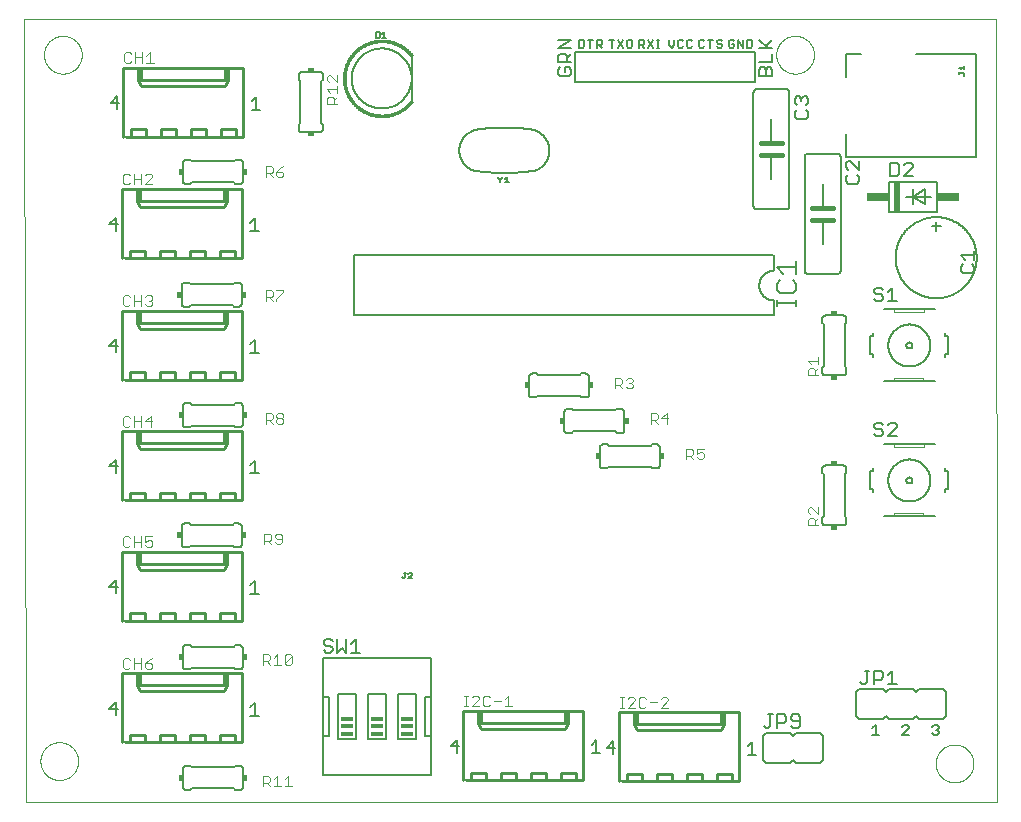
<source format=gto>
G75*
%MOIN*%
%OFA0B0*%
%FSLAX25Y25*%
%IPPOS*%
%LPD*%
%AMOC8*
5,1,8,0,0,1.08239X$1,22.5*
%
%ADD10C,0.00000*%
%ADD11C,0.00600*%
%ADD12C,0.00500*%
%ADD13C,0.01600*%
%ADD14C,0.00700*%
%ADD15C,0.00800*%
%ADD16C,0.00400*%
%ADD17R,0.02000X0.01500*%
%ADD18C,0.00200*%
%ADD19R,0.04000X0.01500*%
%ADD20R,0.01500X0.02000*%
%ADD21C,0.00100*%
%ADD22R,0.02000X0.10000*%
%ADD23R,0.07500X0.03000*%
%ADD24C,0.01000*%
D10*
X0001394Y0001000D02*
X0001000Y0262024D01*
X0324858Y0262024D01*
X0325252Y0001000D01*
X0001394Y0001000D01*
X0006355Y0014780D02*
X0006357Y0014938D01*
X0006363Y0015096D01*
X0006373Y0015254D01*
X0006387Y0015412D01*
X0006405Y0015569D01*
X0006426Y0015726D01*
X0006452Y0015882D01*
X0006482Y0016038D01*
X0006515Y0016193D01*
X0006553Y0016346D01*
X0006594Y0016499D01*
X0006639Y0016651D01*
X0006688Y0016802D01*
X0006741Y0016951D01*
X0006797Y0017099D01*
X0006857Y0017245D01*
X0006921Y0017390D01*
X0006989Y0017533D01*
X0007060Y0017675D01*
X0007134Y0017815D01*
X0007212Y0017952D01*
X0007294Y0018088D01*
X0007378Y0018222D01*
X0007467Y0018353D01*
X0007558Y0018482D01*
X0007653Y0018609D01*
X0007750Y0018734D01*
X0007851Y0018856D01*
X0007955Y0018975D01*
X0008062Y0019092D01*
X0008172Y0019206D01*
X0008285Y0019317D01*
X0008400Y0019426D01*
X0008518Y0019531D01*
X0008639Y0019633D01*
X0008762Y0019733D01*
X0008888Y0019829D01*
X0009016Y0019922D01*
X0009146Y0020012D01*
X0009279Y0020098D01*
X0009414Y0020182D01*
X0009550Y0020261D01*
X0009689Y0020338D01*
X0009830Y0020410D01*
X0009972Y0020480D01*
X0010116Y0020545D01*
X0010262Y0020607D01*
X0010409Y0020665D01*
X0010558Y0020720D01*
X0010708Y0020771D01*
X0010859Y0020818D01*
X0011011Y0020861D01*
X0011164Y0020900D01*
X0011319Y0020936D01*
X0011474Y0020967D01*
X0011630Y0020995D01*
X0011786Y0021019D01*
X0011943Y0021039D01*
X0012101Y0021055D01*
X0012258Y0021067D01*
X0012417Y0021075D01*
X0012575Y0021079D01*
X0012733Y0021079D01*
X0012891Y0021075D01*
X0013050Y0021067D01*
X0013207Y0021055D01*
X0013365Y0021039D01*
X0013522Y0021019D01*
X0013678Y0020995D01*
X0013834Y0020967D01*
X0013989Y0020936D01*
X0014144Y0020900D01*
X0014297Y0020861D01*
X0014449Y0020818D01*
X0014600Y0020771D01*
X0014750Y0020720D01*
X0014899Y0020665D01*
X0015046Y0020607D01*
X0015192Y0020545D01*
X0015336Y0020480D01*
X0015478Y0020410D01*
X0015619Y0020338D01*
X0015758Y0020261D01*
X0015894Y0020182D01*
X0016029Y0020098D01*
X0016162Y0020012D01*
X0016292Y0019922D01*
X0016420Y0019829D01*
X0016546Y0019733D01*
X0016669Y0019633D01*
X0016790Y0019531D01*
X0016908Y0019426D01*
X0017023Y0019317D01*
X0017136Y0019206D01*
X0017246Y0019092D01*
X0017353Y0018975D01*
X0017457Y0018856D01*
X0017558Y0018734D01*
X0017655Y0018609D01*
X0017750Y0018482D01*
X0017841Y0018353D01*
X0017930Y0018222D01*
X0018014Y0018088D01*
X0018096Y0017952D01*
X0018174Y0017815D01*
X0018248Y0017675D01*
X0018319Y0017533D01*
X0018387Y0017390D01*
X0018451Y0017245D01*
X0018511Y0017099D01*
X0018567Y0016951D01*
X0018620Y0016802D01*
X0018669Y0016651D01*
X0018714Y0016499D01*
X0018755Y0016346D01*
X0018793Y0016193D01*
X0018826Y0016038D01*
X0018856Y0015882D01*
X0018882Y0015726D01*
X0018903Y0015569D01*
X0018921Y0015412D01*
X0018935Y0015254D01*
X0018945Y0015096D01*
X0018951Y0014938D01*
X0018953Y0014780D01*
X0018951Y0014622D01*
X0018945Y0014464D01*
X0018935Y0014306D01*
X0018921Y0014148D01*
X0018903Y0013991D01*
X0018882Y0013834D01*
X0018856Y0013678D01*
X0018826Y0013522D01*
X0018793Y0013367D01*
X0018755Y0013214D01*
X0018714Y0013061D01*
X0018669Y0012909D01*
X0018620Y0012758D01*
X0018567Y0012609D01*
X0018511Y0012461D01*
X0018451Y0012315D01*
X0018387Y0012170D01*
X0018319Y0012027D01*
X0018248Y0011885D01*
X0018174Y0011745D01*
X0018096Y0011608D01*
X0018014Y0011472D01*
X0017930Y0011338D01*
X0017841Y0011207D01*
X0017750Y0011078D01*
X0017655Y0010951D01*
X0017558Y0010826D01*
X0017457Y0010704D01*
X0017353Y0010585D01*
X0017246Y0010468D01*
X0017136Y0010354D01*
X0017023Y0010243D01*
X0016908Y0010134D01*
X0016790Y0010029D01*
X0016669Y0009927D01*
X0016546Y0009827D01*
X0016420Y0009731D01*
X0016292Y0009638D01*
X0016162Y0009548D01*
X0016029Y0009462D01*
X0015894Y0009378D01*
X0015758Y0009299D01*
X0015619Y0009222D01*
X0015478Y0009150D01*
X0015336Y0009080D01*
X0015192Y0009015D01*
X0015046Y0008953D01*
X0014899Y0008895D01*
X0014750Y0008840D01*
X0014600Y0008789D01*
X0014449Y0008742D01*
X0014297Y0008699D01*
X0014144Y0008660D01*
X0013989Y0008624D01*
X0013834Y0008593D01*
X0013678Y0008565D01*
X0013522Y0008541D01*
X0013365Y0008521D01*
X0013207Y0008505D01*
X0013050Y0008493D01*
X0012891Y0008485D01*
X0012733Y0008481D01*
X0012575Y0008481D01*
X0012417Y0008485D01*
X0012258Y0008493D01*
X0012101Y0008505D01*
X0011943Y0008521D01*
X0011786Y0008541D01*
X0011630Y0008565D01*
X0011474Y0008593D01*
X0011319Y0008624D01*
X0011164Y0008660D01*
X0011011Y0008699D01*
X0010859Y0008742D01*
X0010708Y0008789D01*
X0010558Y0008840D01*
X0010409Y0008895D01*
X0010262Y0008953D01*
X0010116Y0009015D01*
X0009972Y0009080D01*
X0009830Y0009150D01*
X0009689Y0009222D01*
X0009550Y0009299D01*
X0009414Y0009378D01*
X0009279Y0009462D01*
X0009146Y0009548D01*
X0009016Y0009638D01*
X0008888Y0009731D01*
X0008762Y0009827D01*
X0008639Y0009927D01*
X0008518Y0010029D01*
X0008400Y0010134D01*
X0008285Y0010243D01*
X0008172Y0010354D01*
X0008062Y0010468D01*
X0007955Y0010585D01*
X0007851Y0010704D01*
X0007750Y0010826D01*
X0007653Y0010951D01*
X0007558Y0011078D01*
X0007467Y0011207D01*
X0007378Y0011338D01*
X0007294Y0011472D01*
X0007212Y0011608D01*
X0007134Y0011745D01*
X0007060Y0011885D01*
X0006989Y0012027D01*
X0006921Y0012170D01*
X0006857Y0012315D01*
X0006797Y0012461D01*
X0006741Y0012609D01*
X0006688Y0012758D01*
X0006639Y0012909D01*
X0006594Y0013061D01*
X0006553Y0013214D01*
X0006515Y0013367D01*
X0006482Y0013522D01*
X0006452Y0013678D01*
X0006426Y0013834D01*
X0006405Y0013991D01*
X0006387Y0014148D01*
X0006373Y0014306D01*
X0006363Y0014464D01*
X0006357Y0014622D01*
X0006355Y0014780D01*
X0007536Y0250213D02*
X0007538Y0250371D01*
X0007544Y0250529D01*
X0007554Y0250687D01*
X0007568Y0250845D01*
X0007586Y0251002D01*
X0007607Y0251159D01*
X0007633Y0251315D01*
X0007663Y0251471D01*
X0007696Y0251626D01*
X0007734Y0251779D01*
X0007775Y0251932D01*
X0007820Y0252084D01*
X0007869Y0252235D01*
X0007922Y0252384D01*
X0007978Y0252532D01*
X0008038Y0252678D01*
X0008102Y0252823D01*
X0008170Y0252966D01*
X0008241Y0253108D01*
X0008315Y0253248D01*
X0008393Y0253385D01*
X0008475Y0253521D01*
X0008559Y0253655D01*
X0008648Y0253786D01*
X0008739Y0253915D01*
X0008834Y0254042D01*
X0008931Y0254167D01*
X0009032Y0254289D01*
X0009136Y0254408D01*
X0009243Y0254525D01*
X0009353Y0254639D01*
X0009466Y0254750D01*
X0009581Y0254859D01*
X0009699Y0254964D01*
X0009820Y0255066D01*
X0009943Y0255166D01*
X0010069Y0255262D01*
X0010197Y0255355D01*
X0010327Y0255445D01*
X0010460Y0255531D01*
X0010595Y0255615D01*
X0010731Y0255694D01*
X0010870Y0255771D01*
X0011011Y0255843D01*
X0011153Y0255913D01*
X0011297Y0255978D01*
X0011443Y0256040D01*
X0011590Y0256098D01*
X0011739Y0256153D01*
X0011889Y0256204D01*
X0012040Y0256251D01*
X0012192Y0256294D01*
X0012345Y0256333D01*
X0012500Y0256369D01*
X0012655Y0256400D01*
X0012811Y0256428D01*
X0012967Y0256452D01*
X0013124Y0256472D01*
X0013282Y0256488D01*
X0013439Y0256500D01*
X0013598Y0256508D01*
X0013756Y0256512D01*
X0013914Y0256512D01*
X0014072Y0256508D01*
X0014231Y0256500D01*
X0014388Y0256488D01*
X0014546Y0256472D01*
X0014703Y0256452D01*
X0014859Y0256428D01*
X0015015Y0256400D01*
X0015170Y0256369D01*
X0015325Y0256333D01*
X0015478Y0256294D01*
X0015630Y0256251D01*
X0015781Y0256204D01*
X0015931Y0256153D01*
X0016080Y0256098D01*
X0016227Y0256040D01*
X0016373Y0255978D01*
X0016517Y0255913D01*
X0016659Y0255843D01*
X0016800Y0255771D01*
X0016939Y0255694D01*
X0017075Y0255615D01*
X0017210Y0255531D01*
X0017343Y0255445D01*
X0017473Y0255355D01*
X0017601Y0255262D01*
X0017727Y0255166D01*
X0017850Y0255066D01*
X0017971Y0254964D01*
X0018089Y0254859D01*
X0018204Y0254750D01*
X0018317Y0254639D01*
X0018427Y0254525D01*
X0018534Y0254408D01*
X0018638Y0254289D01*
X0018739Y0254167D01*
X0018836Y0254042D01*
X0018931Y0253915D01*
X0019022Y0253786D01*
X0019111Y0253655D01*
X0019195Y0253521D01*
X0019277Y0253385D01*
X0019355Y0253248D01*
X0019429Y0253108D01*
X0019500Y0252966D01*
X0019568Y0252823D01*
X0019632Y0252678D01*
X0019692Y0252532D01*
X0019748Y0252384D01*
X0019801Y0252235D01*
X0019850Y0252084D01*
X0019895Y0251932D01*
X0019936Y0251779D01*
X0019974Y0251626D01*
X0020007Y0251471D01*
X0020037Y0251315D01*
X0020063Y0251159D01*
X0020084Y0251002D01*
X0020102Y0250845D01*
X0020116Y0250687D01*
X0020126Y0250529D01*
X0020132Y0250371D01*
X0020134Y0250213D01*
X0020132Y0250055D01*
X0020126Y0249897D01*
X0020116Y0249739D01*
X0020102Y0249581D01*
X0020084Y0249424D01*
X0020063Y0249267D01*
X0020037Y0249111D01*
X0020007Y0248955D01*
X0019974Y0248800D01*
X0019936Y0248647D01*
X0019895Y0248494D01*
X0019850Y0248342D01*
X0019801Y0248191D01*
X0019748Y0248042D01*
X0019692Y0247894D01*
X0019632Y0247748D01*
X0019568Y0247603D01*
X0019500Y0247460D01*
X0019429Y0247318D01*
X0019355Y0247178D01*
X0019277Y0247041D01*
X0019195Y0246905D01*
X0019111Y0246771D01*
X0019022Y0246640D01*
X0018931Y0246511D01*
X0018836Y0246384D01*
X0018739Y0246259D01*
X0018638Y0246137D01*
X0018534Y0246018D01*
X0018427Y0245901D01*
X0018317Y0245787D01*
X0018204Y0245676D01*
X0018089Y0245567D01*
X0017971Y0245462D01*
X0017850Y0245360D01*
X0017727Y0245260D01*
X0017601Y0245164D01*
X0017473Y0245071D01*
X0017343Y0244981D01*
X0017210Y0244895D01*
X0017075Y0244811D01*
X0016939Y0244732D01*
X0016800Y0244655D01*
X0016659Y0244583D01*
X0016517Y0244513D01*
X0016373Y0244448D01*
X0016227Y0244386D01*
X0016080Y0244328D01*
X0015931Y0244273D01*
X0015781Y0244222D01*
X0015630Y0244175D01*
X0015478Y0244132D01*
X0015325Y0244093D01*
X0015170Y0244057D01*
X0015015Y0244026D01*
X0014859Y0243998D01*
X0014703Y0243974D01*
X0014546Y0243954D01*
X0014388Y0243938D01*
X0014231Y0243926D01*
X0014072Y0243918D01*
X0013914Y0243914D01*
X0013756Y0243914D01*
X0013598Y0243918D01*
X0013439Y0243926D01*
X0013282Y0243938D01*
X0013124Y0243954D01*
X0012967Y0243974D01*
X0012811Y0243998D01*
X0012655Y0244026D01*
X0012500Y0244057D01*
X0012345Y0244093D01*
X0012192Y0244132D01*
X0012040Y0244175D01*
X0011889Y0244222D01*
X0011739Y0244273D01*
X0011590Y0244328D01*
X0011443Y0244386D01*
X0011297Y0244448D01*
X0011153Y0244513D01*
X0011011Y0244583D01*
X0010870Y0244655D01*
X0010731Y0244732D01*
X0010595Y0244811D01*
X0010460Y0244895D01*
X0010327Y0244981D01*
X0010197Y0245071D01*
X0010069Y0245164D01*
X0009943Y0245260D01*
X0009820Y0245360D01*
X0009699Y0245462D01*
X0009581Y0245567D01*
X0009466Y0245676D01*
X0009353Y0245787D01*
X0009243Y0245901D01*
X0009136Y0246018D01*
X0009032Y0246137D01*
X0008931Y0246259D01*
X0008834Y0246384D01*
X0008739Y0246511D01*
X0008648Y0246640D01*
X0008559Y0246771D01*
X0008475Y0246905D01*
X0008393Y0247041D01*
X0008315Y0247178D01*
X0008241Y0247318D01*
X0008170Y0247460D01*
X0008102Y0247603D01*
X0008038Y0247748D01*
X0007978Y0247894D01*
X0007922Y0248042D01*
X0007869Y0248191D01*
X0007820Y0248342D01*
X0007775Y0248494D01*
X0007734Y0248647D01*
X0007696Y0248800D01*
X0007663Y0248955D01*
X0007633Y0249111D01*
X0007607Y0249267D01*
X0007586Y0249424D01*
X0007568Y0249581D01*
X0007554Y0249739D01*
X0007544Y0249897D01*
X0007538Y0250055D01*
X0007536Y0250213D01*
X0251630Y0250213D02*
X0251632Y0250371D01*
X0251638Y0250529D01*
X0251648Y0250687D01*
X0251662Y0250845D01*
X0251680Y0251002D01*
X0251701Y0251159D01*
X0251727Y0251315D01*
X0251757Y0251471D01*
X0251790Y0251626D01*
X0251828Y0251779D01*
X0251869Y0251932D01*
X0251914Y0252084D01*
X0251963Y0252235D01*
X0252016Y0252384D01*
X0252072Y0252532D01*
X0252132Y0252678D01*
X0252196Y0252823D01*
X0252264Y0252966D01*
X0252335Y0253108D01*
X0252409Y0253248D01*
X0252487Y0253385D01*
X0252569Y0253521D01*
X0252653Y0253655D01*
X0252742Y0253786D01*
X0252833Y0253915D01*
X0252928Y0254042D01*
X0253025Y0254167D01*
X0253126Y0254289D01*
X0253230Y0254408D01*
X0253337Y0254525D01*
X0253447Y0254639D01*
X0253560Y0254750D01*
X0253675Y0254859D01*
X0253793Y0254964D01*
X0253914Y0255066D01*
X0254037Y0255166D01*
X0254163Y0255262D01*
X0254291Y0255355D01*
X0254421Y0255445D01*
X0254554Y0255531D01*
X0254689Y0255615D01*
X0254825Y0255694D01*
X0254964Y0255771D01*
X0255105Y0255843D01*
X0255247Y0255913D01*
X0255391Y0255978D01*
X0255537Y0256040D01*
X0255684Y0256098D01*
X0255833Y0256153D01*
X0255983Y0256204D01*
X0256134Y0256251D01*
X0256286Y0256294D01*
X0256439Y0256333D01*
X0256594Y0256369D01*
X0256749Y0256400D01*
X0256905Y0256428D01*
X0257061Y0256452D01*
X0257218Y0256472D01*
X0257376Y0256488D01*
X0257533Y0256500D01*
X0257692Y0256508D01*
X0257850Y0256512D01*
X0258008Y0256512D01*
X0258166Y0256508D01*
X0258325Y0256500D01*
X0258482Y0256488D01*
X0258640Y0256472D01*
X0258797Y0256452D01*
X0258953Y0256428D01*
X0259109Y0256400D01*
X0259264Y0256369D01*
X0259419Y0256333D01*
X0259572Y0256294D01*
X0259724Y0256251D01*
X0259875Y0256204D01*
X0260025Y0256153D01*
X0260174Y0256098D01*
X0260321Y0256040D01*
X0260467Y0255978D01*
X0260611Y0255913D01*
X0260753Y0255843D01*
X0260894Y0255771D01*
X0261033Y0255694D01*
X0261169Y0255615D01*
X0261304Y0255531D01*
X0261437Y0255445D01*
X0261567Y0255355D01*
X0261695Y0255262D01*
X0261821Y0255166D01*
X0261944Y0255066D01*
X0262065Y0254964D01*
X0262183Y0254859D01*
X0262298Y0254750D01*
X0262411Y0254639D01*
X0262521Y0254525D01*
X0262628Y0254408D01*
X0262732Y0254289D01*
X0262833Y0254167D01*
X0262930Y0254042D01*
X0263025Y0253915D01*
X0263116Y0253786D01*
X0263205Y0253655D01*
X0263289Y0253521D01*
X0263371Y0253385D01*
X0263449Y0253248D01*
X0263523Y0253108D01*
X0263594Y0252966D01*
X0263662Y0252823D01*
X0263726Y0252678D01*
X0263786Y0252532D01*
X0263842Y0252384D01*
X0263895Y0252235D01*
X0263944Y0252084D01*
X0263989Y0251932D01*
X0264030Y0251779D01*
X0264068Y0251626D01*
X0264101Y0251471D01*
X0264131Y0251315D01*
X0264157Y0251159D01*
X0264178Y0251002D01*
X0264196Y0250845D01*
X0264210Y0250687D01*
X0264220Y0250529D01*
X0264226Y0250371D01*
X0264228Y0250213D01*
X0264226Y0250055D01*
X0264220Y0249897D01*
X0264210Y0249739D01*
X0264196Y0249581D01*
X0264178Y0249424D01*
X0264157Y0249267D01*
X0264131Y0249111D01*
X0264101Y0248955D01*
X0264068Y0248800D01*
X0264030Y0248647D01*
X0263989Y0248494D01*
X0263944Y0248342D01*
X0263895Y0248191D01*
X0263842Y0248042D01*
X0263786Y0247894D01*
X0263726Y0247748D01*
X0263662Y0247603D01*
X0263594Y0247460D01*
X0263523Y0247318D01*
X0263449Y0247178D01*
X0263371Y0247041D01*
X0263289Y0246905D01*
X0263205Y0246771D01*
X0263116Y0246640D01*
X0263025Y0246511D01*
X0262930Y0246384D01*
X0262833Y0246259D01*
X0262732Y0246137D01*
X0262628Y0246018D01*
X0262521Y0245901D01*
X0262411Y0245787D01*
X0262298Y0245676D01*
X0262183Y0245567D01*
X0262065Y0245462D01*
X0261944Y0245360D01*
X0261821Y0245260D01*
X0261695Y0245164D01*
X0261567Y0245071D01*
X0261437Y0244981D01*
X0261304Y0244895D01*
X0261169Y0244811D01*
X0261033Y0244732D01*
X0260894Y0244655D01*
X0260753Y0244583D01*
X0260611Y0244513D01*
X0260467Y0244448D01*
X0260321Y0244386D01*
X0260174Y0244328D01*
X0260025Y0244273D01*
X0259875Y0244222D01*
X0259724Y0244175D01*
X0259572Y0244132D01*
X0259419Y0244093D01*
X0259264Y0244057D01*
X0259109Y0244026D01*
X0258953Y0243998D01*
X0258797Y0243974D01*
X0258640Y0243954D01*
X0258482Y0243938D01*
X0258325Y0243926D01*
X0258166Y0243918D01*
X0258008Y0243914D01*
X0257850Y0243914D01*
X0257692Y0243918D01*
X0257533Y0243926D01*
X0257376Y0243938D01*
X0257218Y0243954D01*
X0257061Y0243974D01*
X0256905Y0243998D01*
X0256749Y0244026D01*
X0256594Y0244057D01*
X0256439Y0244093D01*
X0256286Y0244132D01*
X0256134Y0244175D01*
X0255983Y0244222D01*
X0255833Y0244273D01*
X0255684Y0244328D01*
X0255537Y0244386D01*
X0255391Y0244448D01*
X0255247Y0244513D01*
X0255105Y0244583D01*
X0254964Y0244655D01*
X0254825Y0244732D01*
X0254689Y0244811D01*
X0254554Y0244895D01*
X0254421Y0244981D01*
X0254291Y0245071D01*
X0254163Y0245164D01*
X0254037Y0245260D01*
X0253914Y0245360D01*
X0253793Y0245462D01*
X0253675Y0245567D01*
X0253560Y0245676D01*
X0253447Y0245787D01*
X0253337Y0245901D01*
X0253230Y0246018D01*
X0253126Y0246137D01*
X0253025Y0246259D01*
X0252928Y0246384D01*
X0252833Y0246511D01*
X0252742Y0246640D01*
X0252653Y0246771D01*
X0252569Y0246905D01*
X0252487Y0247041D01*
X0252409Y0247178D01*
X0252335Y0247318D01*
X0252264Y0247460D01*
X0252196Y0247603D01*
X0252132Y0247748D01*
X0252072Y0247894D01*
X0252016Y0248042D01*
X0251963Y0248191D01*
X0251914Y0248342D01*
X0251869Y0248494D01*
X0251828Y0248647D01*
X0251790Y0248800D01*
X0251757Y0248955D01*
X0251727Y0249111D01*
X0251701Y0249267D01*
X0251680Y0249424D01*
X0251662Y0249581D01*
X0251648Y0249739D01*
X0251638Y0249897D01*
X0251632Y0250055D01*
X0251630Y0250213D01*
X0304780Y0013992D02*
X0304782Y0014150D01*
X0304788Y0014308D01*
X0304798Y0014466D01*
X0304812Y0014624D01*
X0304830Y0014781D01*
X0304851Y0014938D01*
X0304877Y0015094D01*
X0304907Y0015250D01*
X0304940Y0015405D01*
X0304978Y0015558D01*
X0305019Y0015711D01*
X0305064Y0015863D01*
X0305113Y0016014D01*
X0305166Y0016163D01*
X0305222Y0016311D01*
X0305282Y0016457D01*
X0305346Y0016602D01*
X0305414Y0016745D01*
X0305485Y0016887D01*
X0305559Y0017027D01*
X0305637Y0017164D01*
X0305719Y0017300D01*
X0305803Y0017434D01*
X0305892Y0017565D01*
X0305983Y0017694D01*
X0306078Y0017821D01*
X0306175Y0017946D01*
X0306276Y0018068D01*
X0306380Y0018187D01*
X0306487Y0018304D01*
X0306597Y0018418D01*
X0306710Y0018529D01*
X0306825Y0018638D01*
X0306943Y0018743D01*
X0307064Y0018845D01*
X0307187Y0018945D01*
X0307313Y0019041D01*
X0307441Y0019134D01*
X0307571Y0019224D01*
X0307704Y0019310D01*
X0307839Y0019394D01*
X0307975Y0019473D01*
X0308114Y0019550D01*
X0308255Y0019622D01*
X0308397Y0019692D01*
X0308541Y0019757D01*
X0308687Y0019819D01*
X0308834Y0019877D01*
X0308983Y0019932D01*
X0309133Y0019983D01*
X0309284Y0020030D01*
X0309436Y0020073D01*
X0309589Y0020112D01*
X0309744Y0020148D01*
X0309899Y0020179D01*
X0310055Y0020207D01*
X0310211Y0020231D01*
X0310368Y0020251D01*
X0310526Y0020267D01*
X0310683Y0020279D01*
X0310842Y0020287D01*
X0311000Y0020291D01*
X0311158Y0020291D01*
X0311316Y0020287D01*
X0311475Y0020279D01*
X0311632Y0020267D01*
X0311790Y0020251D01*
X0311947Y0020231D01*
X0312103Y0020207D01*
X0312259Y0020179D01*
X0312414Y0020148D01*
X0312569Y0020112D01*
X0312722Y0020073D01*
X0312874Y0020030D01*
X0313025Y0019983D01*
X0313175Y0019932D01*
X0313324Y0019877D01*
X0313471Y0019819D01*
X0313617Y0019757D01*
X0313761Y0019692D01*
X0313903Y0019622D01*
X0314044Y0019550D01*
X0314183Y0019473D01*
X0314319Y0019394D01*
X0314454Y0019310D01*
X0314587Y0019224D01*
X0314717Y0019134D01*
X0314845Y0019041D01*
X0314971Y0018945D01*
X0315094Y0018845D01*
X0315215Y0018743D01*
X0315333Y0018638D01*
X0315448Y0018529D01*
X0315561Y0018418D01*
X0315671Y0018304D01*
X0315778Y0018187D01*
X0315882Y0018068D01*
X0315983Y0017946D01*
X0316080Y0017821D01*
X0316175Y0017694D01*
X0316266Y0017565D01*
X0316355Y0017434D01*
X0316439Y0017300D01*
X0316521Y0017164D01*
X0316599Y0017027D01*
X0316673Y0016887D01*
X0316744Y0016745D01*
X0316812Y0016602D01*
X0316876Y0016457D01*
X0316936Y0016311D01*
X0316992Y0016163D01*
X0317045Y0016014D01*
X0317094Y0015863D01*
X0317139Y0015711D01*
X0317180Y0015558D01*
X0317218Y0015405D01*
X0317251Y0015250D01*
X0317281Y0015094D01*
X0317307Y0014938D01*
X0317328Y0014781D01*
X0317346Y0014624D01*
X0317360Y0014466D01*
X0317370Y0014308D01*
X0317376Y0014150D01*
X0317378Y0013992D01*
X0317376Y0013834D01*
X0317370Y0013676D01*
X0317360Y0013518D01*
X0317346Y0013360D01*
X0317328Y0013203D01*
X0317307Y0013046D01*
X0317281Y0012890D01*
X0317251Y0012734D01*
X0317218Y0012579D01*
X0317180Y0012426D01*
X0317139Y0012273D01*
X0317094Y0012121D01*
X0317045Y0011970D01*
X0316992Y0011821D01*
X0316936Y0011673D01*
X0316876Y0011527D01*
X0316812Y0011382D01*
X0316744Y0011239D01*
X0316673Y0011097D01*
X0316599Y0010957D01*
X0316521Y0010820D01*
X0316439Y0010684D01*
X0316355Y0010550D01*
X0316266Y0010419D01*
X0316175Y0010290D01*
X0316080Y0010163D01*
X0315983Y0010038D01*
X0315882Y0009916D01*
X0315778Y0009797D01*
X0315671Y0009680D01*
X0315561Y0009566D01*
X0315448Y0009455D01*
X0315333Y0009346D01*
X0315215Y0009241D01*
X0315094Y0009139D01*
X0314971Y0009039D01*
X0314845Y0008943D01*
X0314717Y0008850D01*
X0314587Y0008760D01*
X0314454Y0008674D01*
X0314319Y0008590D01*
X0314183Y0008511D01*
X0314044Y0008434D01*
X0313903Y0008362D01*
X0313761Y0008292D01*
X0313617Y0008227D01*
X0313471Y0008165D01*
X0313324Y0008107D01*
X0313175Y0008052D01*
X0313025Y0008001D01*
X0312874Y0007954D01*
X0312722Y0007911D01*
X0312569Y0007872D01*
X0312414Y0007836D01*
X0312259Y0007805D01*
X0312103Y0007777D01*
X0311947Y0007753D01*
X0311790Y0007733D01*
X0311632Y0007717D01*
X0311475Y0007705D01*
X0311316Y0007697D01*
X0311158Y0007693D01*
X0311000Y0007693D01*
X0310842Y0007697D01*
X0310683Y0007705D01*
X0310526Y0007717D01*
X0310368Y0007733D01*
X0310211Y0007753D01*
X0310055Y0007777D01*
X0309899Y0007805D01*
X0309744Y0007836D01*
X0309589Y0007872D01*
X0309436Y0007911D01*
X0309284Y0007954D01*
X0309133Y0008001D01*
X0308983Y0008052D01*
X0308834Y0008107D01*
X0308687Y0008165D01*
X0308541Y0008227D01*
X0308397Y0008292D01*
X0308255Y0008362D01*
X0308114Y0008434D01*
X0307975Y0008511D01*
X0307839Y0008590D01*
X0307704Y0008674D01*
X0307571Y0008760D01*
X0307441Y0008850D01*
X0307313Y0008943D01*
X0307187Y0009039D01*
X0307064Y0009139D01*
X0306943Y0009241D01*
X0306825Y0009346D01*
X0306710Y0009455D01*
X0306597Y0009566D01*
X0306487Y0009680D01*
X0306380Y0009797D01*
X0306276Y0009916D01*
X0306175Y0010038D01*
X0306078Y0010163D01*
X0305983Y0010290D01*
X0305892Y0010419D01*
X0305803Y0010550D01*
X0305719Y0010684D01*
X0305637Y0010820D01*
X0305559Y0010957D01*
X0305485Y0011097D01*
X0305414Y0011239D01*
X0305346Y0011382D01*
X0305282Y0011527D01*
X0305222Y0011673D01*
X0305166Y0011821D01*
X0305113Y0011970D01*
X0305064Y0012121D01*
X0305019Y0012273D01*
X0304978Y0012426D01*
X0304940Y0012579D01*
X0304907Y0012734D01*
X0304877Y0012890D01*
X0304851Y0013046D01*
X0304830Y0013203D01*
X0304812Y0013360D01*
X0304798Y0013518D01*
X0304788Y0013676D01*
X0304782Y0013834D01*
X0304780Y0013992D01*
D11*
X0307362Y0028677D02*
X0299362Y0028677D01*
X0298362Y0029677D01*
X0297362Y0028677D01*
X0289362Y0028677D01*
X0288362Y0029677D01*
X0287362Y0028677D01*
X0279362Y0028677D01*
X0278362Y0029677D01*
X0278362Y0037677D01*
X0279362Y0038677D01*
X0287362Y0038677D01*
X0288362Y0037677D01*
X0289362Y0038677D01*
X0297362Y0038677D01*
X0298362Y0037677D01*
X0299362Y0038677D01*
X0307362Y0038677D01*
X0308362Y0037677D01*
X0308362Y0029677D01*
X0307362Y0028677D01*
X0267142Y0023110D02*
X0267142Y0015110D01*
X0266142Y0014110D01*
X0258142Y0014110D01*
X0257142Y0015110D01*
X0256142Y0014110D01*
X0248142Y0014110D01*
X0247142Y0015110D01*
X0247142Y0023110D01*
X0248142Y0024110D01*
X0256142Y0024110D01*
X0257142Y0023110D01*
X0258142Y0024110D01*
X0266142Y0024110D01*
X0267142Y0023110D01*
X0268000Y0093323D02*
X0274000Y0093323D01*
X0274060Y0093325D01*
X0274121Y0093330D01*
X0274180Y0093339D01*
X0274239Y0093352D01*
X0274298Y0093368D01*
X0274355Y0093388D01*
X0274410Y0093411D01*
X0274465Y0093438D01*
X0274517Y0093467D01*
X0274568Y0093500D01*
X0274617Y0093536D01*
X0274663Y0093574D01*
X0274707Y0093616D01*
X0274749Y0093660D01*
X0274787Y0093706D01*
X0274823Y0093755D01*
X0274856Y0093806D01*
X0274885Y0093858D01*
X0274912Y0093913D01*
X0274935Y0093968D01*
X0274955Y0094025D01*
X0274971Y0094084D01*
X0274984Y0094143D01*
X0274993Y0094202D01*
X0274998Y0094263D01*
X0275000Y0094323D01*
X0275000Y0095823D01*
X0274500Y0096323D01*
X0274500Y0110323D01*
X0275000Y0110823D01*
X0275000Y0112323D01*
X0274998Y0112383D01*
X0274993Y0112444D01*
X0274984Y0112503D01*
X0274971Y0112562D01*
X0274955Y0112621D01*
X0274935Y0112678D01*
X0274912Y0112733D01*
X0274885Y0112788D01*
X0274856Y0112840D01*
X0274823Y0112891D01*
X0274787Y0112940D01*
X0274749Y0112986D01*
X0274707Y0113030D01*
X0274663Y0113072D01*
X0274617Y0113110D01*
X0274568Y0113146D01*
X0274517Y0113179D01*
X0274465Y0113208D01*
X0274410Y0113235D01*
X0274355Y0113258D01*
X0274298Y0113278D01*
X0274239Y0113294D01*
X0274180Y0113307D01*
X0274121Y0113316D01*
X0274060Y0113321D01*
X0274000Y0113323D01*
X0268000Y0113323D01*
X0267940Y0113321D01*
X0267879Y0113316D01*
X0267820Y0113307D01*
X0267761Y0113294D01*
X0267702Y0113278D01*
X0267645Y0113258D01*
X0267590Y0113235D01*
X0267535Y0113208D01*
X0267483Y0113179D01*
X0267432Y0113146D01*
X0267383Y0113110D01*
X0267337Y0113072D01*
X0267293Y0113030D01*
X0267251Y0112986D01*
X0267213Y0112940D01*
X0267177Y0112891D01*
X0267144Y0112840D01*
X0267115Y0112788D01*
X0267088Y0112733D01*
X0267065Y0112678D01*
X0267045Y0112621D01*
X0267029Y0112562D01*
X0267016Y0112503D01*
X0267007Y0112444D01*
X0267002Y0112383D01*
X0267000Y0112323D01*
X0267000Y0110823D01*
X0267500Y0110323D01*
X0267500Y0096323D01*
X0267000Y0095823D01*
X0267000Y0094323D01*
X0267002Y0094263D01*
X0267007Y0094202D01*
X0267016Y0094143D01*
X0267029Y0094084D01*
X0267045Y0094025D01*
X0267065Y0093968D01*
X0267088Y0093913D01*
X0267115Y0093858D01*
X0267144Y0093806D01*
X0267177Y0093755D01*
X0267213Y0093706D01*
X0267251Y0093660D01*
X0267293Y0093616D01*
X0267337Y0093574D01*
X0267383Y0093536D01*
X0267432Y0093500D01*
X0267483Y0093467D01*
X0267535Y0093438D01*
X0267590Y0093411D01*
X0267645Y0093388D01*
X0267702Y0093368D01*
X0267761Y0093352D01*
X0267820Y0093339D01*
X0267879Y0093330D01*
X0267940Y0093325D01*
X0268000Y0093323D01*
X0283000Y0105323D02*
X0284000Y0105323D01*
X0284000Y0104323D01*
X0283000Y0105323D02*
X0283000Y0111323D01*
X0284000Y0111323D01*
X0284000Y0112323D01*
X0287500Y0120323D02*
X0291000Y0120323D01*
X0301000Y0120323D01*
X0304500Y0120323D01*
X0308000Y0112323D02*
X0308000Y0111323D01*
X0309000Y0111323D01*
X0309000Y0105323D01*
X0308000Y0105323D01*
X0308000Y0104323D01*
X0304500Y0096323D02*
X0300500Y0096323D01*
X0291000Y0096323D01*
X0287500Y0096323D01*
X0295000Y0108323D02*
X0295002Y0108386D01*
X0295008Y0108448D01*
X0295018Y0108510D01*
X0295031Y0108572D01*
X0295049Y0108632D01*
X0295070Y0108691D01*
X0295095Y0108749D01*
X0295124Y0108805D01*
X0295156Y0108859D01*
X0295191Y0108911D01*
X0295229Y0108960D01*
X0295271Y0109008D01*
X0295315Y0109052D01*
X0295363Y0109094D01*
X0295412Y0109132D01*
X0295464Y0109167D01*
X0295518Y0109199D01*
X0295574Y0109228D01*
X0295632Y0109253D01*
X0295691Y0109274D01*
X0295751Y0109292D01*
X0295813Y0109305D01*
X0295875Y0109315D01*
X0295937Y0109321D01*
X0296000Y0109323D01*
X0296063Y0109321D01*
X0296125Y0109315D01*
X0296187Y0109305D01*
X0296249Y0109292D01*
X0296309Y0109274D01*
X0296368Y0109253D01*
X0296426Y0109228D01*
X0296482Y0109199D01*
X0296536Y0109167D01*
X0296588Y0109132D01*
X0296637Y0109094D01*
X0296685Y0109052D01*
X0296729Y0109008D01*
X0296771Y0108960D01*
X0296809Y0108911D01*
X0296844Y0108859D01*
X0296876Y0108805D01*
X0296905Y0108749D01*
X0296930Y0108691D01*
X0296951Y0108632D01*
X0296969Y0108572D01*
X0296982Y0108510D01*
X0296992Y0108448D01*
X0296998Y0108386D01*
X0297000Y0108323D01*
X0296998Y0108260D01*
X0296992Y0108198D01*
X0296982Y0108136D01*
X0296969Y0108074D01*
X0296951Y0108014D01*
X0296930Y0107955D01*
X0296905Y0107897D01*
X0296876Y0107841D01*
X0296844Y0107787D01*
X0296809Y0107735D01*
X0296771Y0107686D01*
X0296729Y0107638D01*
X0296685Y0107594D01*
X0296637Y0107552D01*
X0296588Y0107514D01*
X0296536Y0107479D01*
X0296482Y0107447D01*
X0296426Y0107418D01*
X0296368Y0107393D01*
X0296309Y0107372D01*
X0296249Y0107354D01*
X0296187Y0107341D01*
X0296125Y0107331D01*
X0296063Y0107325D01*
X0296000Y0107323D01*
X0295937Y0107325D01*
X0295875Y0107331D01*
X0295813Y0107341D01*
X0295751Y0107354D01*
X0295691Y0107372D01*
X0295632Y0107393D01*
X0295574Y0107418D01*
X0295518Y0107447D01*
X0295464Y0107479D01*
X0295412Y0107514D01*
X0295363Y0107552D01*
X0295315Y0107594D01*
X0295271Y0107638D01*
X0295229Y0107686D01*
X0295191Y0107735D01*
X0295156Y0107787D01*
X0295124Y0107841D01*
X0295095Y0107897D01*
X0295070Y0107955D01*
X0295049Y0108014D01*
X0295031Y0108074D01*
X0295018Y0108136D01*
X0295008Y0108198D01*
X0295002Y0108260D01*
X0295000Y0108323D01*
X0289000Y0108323D02*
X0289002Y0108495D01*
X0289008Y0108666D01*
X0289019Y0108838D01*
X0289034Y0109009D01*
X0289053Y0109180D01*
X0289076Y0109350D01*
X0289103Y0109520D01*
X0289135Y0109689D01*
X0289170Y0109857D01*
X0289210Y0110024D01*
X0289254Y0110190D01*
X0289301Y0110355D01*
X0289353Y0110519D01*
X0289409Y0110681D01*
X0289469Y0110842D01*
X0289533Y0111002D01*
X0289601Y0111160D01*
X0289672Y0111316D01*
X0289747Y0111470D01*
X0289827Y0111623D01*
X0289909Y0111773D01*
X0289996Y0111922D01*
X0290086Y0112068D01*
X0290180Y0112212D01*
X0290277Y0112354D01*
X0290378Y0112493D01*
X0290482Y0112630D01*
X0290589Y0112764D01*
X0290700Y0112895D01*
X0290813Y0113024D01*
X0290930Y0113150D01*
X0291050Y0113273D01*
X0291173Y0113393D01*
X0291299Y0113510D01*
X0291428Y0113623D01*
X0291559Y0113734D01*
X0291693Y0113841D01*
X0291830Y0113945D01*
X0291969Y0114046D01*
X0292111Y0114143D01*
X0292255Y0114237D01*
X0292401Y0114327D01*
X0292550Y0114414D01*
X0292700Y0114496D01*
X0292853Y0114576D01*
X0293007Y0114651D01*
X0293163Y0114722D01*
X0293321Y0114790D01*
X0293481Y0114854D01*
X0293642Y0114914D01*
X0293804Y0114970D01*
X0293968Y0115022D01*
X0294133Y0115069D01*
X0294299Y0115113D01*
X0294466Y0115153D01*
X0294634Y0115188D01*
X0294803Y0115220D01*
X0294973Y0115247D01*
X0295143Y0115270D01*
X0295314Y0115289D01*
X0295485Y0115304D01*
X0295657Y0115315D01*
X0295828Y0115321D01*
X0296000Y0115323D01*
X0296172Y0115321D01*
X0296343Y0115315D01*
X0296515Y0115304D01*
X0296686Y0115289D01*
X0296857Y0115270D01*
X0297027Y0115247D01*
X0297197Y0115220D01*
X0297366Y0115188D01*
X0297534Y0115153D01*
X0297701Y0115113D01*
X0297867Y0115069D01*
X0298032Y0115022D01*
X0298196Y0114970D01*
X0298358Y0114914D01*
X0298519Y0114854D01*
X0298679Y0114790D01*
X0298837Y0114722D01*
X0298993Y0114651D01*
X0299147Y0114576D01*
X0299300Y0114496D01*
X0299450Y0114414D01*
X0299599Y0114327D01*
X0299745Y0114237D01*
X0299889Y0114143D01*
X0300031Y0114046D01*
X0300170Y0113945D01*
X0300307Y0113841D01*
X0300441Y0113734D01*
X0300572Y0113623D01*
X0300701Y0113510D01*
X0300827Y0113393D01*
X0300950Y0113273D01*
X0301070Y0113150D01*
X0301187Y0113024D01*
X0301300Y0112895D01*
X0301411Y0112764D01*
X0301518Y0112630D01*
X0301622Y0112493D01*
X0301723Y0112354D01*
X0301820Y0112212D01*
X0301914Y0112068D01*
X0302004Y0111922D01*
X0302091Y0111773D01*
X0302173Y0111623D01*
X0302253Y0111470D01*
X0302328Y0111316D01*
X0302399Y0111160D01*
X0302467Y0111002D01*
X0302531Y0110842D01*
X0302591Y0110681D01*
X0302647Y0110519D01*
X0302699Y0110355D01*
X0302746Y0110190D01*
X0302790Y0110024D01*
X0302830Y0109857D01*
X0302865Y0109689D01*
X0302897Y0109520D01*
X0302924Y0109350D01*
X0302947Y0109180D01*
X0302966Y0109009D01*
X0302981Y0108838D01*
X0302992Y0108666D01*
X0302998Y0108495D01*
X0303000Y0108323D01*
X0302998Y0108151D01*
X0302992Y0107980D01*
X0302981Y0107808D01*
X0302966Y0107637D01*
X0302947Y0107466D01*
X0302924Y0107296D01*
X0302897Y0107126D01*
X0302865Y0106957D01*
X0302830Y0106789D01*
X0302790Y0106622D01*
X0302746Y0106456D01*
X0302699Y0106291D01*
X0302647Y0106127D01*
X0302591Y0105965D01*
X0302531Y0105804D01*
X0302467Y0105644D01*
X0302399Y0105486D01*
X0302328Y0105330D01*
X0302253Y0105176D01*
X0302173Y0105023D01*
X0302091Y0104873D01*
X0302004Y0104724D01*
X0301914Y0104578D01*
X0301820Y0104434D01*
X0301723Y0104292D01*
X0301622Y0104153D01*
X0301518Y0104016D01*
X0301411Y0103882D01*
X0301300Y0103751D01*
X0301187Y0103622D01*
X0301070Y0103496D01*
X0300950Y0103373D01*
X0300827Y0103253D01*
X0300701Y0103136D01*
X0300572Y0103023D01*
X0300441Y0102912D01*
X0300307Y0102805D01*
X0300170Y0102701D01*
X0300031Y0102600D01*
X0299889Y0102503D01*
X0299745Y0102409D01*
X0299599Y0102319D01*
X0299450Y0102232D01*
X0299300Y0102150D01*
X0299147Y0102070D01*
X0298993Y0101995D01*
X0298837Y0101924D01*
X0298679Y0101856D01*
X0298519Y0101792D01*
X0298358Y0101732D01*
X0298196Y0101676D01*
X0298032Y0101624D01*
X0297867Y0101577D01*
X0297701Y0101533D01*
X0297534Y0101493D01*
X0297366Y0101458D01*
X0297197Y0101426D01*
X0297027Y0101399D01*
X0296857Y0101376D01*
X0296686Y0101357D01*
X0296515Y0101342D01*
X0296343Y0101331D01*
X0296172Y0101325D01*
X0296000Y0101323D01*
X0295828Y0101325D01*
X0295657Y0101331D01*
X0295485Y0101342D01*
X0295314Y0101357D01*
X0295143Y0101376D01*
X0294973Y0101399D01*
X0294803Y0101426D01*
X0294634Y0101458D01*
X0294466Y0101493D01*
X0294299Y0101533D01*
X0294133Y0101577D01*
X0293968Y0101624D01*
X0293804Y0101676D01*
X0293642Y0101732D01*
X0293481Y0101792D01*
X0293321Y0101856D01*
X0293163Y0101924D01*
X0293007Y0101995D01*
X0292853Y0102070D01*
X0292700Y0102150D01*
X0292550Y0102232D01*
X0292401Y0102319D01*
X0292255Y0102409D01*
X0292111Y0102503D01*
X0291969Y0102600D01*
X0291830Y0102701D01*
X0291693Y0102805D01*
X0291559Y0102912D01*
X0291428Y0103023D01*
X0291299Y0103136D01*
X0291173Y0103253D01*
X0291050Y0103373D01*
X0290930Y0103496D01*
X0290813Y0103622D01*
X0290700Y0103751D01*
X0290589Y0103882D01*
X0290482Y0104016D01*
X0290378Y0104153D01*
X0290277Y0104292D01*
X0290180Y0104434D01*
X0290086Y0104578D01*
X0289996Y0104724D01*
X0289909Y0104873D01*
X0289827Y0105023D01*
X0289747Y0105176D01*
X0289672Y0105330D01*
X0289601Y0105486D01*
X0289533Y0105644D01*
X0289469Y0105804D01*
X0289409Y0105965D01*
X0289353Y0106127D01*
X0289301Y0106291D01*
X0289254Y0106456D01*
X0289210Y0106622D01*
X0289170Y0106789D01*
X0289135Y0106957D01*
X0289103Y0107126D01*
X0289076Y0107296D01*
X0289053Y0107466D01*
X0289034Y0107637D01*
X0289019Y0107808D01*
X0289008Y0107980D01*
X0289002Y0108151D01*
X0289000Y0108323D01*
X0287500Y0141323D02*
X0291000Y0141323D01*
X0300500Y0141323D01*
X0304500Y0141323D01*
X0308000Y0149323D02*
X0308000Y0150323D01*
X0309000Y0150323D01*
X0309000Y0156323D01*
X0308000Y0156323D01*
X0308000Y0157323D01*
X0304500Y0165323D02*
X0301000Y0165323D01*
X0291000Y0165323D01*
X0287500Y0165323D01*
X0284000Y0157323D02*
X0284000Y0156323D01*
X0283000Y0156323D01*
X0283000Y0150323D01*
X0284000Y0150323D01*
X0284000Y0149323D01*
X0275000Y0145823D02*
X0275000Y0144323D01*
X0274998Y0144263D01*
X0274993Y0144202D01*
X0274984Y0144143D01*
X0274971Y0144084D01*
X0274955Y0144025D01*
X0274935Y0143968D01*
X0274912Y0143913D01*
X0274885Y0143858D01*
X0274856Y0143806D01*
X0274823Y0143755D01*
X0274787Y0143706D01*
X0274749Y0143660D01*
X0274707Y0143616D01*
X0274663Y0143574D01*
X0274617Y0143536D01*
X0274568Y0143500D01*
X0274517Y0143467D01*
X0274465Y0143438D01*
X0274410Y0143411D01*
X0274355Y0143388D01*
X0274298Y0143368D01*
X0274239Y0143352D01*
X0274180Y0143339D01*
X0274121Y0143330D01*
X0274060Y0143325D01*
X0274000Y0143323D01*
X0268000Y0143323D01*
X0267940Y0143325D01*
X0267879Y0143330D01*
X0267820Y0143339D01*
X0267761Y0143352D01*
X0267702Y0143368D01*
X0267645Y0143388D01*
X0267590Y0143411D01*
X0267535Y0143438D01*
X0267483Y0143467D01*
X0267432Y0143500D01*
X0267383Y0143536D01*
X0267337Y0143574D01*
X0267293Y0143616D01*
X0267251Y0143660D01*
X0267213Y0143706D01*
X0267177Y0143755D01*
X0267144Y0143806D01*
X0267115Y0143858D01*
X0267088Y0143913D01*
X0267065Y0143968D01*
X0267045Y0144025D01*
X0267029Y0144084D01*
X0267016Y0144143D01*
X0267007Y0144202D01*
X0267002Y0144263D01*
X0267000Y0144323D01*
X0267000Y0145823D01*
X0267500Y0146323D01*
X0267500Y0160323D01*
X0267000Y0160823D01*
X0267000Y0162323D01*
X0267002Y0162383D01*
X0267007Y0162444D01*
X0267016Y0162503D01*
X0267029Y0162562D01*
X0267045Y0162621D01*
X0267065Y0162678D01*
X0267088Y0162733D01*
X0267115Y0162788D01*
X0267144Y0162840D01*
X0267177Y0162891D01*
X0267213Y0162940D01*
X0267251Y0162986D01*
X0267293Y0163030D01*
X0267337Y0163072D01*
X0267383Y0163110D01*
X0267432Y0163146D01*
X0267483Y0163179D01*
X0267535Y0163208D01*
X0267590Y0163235D01*
X0267645Y0163258D01*
X0267702Y0163278D01*
X0267761Y0163294D01*
X0267820Y0163307D01*
X0267879Y0163316D01*
X0267940Y0163321D01*
X0268000Y0163323D01*
X0274000Y0163323D01*
X0274060Y0163321D01*
X0274121Y0163316D01*
X0274180Y0163307D01*
X0274239Y0163294D01*
X0274298Y0163278D01*
X0274355Y0163258D01*
X0274410Y0163235D01*
X0274465Y0163208D01*
X0274517Y0163179D01*
X0274568Y0163146D01*
X0274617Y0163110D01*
X0274663Y0163072D01*
X0274707Y0163030D01*
X0274749Y0162986D01*
X0274787Y0162940D01*
X0274823Y0162891D01*
X0274856Y0162840D01*
X0274885Y0162788D01*
X0274912Y0162733D01*
X0274935Y0162678D01*
X0274955Y0162621D01*
X0274971Y0162562D01*
X0274984Y0162503D01*
X0274993Y0162444D01*
X0274998Y0162383D01*
X0275000Y0162323D01*
X0275000Y0160823D01*
X0274500Y0160323D01*
X0274500Y0146323D01*
X0275000Y0145823D01*
X0295000Y0153323D02*
X0295002Y0153386D01*
X0295008Y0153448D01*
X0295018Y0153510D01*
X0295031Y0153572D01*
X0295049Y0153632D01*
X0295070Y0153691D01*
X0295095Y0153749D01*
X0295124Y0153805D01*
X0295156Y0153859D01*
X0295191Y0153911D01*
X0295229Y0153960D01*
X0295271Y0154008D01*
X0295315Y0154052D01*
X0295363Y0154094D01*
X0295412Y0154132D01*
X0295464Y0154167D01*
X0295518Y0154199D01*
X0295574Y0154228D01*
X0295632Y0154253D01*
X0295691Y0154274D01*
X0295751Y0154292D01*
X0295813Y0154305D01*
X0295875Y0154315D01*
X0295937Y0154321D01*
X0296000Y0154323D01*
X0296063Y0154321D01*
X0296125Y0154315D01*
X0296187Y0154305D01*
X0296249Y0154292D01*
X0296309Y0154274D01*
X0296368Y0154253D01*
X0296426Y0154228D01*
X0296482Y0154199D01*
X0296536Y0154167D01*
X0296588Y0154132D01*
X0296637Y0154094D01*
X0296685Y0154052D01*
X0296729Y0154008D01*
X0296771Y0153960D01*
X0296809Y0153911D01*
X0296844Y0153859D01*
X0296876Y0153805D01*
X0296905Y0153749D01*
X0296930Y0153691D01*
X0296951Y0153632D01*
X0296969Y0153572D01*
X0296982Y0153510D01*
X0296992Y0153448D01*
X0296998Y0153386D01*
X0297000Y0153323D01*
X0296998Y0153260D01*
X0296992Y0153198D01*
X0296982Y0153136D01*
X0296969Y0153074D01*
X0296951Y0153014D01*
X0296930Y0152955D01*
X0296905Y0152897D01*
X0296876Y0152841D01*
X0296844Y0152787D01*
X0296809Y0152735D01*
X0296771Y0152686D01*
X0296729Y0152638D01*
X0296685Y0152594D01*
X0296637Y0152552D01*
X0296588Y0152514D01*
X0296536Y0152479D01*
X0296482Y0152447D01*
X0296426Y0152418D01*
X0296368Y0152393D01*
X0296309Y0152372D01*
X0296249Y0152354D01*
X0296187Y0152341D01*
X0296125Y0152331D01*
X0296063Y0152325D01*
X0296000Y0152323D01*
X0295937Y0152325D01*
X0295875Y0152331D01*
X0295813Y0152341D01*
X0295751Y0152354D01*
X0295691Y0152372D01*
X0295632Y0152393D01*
X0295574Y0152418D01*
X0295518Y0152447D01*
X0295464Y0152479D01*
X0295412Y0152514D01*
X0295363Y0152552D01*
X0295315Y0152594D01*
X0295271Y0152638D01*
X0295229Y0152686D01*
X0295191Y0152735D01*
X0295156Y0152787D01*
X0295124Y0152841D01*
X0295095Y0152897D01*
X0295070Y0152955D01*
X0295049Y0153014D01*
X0295031Y0153074D01*
X0295018Y0153136D01*
X0295008Y0153198D01*
X0295002Y0153260D01*
X0295000Y0153323D01*
X0289000Y0153323D02*
X0289002Y0153495D01*
X0289008Y0153666D01*
X0289019Y0153838D01*
X0289034Y0154009D01*
X0289053Y0154180D01*
X0289076Y0154350D01*
X0289103Y0154520D01*
X0289135Y0154689D01*
X0289170Y0154857D01*
X0289210Y0155024D01*
X0289254Y0155190D01*
X0289301Y0155355D01*
X0289353Y0155519D01*
X0289409Y0155681D01*
X0289469Y0155842D01*
X0289533Y0156002D01*
X0289601Y0156160D01*
X0289672Y0156316D01*
X0289747Y0156470D01*
X0289827Y0156623D01*
X0289909Y0156773D01*
X0289996Y0156922D01*
X0290086Y0157068D01*
X0290180Y0157212D01*
X0290277Y0157354D01*
X0290378Y0157493D01*
X0290482Y0157630D01*
X0290589Y0157764D01*
X0290700Y0157895D01*
X0290813Y0158024D01*
X0290930Y0158150D01*
X0291050Y0158273D01*
X0291173Y0158393D01*
X0291299Y0158510D01*
X0291428Y0158623D01*
X0291559Y0158734D01*
X0291693Y0158841D01*
X0291830Y0158945D01*
X0291969Y0159046D01*
X0292111Y0159143D01*
X0292255Y0159237D01*
X0292401Y0159327D01*
X0292550Y0159414D01*
X0292700Y0159496D01*
X0292853Y0159576D01*
X0293007Y0159651D01*
X0293163Y0159722D01*
X0293321Y0159790D01*
X0293481Y0159854D01*
X0293642Y0159914D01*
X0293804Y0159970D01*
X0293968Y0160022D01*
X0294133Y0160069D01*
X0294299Y0160113D01*
X0294466Y0160153D01*
X0294634Y0160188D01*
X0294803Y0160220D01*
X0294973Y0160247D01*
X0295143Y0160270D01*
X0295314Y0160289D01*
X0295485Y0160304D01*
X0295657Y0160315D01*
X0295828Y0160321D01*
X0296000Y0160323D01*
X0296172Y0160321D01*
X0296343Y0160315D01*
X0296515Y0160304D01*
X0296686Y0160289D01*
X0296857Y0160270D01*
X0297027Y0160247D01*
X0297197Y0160220D01*
X0297366Y0160188D01*
X0297534Y0160153D01*
X0297701Y0160113D01*
X0297867Y0160069D01*
X0298032Y0160022D01*
X0298196Y0159970D01*
X0298358Y0159914D01*
X0298519Y0159854D01*
X0298679Y0159790D01*
X0298837Y0159722D01*
X0298993Y0159651D01*
X0299147Y0159576D01*
X0299300Y0159496D01*
X0299450Y0159414D01*
X0299599Y0159327D01*
X0299745Y0159237D01*
X0299889Y0159143D01*
X0300031Y0159046D01*
X0300170Y0158945D01*
X0300307Y0158841D01*
X0300441Y0158734D01*
X0300572Y0158623D01*
X0300701Y0158510D01*
X0300827Y0158393D01*
X0300950Y0158273D01*
X0301070Y0158150D01*
X0301187Y0158024D01*
X0301300Y0157895D01*
X0301411Y0157764D01*
X0301518Y0157630D01*
X0301622Y0157493D01*
X0301723Y0157354D01*
X0301820Y0157212D01*
X0301914Y0157068D01*
X0302004Y0156922D01*
X0302091Y0156773D01*
X0302173Y0156623D01*
X0302253Y0156470D01*
X0302328Y0156316D01*
X0302399Y0156160D01*
X0302467Y0156002D01*
X0302531Y0155842D01*
X0302591Y0155681D01*
X0302647Y0155519D01*
X0302699Y0155355D01*
X0302746Y0155190D01*
X0302790Y0155024D01*
X0302830Y0154857D01*
X0302865Y0154689D01*
X0302897Y0154520D01*
X0302924Y0154350D01*
X0302947Y0154180D01*
X0302966Y0154009D01*
X0302981Y0153838D01*
X0302992Y0153666D01*
X0302998Y0153495D01*
X0303000Y0153323D01*
X0302998Y0153151D01*
X0302992Y0152980D01*
X0302981Y0152808D01*
X0302966Y0152637D01*
X0302947Y0152466D01*
X0302924Y0152296D01*
X0302897Y0152126D01*
X0302865Y0151957D01*
X0302830Y0151789D01*
X0302790Y0151622D01*
X0302746Y0151456D01*
X0302699Y0151291D01*
X0302647Y0151127D01*
X0302591Y0150965D01*
X0302531Y0150804D01*
X0302467Y0150644D01*
X0302399Y0150486D01*
X0302328Y0150330D01*
X0302253Y0150176D01*
X0302173Y0150023D01*
X0302091Y0149873D01*
X0302004Y0149724D01*
X0301914Y0149578D01*
X0301820Y0149434D01*
X0301723Y0149292D01*
X0301622Y0149153D01*
X0301518Y0149016D01*
X0301411Y0148882D01*
X0301300Y0148751D01*
X0301187Y0148622D01*
X0301070Y0148496D01*
X0300950Y0148373D01*
X0300827Y0148253D01*
X0300701Y0148136D01*
X0300572Y0148023D01*
X0300441Y0147912D01*
X0300307Y0147805D01*
X0300170Y0147701D01*
X0300031Y0147600D01*
X0299889Y0147503D01*
X0299745Y0147409D01*
X0299599Y0147319D01*
X0299450Y0147232D01*
X0299300Y0147150D01*
X0299147Y0147070D01*
X0298993Y0146995D01*
X0298837Y0146924D01*
X0298679Y0146856D01*
X0298519Y0146792D01*
X0298358Y0146732D01*
X0298196Y0146676D01*
X0298032Y0146624D01*
X0297867Y0146577D01*
X0297701Y0146533D01*
X0297534Y0146493D01*
X0297366Y0146458D01*
X0297197Y0146426D01*
X0297027Y0146399D01*
X0296857Y0146376D01*
X0296686Y0146357D01*
X0296515Y0146342D01*
X0296343Y0146331D01*
X0296172Y0146325D01*
X0296000Y0146323D01*
X0295828Y0146325D01*
X0295657Y0146331D01*
X0295485Y0146342D01*
X0295314Y0146357D01*
X0295143Y0146376D01*
X0294973Y0146399D01*
X0294803Y0146426D01*
X0294634Y0146458D01*
X0294466Y0146493D01*
X0294299Y0146533D01*
X0294133Y0146577D01*
X0293968Y0146624D01*
X0293804Y0146676D01*
X0293642Y0146732D01*
X0293481Y0146792D01*
X0293321Y0146856D01*
X0293163Y0146924D01*
X0293007Y0146995D01*
X0292853Y0147070D01*
X0292700Y0147150D01*
X0292550Y0147232D01*
X0292401Y0147319D01*
X0292255Y0147409D01*
X0292111Y0147503D01*
X0291969Y0147600D01*
X0291830Y0147701D01*
X0291693Y0147805D01*
X0291559Y0147912D01*
X0291428Y0148023D01*
X0291299Y0148136D01*
X0291173Y0148253D01*
X0291050Y0148373D01*
X0290930Y0148496D01*
X0290813Y0148622D01*
X0290700Y0148751D01*
X0290589Y0148882D01*
X0290482Y0149016D01*
X0290378Y0149153D01*
X0290277Y0149292D01*
X0290180Y0149434D01*
X0290086Y0149578D01*
X0289996Y0149724D01*
X0289909Y0149873D01*
X0289827Y0150023D01*
X0289747Y0150176D01*
X0289672Y0150330D01*
X0289601Y0150486D01*
X0289533Y0150644D01*
X0289469Y0150804D01*
X0289409Y0150965D01*
X0289353Y0151127D01*
X0289301Y0151291D01*
X0289254Y0151456D01*
X0289210Y0151622D01*
X0289170Y0151789D01*
X0289135Y0151957D01*
X0289103Y0152126D01*
X0289076Y0152296D01*
X0289053Y0152466D01*
X0289034Y0152637D01*
X0289019Y0152808D01*
X0289008Y0152980D01*
X0289002Y0153151D01*
X0289000Y0153323D01*
X0272063Y0177260D02*
X0262063Y0177260D01*
X0262003Y0177262D01*
X0261942Y0177267D01*
X0261883Y0177276D01*
X0261824Y0177289D01*
X0261765Y0177305D01*
X0261708Y0177325D01*
X0261653Y0177348D01*
X0261598Y0177375D01*
X0261546Y0177404D01*
X0261495Y0177437D01*
X0261446Y0177473D01*
X0261400Y0177511D01*
X0261356Y0177553D01*
X0261314Y0177597D01*
X0261276Y0177643D01*
X0261240Y0177692D01*
X0261207Y0177743D01*
X0261178Y0177795D01*
X0261151Y0177850D01*
X0261128Y0177905D01*
X0261108Y0177962D01*
X0261092Y0178021D01*
X0261079Y0178080D01*
X0261070Y0178139D01*
X0261065Y0178200D01*
X0261063Y0178260D01*
X0261063Y0216260D01*
X0261065Y0216320D01*
X0261070Y0216381D01*
X0261079Y0216440D01*
X0261092Y0216499D01*
X0261108Y0216558D01*
X0261128Y0216615D01*
X0261151Y0216670D01*
X0261178Y0216725D01*
X0261207Y0216777D01*
X0261240Y0216828D01*
X0261276Y0216877D01*
X0261314Y0216923D01*
X0261356Y0216967D01*
X0261400Y0217009D01*
X0261446Y0217047D01*
X0261495Y0217083D01*
X0261546Y0217116D01*
X0261598Y0217145D01*
X0261653Y0217172D01*
X0261708Y0217195D01*
X0261765Y0217215D01*
X0261824Y0217231D01*
X0261883Y0217244D01*
X0261942Y0217253D01*
X0262003Y0217258D01*
X0262063Y0217260D01*
X0272063Y0217260D01*
X0272123Y0217258D01*
X0272184Y0217253D01*
X0272243Y0217244D01*
X0272302Y0217231D01*
X0272361Y0217215D01*
X0272418Y0217195D01*
X0272473Y0217172D01*
X0272528Y0217145D01*
X0272580Y0217116D01*
X0272631Y0217083D01*
X0272680Y0217047D01*
X0272726Y0217009D01*
X0272770Y0216967D01*
X0272812Y0216923D01*
X0272850Y0216877D01*
X0272886Y0216828D01*
X0272919Y0216777D01*
X0272948Y0216725D01*
X0272975Y0216670D01*
X0272998Y0216615D01*
X0273018Y0216558D01*
X0273034Y0216499D01*
X0273047Y0216440D01*
X0273056Y0216381D01*
X0273061Y0216320D01*
X0273063Y0216260D01*
X0273063Y0178260D01*
X0273061Y0178200D01*
X0273056Y0178139D01*
X0273047Y0178080D01*
X0273034Y0178021D01*
X0273018Y0177962D01*
X0272998Y0177905D01*
X0272975Y0177850D01*
X0272948Y0177795D01*
X0272919Y0177743D01*
X0272886Y0177692D01*
X0272850Y0177643D01*
X0272812Y0177597D01*
X0272770Y0177553D01*
X0272726Y0177511D01*
X0272680Y0177473D01*
X0272631Y0177437D01*
X0272580Y0177404D01*
X0272528Y0177375D01*
X0272473Y0177348D01*
X0272418Y0177325D01*
X0272361Y0177305D01*
X0272302Y0177289D01*
X0272243Y0177276D01*
X0272184Y0177267D01*
X0272123Y0177262D01*
X0272063Y0177260D01*
X0267063Y0187260D02*
X0267063Y0195260D01*
X0267063Y0199260D02*
X0267063Y0207260D01*
X0256055Y0199717D02*
X0256055Y0237717D01*
X0256053Y0237777D01*
X0256048Y0237838D01*
X0256039Y0237897D01*
X0256026Y0237956D01*
X0256010Y0238015D01*
X0255990Y0238072D01*
X0255967Y0238127D01*
X0255940Y0238182D01*
X0255911Y0238234D01*
X0255878Y0238285D01*
X0255842Y0238334D01*
X0255804Y0238380D01*
X0255762Y0238424D01*
X0255718Y0238466D01*
X0255672Y0238504D01*
X0255623Y0238540D01*
X0255572Y0238573D01*
X0255520Y0238602D01*
X0255465Y0238629D01*
X0255410Y0238652D01*
X0255353Y0238672D01*
X0255294Y0238688D01*
X0255235Y0238701D01*
X0255176Y0238710D01*
X0255115Y0238715D01*
X0255055Y0238717D01*
X0245055Y0238717D01*
X0244995Y0238715D01*
X0244934Y0238710D01*
X0244875Y0238701D01*
X0244816Y0238688D01*
X0244757Y0238672D01*
X0244700Y0238652D01*
X0244645Y0238629D01*
X0244590Y0238602D01*
X0244538Y0238573D01*
X0244487Y0238540D01*
X0244438Y0238504D01*
X0244392Y0238466D01*
X0244348Y0238424D01*
X0244306Y0238380D01*
X0244268Y0238334D01*
X0244232Y0238285D01*
X0244199Y0238234D01*
X0244170Y0238182D01*
X0244143Y0238127D01*
X0244120Y0238072D01*
X0244100Y0238015D01*
X0244084Y0237956D01*
X0244071Y0237897D01*
X0244062Y0237838D01*
X0244057Y0237777D01*
X0244055Y0237717D01*
X0244055Y0199717D01*
X0244057Y0199657D01*
X0244062Y0199596D01*
X0244071Y0199537D01*
X0244084Y0199478D01*
X0244100Y0199419D01*
X0244120Y0199362D01*
X0244143Y0199307D01*
X0244170Y0199252D01*
X0244199Y0199200D01*
X0244232Y0199149D01*
X0244268Y0199100D01*
X0244306Y0199054D01*
X0244348Y0199010D01*
X0244392Y0198968D01*
X0244438Y0198930D01*
X0244487Y0198894D01*
X0244538Y0198861D01*
X0244590Y0198832D01*
X0244645Y0198805D01*
X0244700Y0198782D01*
X0244757Y0198762D01*
X0244816Y0198746D01*
X0244875Y0198733D01*
X0244934Y0198724D01*
X0244995Y0198719D01*
X0245055Y0198717D01*
X0255055Y0198717D01*
X0255115Y0198719D01*
X0255176Y0198724D01*
X0255235Y0198733D01*
X0255294Y0198746D01*
X0255353Y0198762D01*
X0255410Y0198782D01*
X0255465Y0198805D01*
X0255520Y0198832D01*
X0255572Y0198861D01*
X0255623Y0198894D01*
X0255672Y0198930D01*
X0255718Y0198968D01*
X0255762Y0199010D01*
X0255804Y0199054D01*
X0255842Y0199100D01*
X0255878Y0199149D01*
X0255911Y0199200D01*
X0255940Y0199252D01*
X0255967Y0199307D01*
X0255990Y0199362D01*
X0256010Y0199419D01*
X0256026Y0199478D01*
X0256039Y0199537D01*
X0256048Y0199596D01*
X0256053Y0199657D01*
X0256055Y0199717D01*
X0250055Y0208717D02*
X0250055Y0216717D01*
X0250055Y0220717D02*
X0250055Y0228717D01*
X0289299Y0207969D02*
X0289299Y0197969D01*
X0305299Y0197969D01*
X0305299Y0207969D01*
X0289299Y0207969D01*
X0294799Y0202969D02*
X0297299Y0202969D01*
X0297299Y0200469D01*
X0297299Y0202969D02*
X0297299Y0205469D01*
X0297299Y0202969D02*
X0301299Y0205469D01*
X0301299Y0200469D01*
X0297299Y0202969D01*
X0303299Y0202969D01*
X0304937Y0194575D02*
X0304937Y0191575D01*
X0303437Y0193075D02*
X0306437Y0193075D01*
X0291437Y0182575D02*
X0291441Y0182906D01*
X0291453Y0183237D01*
X0291474Y0183568D01*
X0291502Y0183898D01*
X0291539Y0184228D01*
X0291583Y0184556D01*
X0291636Y0184883D01*
X0291696Y0185209D01*
X0291765Y0185533D01*
X0291842Y0185855D01*
X0291926Y0186176D01*
X0292018Y0186494D01*
X0292118Y0186810D01*
X0292226Y0187123D01*
X0292342Y0187434D01*
X0292465Y0187741D01*
X0292595Y0188046D01*
X0292733Y0188347D01*
X0292878Y0188645D01*
X0293031Y0188939D01*
X0293191Y0189229D01*
X0293358Y0189515D01*
X0293531Y0189797D01*
X0293712Y0190075D01*
X0293900Y0190348D01*
X0294094Y0190617D01*
X0294294Y0190881D01*
X0294501Y0191139D01*
X0294715Y0191393D01*
X0294934Y0191641D01*
X0295160Y0191884D01*
X0295391Y0192121D01*
X0295628Y0192352D01*
X0295871Y0192578D01*
X0296119Y0192797D01*
X0296373Y0193011D01*
X0296631Y0193218D01*
X0296895Y0193418D01*
X0297164Y0193612D01*
X0297437Y0193800D01*
X0297715Y0193981D01*
X0297997Y0194154D01*
X0298283Y0194321D01*
X0298573Y0194481D01*
X0298867Y0194634D01*
X0299165Y0194779D01*
X0299466Y0194917D01*
X0299771Y0195047D01*
X0300078Y0195170D01*
X0300389Y0195286D01*
X0300702Y0195394D01*
X0301018Y0195494D01*
X0301336Y0195586D01*
X0301657Y0195670D01*
X0301979Y0195747D01*
X0302303Y0195816D01*
X0302629Y0195876D01*
X0302956Y0195929D01*
X0303284Y0195973D01*
X0303614Y0196010D01*
X0303944Y0196038D01*
X0304275Y0196059D01*
X0304606Y0196071D01*
X0304937Y0196075D01*
X0305268Y0196071D01*
X0305599Y0196059D01*
X0305930Y0196038D01*
X0306260Y0196010D01*
X0306590Y0195973D01*
X0306918Y0195929D01*
X0307245Y0195876D01*
X0307571Y0195816D01*
X0307895Y0195747D01*
X0308217Y0195670D01*
X0308538Y0195586D01*
X0308856Y0195494D01*
X0309172Y0195394D01*
X0309485Y0195286D01*
X0309796Y0195170D01*
X0310103Y0195047D01*
X0310408Y0194917D01*
X0310709Y0194779D01*
X0311007Y0194634D01*
X0311301Y0194481D01*
X0311591Y0194321D01*
X0311877Y0194154D01*
X0312159Y0193981D01*
X0312437Y0193800D01*
X0312710Y0193612D01*
X0312979Y0193418D01*
X0313243Y0193218D01*
X0313501Y0193011D01*
X0313755Y0192797D01*
X0314003Y0192578D01*
X0314246Y0192352D01*
X0314483Y0192121D01*
X0314714Y0191884D01*
X0314940Y0191641D01*
X0315159Y0191393D01*
X0315373Y0191139D01*
X0315580Y0190881D01*
X0315780Y0190617D01*
X0315974Y0190348D01*
X0316162Y0190075D01*
X0316343Y0189797D01*
X0316516Y0189515D01*
X0316683Y0189229D01*
X0316843Y0188939D01*
X0316996Y0188645D01*
X0317141Y0188347D01*
X0317279Y0188046D01*
X0317409Y0187741D01*
X0317532Y0187434D01*
X0317648Y0187123D01*
X0317756Y0186810D01*
X0317856Y0186494D01*
X0317948Y0186176D01*
X0318032Y0185855D01*
X0318109Y0185533D01*
X0318178Y0185209D01*
X0318238Y0184883D01*
X0318291Y0184556D01*
X0318335Y0184228D01*
X0318372Y0183898D01*
X0318400Y0183568D01*
X0318421Y0183237D01*
X0318433Y0182906D01*
X0318437Y0182575D01*
X0318433Y0182244D01*
X0318421Y0181913D01*
X0318400Y0181582D01*
X0318372Y0181252D01*
X0318335Y0180922D01*
X0318291Y0180594D01*
X0318238Y0180267D01*
X0318178Y0179941D01*
X0318109Y0179617D01*
X0318032Y0179295D01*
X0317948Y0178974D01*
X0317856Y0178656D01*
X0317756Y0178340D01*
X0317648Y0178027D01*
X0317532Y0177716D01*
X0317409Y0177409D01*
X0317279Y0177104D01*
X0317141Y0176803D01*
X0316996Y0176505D01*
X0316843Y0176211D01*
X0316683Y0175921D01*
X0316516Y0175635D01*
X0316343Y0175353D01*
X0316162Y0175075D01*
X0315974Y0174802D01*
X0315780Y0174533D01*
X0315580Y0174269D01*
X0315373Y0174011D01*
X0315159Y0173757D01*
X0314940Y0173509D01*
X0314714Y0173266D01*
X0314483Y0173029D01*
X0314246Y0172798D01*
X0314003Y0172572D01*
X0313755Y0172353D01*
X0313501Y0172139D01*
X0313243Y0171932D01*
X0312979Y0171732D01*
X0312710Y0171538D01*
X0312437Y0171350D01*
X0312159Y0171169D01*
X0311877Y0170996D01*
X0311591Y0170829D01*
X0311301Y0170669D01*
X0311007Y0170516D01*
X0310709Y0170371D01*
X0310408Y0170233D01*
X0310103Y0170103D01*
X0309796Y0169980D01*
X0309485Y0169864D01*
X0309172Y0169756D01*
X0308856Y0169656D01*
X0308538Y0169564D01*
X0308217Y0169480D01*
X0307895Y0169403D01*
X0307571Y0169334D01*
X0307245Y0169274D01*
X0306918Y0169221D01*
X0306590Y0169177D01*
X0306260Y0169140D01*
X0305930Y0169112D01*
X0305599Y0169091D01*
X0305268Y0169079D01*
X0304937Y0169075D01*
X0304606Y0169079D01*
X0304275Y0169091D01*
X0303944Y0169112D01*
X0303614Y0169140D01*
X0303284Y0169177D01*
X0302956Y0169221D01*
X0302629Y0169274D01*
X0302303Y0169334D01*
X0301979Y0169403D01*
X0301657Y0169480D01*
X0301336Y0169564D01*
X0301018Y0169656D01*
X0300702Y0169756D01*
X0300389Y0169864D01*
X0300078Y0169980D01*
X0299771Y0170103D01*
X0299466Y0170233D01*
X0299165Y0170371D01*
X0298867Y0170516D01*
X0298573Y0170669D01*
X0298283Y0170829D01*
X0297997Y0170996D01*
X0297715Y0171169D01*
X0297437Y0171350D01*
X0297164Y0171538D01*
X0296895Y0171732D01*
X0296631Y0171932D01*
X0296373Y0172139D01*
X0296119Y0172353D01*
X0295871Y0172572D01*
X0295628Y0172798D01*
X0295391Y0173029D01*
X0295160Y0173266D01*
X0294934Y0173509D01*
X0294715Y0173757D01*
X0294501Y0174011D01*
X0294294Y0174269D01*
X0294094Y0174533D01*
X0293900Y0174802D01*
X0293712Y0175075D01*
X0293531Y0175353D01*
X0293358Y0175635D01*
X0293191Y0175921D01*
X0293031Y0176211D01*
X0292878Y0176505D01*
X0292733Y0176803D01*
X0292595Y0177104D01*
X0292465Y0177409D01*
X0292342Y0177716D01*
X0292226Y0178027D01*
X0292118Y0178340D01*
X0292018Y0178656D01*
X0291926Y0178974D01*
X0291842Y0179295D01*
X0291765Y0179617D01*
X0291696Y0179941D01*
X0291636Y0180267D01*
X0291583Y0180594D01*
X0291539Y0180922D01*
X0291502Y0181252D01*
X0291474Y0181582D01*
X0291453Y0181913D01*
X0291441Y0182244D01*
X0291437Y0182575D01*
X0251000Y0183323D02*
X0251000Y0178323D01*
X0250860Y0178321D01*
X0250720Y0178315D01*
X0250580Y0178305D01*
X0250440Y0178292D01*
X0250301Y0178274D01*
X0250162Y0178252D01*
X0250025Y0178227D01*
X0249887Y0178198D01*
X0249751Y0178165D01*
X0249616Y0178128D01*
X0249482Y0178087D01*
X0249349Y0178042D01*
X0249217Y0177994D01*
X0249087Y0177942D01*
X0248958Y0177887D01*
X0248831Y0177828D01*
X0248705Y0177765D01*
X0248581Y0177699D01*
X0248460Y0177630D01*
X0248340Y0177557D01*
X0248222Y0177480D01*
X0248107Y0177401D01*
X0247993Y0177318D01*
X0247883Y0177232D01*
X0247774Y0177143D01*
X0247668Y0177051D01*
X0247565Y0176956D01*
X0247464Y0176859D01*
X0247367Y0176758D01*
X0247272Y0176655D01*
X0247180Y0176549D01*
X0247091Y0176440D01*
X0247005Y0176330D01*
X0246922Y0176216D01*
X0246843Y0176101D01*
X0246766Y0175983D01*
X0246693Y0175863D01*
X0246624Y0175742D01*
X0246558Y0175618D01*
X0246495Y0175492D01*
X0246436Y0175365D01*
X0246381Y0175236D01*
X0246329Y0175106D01*
X0246281Y0174974D01*
X0246236Y0174841D01*
X0246195Y0174707D01*
X0246158Y0174572D01*
X0246125Y0174436D01*
X0246096Y0174298D01*
X0246071Y0174161D01*
X0246049Y0174022D01*
X0246031Y0173883D01*
X0246018Y0173743D01*
X0246008Y0173603D01*
X0246002Y0173463D01*
X0246000Y0173323D01*
X0246002Y0173183D01*
X0246008Y0173043D01*
X0246018Y0172903D01*
X0246031Y0172763D01*
X0246049Y0172624D01*
X0246071Y0172485D01*
X0246096Y0172348D01*
X0246125Y0172210D01*
X0246158Y0172074D01*
X0246195Y0171939D01*
X0246236Y0171805D01*
X0246281Y0171672D01*
X0246329Y0171540D01*
X0246381Y0171410D01*
X0246436Y0171281D01*
X0246495Y0171154D01*
X0246558Y0171028D01*
X0246624Y0170904D01*
X0246693Y0170783D01*
X0246766Y0170663D01*
X0246843Y0170545D01*
X0246922Y0170430D01*
X0247005Y0170316D01*
X0247091Y0170206D01*
X0247180Y0170097D01*
X0247272Y0169991D01*
X0247367Y0169888D01*
X0247464Y0169787D01*
X0247565Y0169690D01*
X0247668Y0169595D01*
X0247774Y0169503D01*
X0247883Y0169414D01*
X0247993Y0169328D01*
X0248107Y0169245D01*
X0248222Y0169166D01*
X0248340Y0169089D01*
X0248460Y0169016D01*
X0248581Y0168947D01*
X0248705Y0168881D01*
X0248831Y0168818D01*
X0248958Y0168759D01*
X0249087Y0168704D01*
X0249217Y0168652D01*
X0249349Y0168604D01*
X0249482Y0168559D01*
X0249616Y0168518D01*
X0249751Y0168481D01*
X0249887Y0168448D01*
X0250025Y0168419D01*
X0250162Y0168394D01*
X0250301Y0168372D01*
X0250440Y0168354D01*
X0250580Y0168341D01*
X0250720Y0168331D01*
X0250860Y0168325D01*
X0251000Y0168323D01*
X0251000Y0163323D01*
X0111000Y0163323D01*
X0111000Y0183323D01*
X0250500Y0183323D01*
X0189189Y0142976D02*
X0189189Y0136976D01*
X0189187Y0136916D01*
X0189182Y0136855D01*
X0189173Y0136796D01*
X0189160Y0136737D01*
X0189144Y0136678D01*
X0189124Y0136621D01*
X0189101Y0136566D01*
X0189074Y0136511D01*
X0189045Y0136459D01*
X0189012Y0136408D01*
X0188976Y0136359D01*
X0188938Y0136313D01*
X0188896Y0136269D01*
X0188852Y0136227D01*
X0188806Y0136189D01*
X0188757Y0136153D01*
X0188706Y0136120D01*
X0188654Y0136091D01*
X0188599Y0136064D01*
X0188544Y0136041D01*
X0188487Y0136021D01*
X0188428Y0136005D01*
X0188369Y0135992D01*
X0188310Y0135983D01*
X0188249Y0135978D01*
X0188189Y0135976D01*
X0186689Y0135976D01*
X0186189Y0136476D01*
X0172189Y0136476D01*
X0171689Y0135976D01*
X0170189Y0135976D01*
X0170129Y0135978D01*
X0170068Y0135983D01*
X0170009Y0135992D01*
X0169950Y0136005D01*
X0169891Y0136021D01*
X0169834Y0136041D01*
X0169779Y0136064D01*
X0169724Y0136091D01*
X0169672Y0136120D01*
X0169621Y0136153D01*
X0169572Y0136189D01*
X0169526Y0136227D01*
X0169482Y0136269D01*
X0169440Y0136313D01*
X0169402Y0136359D01*
X0169366Y0136408D01*
X0169333Y0136459D01*
X0169304Y0136511D01*
X0169277Y0136566D01*
X0169254Y0136621D01*
X0169234Y0136678D01*
X0169218Y0136737D01*
X0169205Y0136796D01*
X0169196Y0136855D01*
X0169191Y0136916D01*
X0169189Y0136976D01*
X0169189Y0142976D01*
X0169191Y0143036D01*
X0169196Y0143097D01*
X0169205Y0143156D01*
X0169218Y0143215D01*
X0169234Y0143274D01*
X0169254Y0143331D01*
X0169277Y0143386D01*
X0169304Y0143441D01*
X0169333Y0143493D01*
X0169366Y0143544D01*
X0169402Y0143593D01*
X0169440Y0143639D01*
X0169482Y0143683D01*
X0169526Y0143725D01*
X0169572Y0143763D01*
X0169621Y0143799D01*
X0169672Y0143832D01*
X0169724Y0143861D01*
X0169779Y0143888D01*
X0169834Y0143911D01*
X0169891Y0143931D01*
X0169950Y0143947D01*
X0170009Y0143960D01*
X0170068Y0143969D01*
X0170129Y0143974D01*
X0170189Y0143976D01*
X0171689Y0143976D01*
X0172189Y0143476D01*
X0186189Y0143476D01*
X0186689Y0143976D01*
X0188189Y0143976D01*
X0188249Y0143974D01*
X0188310Y0143969D01*
X0188369Y0143960D01*
X0188428Y0143947D01*
X0188487Y0143931D01*
X0188544Y0143911D01*
X0188599Y0143888D01*
X0188654Y0143861D01*
X0188706Y0143832D01*
X0188757Y0143799D01*
X0188806Y0143763D01*
X0188852Y0143725D01*
X0188896Y0143683D01*
X0188938Y0143639D01*
X0188976Y0143593D01*
X0189012Y0143544D01*
X0189045Y0143493D01*
X0189074Y0143441D01*
X0189101Y0143386D01*
X0189124Y0143331D01*
X0189144Y0143274D01*
X0189160Y0143215D01*
X0189173Y0143156D01*
X0189182Y0143097D01*
X0189187Y0143036D01*
X0189189Y0142976D01*
X0183500Y0132165D02*
X0182000Y0132165D01*
X0181940Y0132163D01*
X0181879Y0132158D01*
X0181820Y0132149D01*
X0181761Y0132136D01*
X0181702Y0132120D01*
X0181645Y0132100D01*
X0181590Y0132077D01*
X0181535Y0132050D01*
X0181483Y0132021D01*
X0181432Y0131988D01*
X0181383Y0131952D01*
X0181337Y0131914D01*
X0181293Y0131872D01*
X0181251Y0131828D01*
X0181213Y0131782D01*
X0181177Y0131733D01*
X0181144Y0131682D01*
X0181115Y0131630D01*
X0181088Y0131575D01*
X0181065Y0131520D01*
X0181045Y0131463D01*
X0181029Y0131404D01*
X0181016Y0131345D01*
X0181007Y0131286D01*
X0181002Y0131225D01*
X0181000Y0131165D01*
X0181000Y0125165D01*
X0181002Y0125105D01*
X0181007Y0125044D01*
X0181016Y0124985D01*
X0181029Y0124926D01*
X0181045Y0124867D01*
X0181065Y0124810D01*
X0181088Y0124755D01*
X0181115Y0124700D01*
X0181144Y0124648D01*
X0181177Y0124597D01*
X0181213Y0124548D01*
X0181251Y0124502D01*
X0181293Y0124458D01*
X0181337Y0124416D01*
X0181383Y0124378D01*
X0181432Y0124342D01*
X0181483Y0124309D01*
X0181535Y0124280D01*
X0181590Y0124253D01*
X0181645Y0124230D01*
X0181702Y0124210D01*
X0181761Y0124194D01*
X0181820Y0124181D01*
X0181879Y0124172D01*
X0181940Y0124167D01*
X0182000Y0124165D01*
X0183500Y0124165D01*
X0184000Y0124665D01*
X0198000Y0124665D01*
X0198500Y0124165D01*
X0200000Y0124165D01*
X0200060Y0124167D01*
X0200121Y0124172D01*
X0200180Y0124181D01*
X0200239Y0124194D01*
X0200298Y0124210D01*
X0200355Y0124230D01*
X0200410Y0124253D01*
X0200465Y0124280D01*
X0200517Y0124309D01*
X0200568Y0124342D01*
X0200617Y0124378D01*
X0200663Y0124416D01*
X0200707Y0124458D01*
X0200749Y0124502D01*
X0200787Y0124548D01*
X0200823Y0124597D01*
X0200856Y0124648D01*
X0200885Y0124700D01*
X0200912Y0124755D01*
X0200935Y0124810D01*
X0200955Y0124867D01*
X0200971Y0124926D01*
X0200984Y0124985D01*
X0200993Y0125044D01*
X0200998Y0125105D01*
X0201000Y0125165D01*
X0201000Y0131165D01*
X0200998Y0131225D01*
X0200993Y0131286D01*
X0200984Y0131345D01*
X0200971Y0131404D01*
X0200955Y0131463D01*
X0200935Y0131520D01*
X0200912Y0131575D01*
X0200885Y0131630D01*
X0200856Y0131682D01*
X0200823Y0131733D01*
X0200787Y0131782D01*
X0200749Y0131828D01*
X0200707Y0131872D01*
X0200663Y0131914D01*
X0200617Y0131952D01*
X0200568Y0131988D01*
X0200517Y0132021D01*
X0200465Y0132050D01*
X0200410Y0132077D01*
X0200355Y0132100D01*
X0200298Y0132120D01*
X0200239Y0132136D01*
X0200180Y0132149D01*
X0200121Y0132158D01*
X0200060Y0132163D01*
X0200000Y0132165D01*
X0198500Y0132165D01*
X0198000Y0131665D01*
X0184000Y0131665D01*
X0183500Y0132165D01*
X0193811Y0120354D02*
X0195311Y0120354D01*
X0195811Y0119854D01*
X0209811Y0119854D01*
X0210311Y0120354D01*
X0211811Y0120354D01*
X0211871Y0120352D01*
X0211932Y0120347D01*
X0211991Y0120338D01*
X0212050Y0120325D01*
X0212109Y0120309D01*
X0212166Y0120289D01*
X0212221Y0120266D01*
X0212276Y0120239D01*
X0212328Y0120210D01*
X0212379Y0120177D01*
X0212428Y0120141D01*
X0212474Y0120103D01*
X0212518Y0120061D01*
X0212560Y0120017D01*
X0212598Y0119971D01*
X0212634Y0119922D01*
X0212667Y0119871D01*
X0212696Y0119819D01*
X0212723Y0119764D01*
X0212746Y0119709D01*
X0212766Y0119652D01*
X0212782Y0119593D01*
X0212795Y0119534D01*
X0212804Y0119475D01*
X0212809Y0119414D01*
X0212811Y0119354D01*
X0212811Y0113354D01*
X0212809Y0113294D01*
X0212804Y0113233D01*
X0212795Y0113174D01*
X0212782Y0113115D01*
X0212766Y0113056D01*
X0212746Y0112999D01*
X0212723Y0112944D01*
X0212696Y0112889D01*
X0212667Y0112837D01*
X0212634Y0112786D01*
X0212598Y0112737D01*
X0212560Y0112691D01*
X0212518Y0112647D01*
X0212474Y0112605D01*
X0212428Y0112567D01*
X0212379Y0112531D01*
X0212328Y0112498D01*
X0212276Y0112469D01*
X0212221Y0112442D01*
X0212166Y0112419D01*
X0212109Y0112399D01*
X0212050Y0112383D01*
X0211991Y0112370D01*
X0211932Y0112361D01*
X0211871Y0112356D01*
X0211811Y0112354D01*
X0210311Y0112354D01*
X0209811Y0112854D01*
X0195811Y0112854D01*
X0195311Y0112354D01*
X0193811Y0112354D01*
X0193751Y0112356D01*
X0193690Y0112361D01*
X0193631Y0112370D01*
X0193572Y0112383D01*
X0193513Y0112399D01*
X0193456Y0112419D01*
X0193401Y0112442D01*
X0193346Y0112469D01*
X0193294Y0112498D01*
X0193243Y0112531D01*
X0193194Y0112567D01*
X0193148Y0112605D01*
X0193104Y0112647D01*
X0193062Y0112691D01*
X0193024Y0112737D01*
X0192988Y0112786D01*
X0192955Y0112837D01*
X0192926Y0112889D01*
X0192899Y0112944D01*
X0192876Y0112999D01*
X0192856Y0113056D01*
X0192840Y0113115D01*
X0192827Y0113174D01*
X0192818Y0113233D01*
X0192813Y0113294D01*
X0192811Y0113354D01*
X0192811Y0119354D01*
X0192813Y0119414D01*
X0192818Y0119475D01*
X0192827Y0119534D01*
X0192840Y0119593D01*
X0192856Y0119652D01*
X0192876Y0119709D01*
X0192899Y0119764D01*
X0192926Y0119819D01*
X0192955Y0119871D01*
X0192988Y0119922D01*
X0193024Y0119971D01*
X0193062Y0120017D01*
X0193104Y0120061D01*
X0193148Y0120103D01*
X0193194Y0120141D01*
X0193243Y0120177D01*
X0193294Y0120210D01*
X0193346Y0120239D01*
X0193401Y0120266D01*
X0193456Y0120289D01*
X0193513Y0120309D01*
X0193572Y0120325D01*
X0193631Y0120338D01*
X0193690Y0120347D01*
X0193751Y0120352D01*
X0193811Y0120354D01*
X0136520Y0049161D02*
X0136520Y0036161D01*
X0136520Y0023161D01*
X0134520Y0023161D01*
X0134520Y0036161D01*
X0136520Y0036161D01*
X0131520Y0037161D02*
X0131520Y0022161D01*
X0125520Y0022161D01*
X0125520Y0037161D01*
X0131520Y0037161D01*
X0121520Y0037161D02*
X0121520Y0022161D01*
X0115520Y0022161D01*
X0115520Y0037161D01*
X0121520Y0037161D01*
X0111520Y0037161D02*
X0111520Y0022161D01*
X0105520Y0022161D01*
X0105520Y0037161D01*
X0111520Y0037161D01*
X0102520Y0036161D02*
X0100520Y0036161D01*
X0100520Y0023161D01*
X0100520Y0010161D01*
X0136520Y0010161D01*
X0136520Y0023161D01*
X0136520Y0049161D02*
X0100520Y0049161D01*
X0100520Y0036161D01*
X0102520Y0036161D02*
X0102520Y0023161D01*
X0100520Y0023161D01*
X0073835Y0012268D02*
X0073835Y0006268D01*
X0073833Y0006208D01*
X0073828Y0006147D01*
X0073819Y0006088D01*
X0073806Y0006029D01*
X0073790Y0005970D01*
X0073770Y0005913D01*
X0073747Y0005858D01*
X0073720Y0005803D01*
X0073691Y0005751D01*
X0073658Y0005700D01*
X0073622Y0005651D01*
X0073584Y0005605D01*
X0073542Y0005561D01*
X0073498Y0005519D01*
X0073452Y0005481D01*
X0073403Y0005445D01*
X0073352Y0005412D01*
X0073300Y0005383D01*
X0073245Y0005356D01*
X0073190Y0005333D01*
X0073133Y0005313D01*
X0073074Y0005297D01*
X0073015Y0005284D01*
X0072956Y0005275D01*
X0072895Y0005270D01*
X0072835Y0005268D01*
X0071335Y0005268D01*
X0070835Y0005768D01*
X0056835Y0005768D01*
X0056335Y0005268D01*
X0054835Y0005268D01*
X0054775Y0005270D01*
X0054714Y0005275D01*
X0054655Y0005284D01*
X0054596Y0005297D01*
X0054537Y0005313D01*
X0054480Y0005333D01*
X0054425Y0005356D01*
X0054370Y0005383D01*
X0054318Y0005412D01*
X0054267Y0005445D01*
X0054218Y0005481D01*
X0054172Y0005519D01*
X0054128Y0005561D01*
X0054086Y0005605D01*
X0054048Y0005651D01*
X0054012Y0005700D01*
X0053979Y0005751D01*
X0053950Y0005803D01*
X0053923Y0005858D01*
X0053900Y0005913D01*
X0053880Y0005970D01*
X0053864Y0006029D01*
X0053851Y0006088D01*
X0053842Y0006147D01*
X0053837Y0006208D01*
X0053835Y0006268D01*
X0053835Y0012268D01*
X0053837Y0012328D01*
X0053842Y0012389D01*
X0053851Y0012448D01*
X0053864Y0012507D01*
X0053880Y0012566D01*
X0053900Y0012623D01*
X0053923Y0012678D01*
X0053950Y0012733D01*
X0053979Y0012785D01*
X0054012Y0012836D01*
X0054048Y0012885D01*
X0054086Y0012931D01*
X0054128Y0012975D01*
X0054172Y0013017D01*
X0054218Y0013055D01*
X0054267Y0013091D01*
X0054318Y0013124D01*
X0054370Y0013153D01*
X0054425Y0013180D01*
X0054480Y0013203D01*
X0054537Y0013223D01*
X0054596Y0013239D01*
X0054655Y0013252D01*
X0054714Y0013261D01*
X0054775Y0013266D01*
X0054835Y0013268D01*
X0056335Y0013268D01*
X0056835Y0012768D01*
X0070835Y0012768D01*
X0071335Y0013268D01*
X0072835Y0013268D01*
X0072895Y0013266D01*
X0072956Y0013261D01*
X0073015Y0013252D01*
X0073074Y0013239D01*
X0073133Y0013223D01*
X0073190Y0013203D01*
X0073245Y0013180D01*
X0073300Y0013153D01*
X0073352Y0013124D01*
X0073403Y0013091D01*
X0073452Y0013055D01*
X0073498Y0013017D01*
X0073542Y0012975D01*
X0073584Y0012931D01*
X0073622Y0012885D01*
X0073658Y0012836D01*
X0073691Y0012785D01*
X0073720Y0012733D01*
X0073747Y0012678D01*
X0073770Y0012623D01*
X0073790Y0012566D01*
X0073806Y0012507D01*
X0073819Y0012448D01*
X0073828Y0012389D01*
X0073833Y0012328D01*
X0073835Y0012268D01*
X0072835Y0045425D02*
X0071335Y0045425D01*
X0070835Y0045925D01*
X0056835Y0045925D01*
X0056335Y0045425D01*
X0054835Y0045425D01*
X0054775Y0045427D01*
X0054714Y0045432D01*
X0054655Y0045441D01*
X0054596Y0045454D01*
X0054537Y0045470D01*
X0054480Y0045490D01*
X0054425Y0045513D01*
X0054370Y0045540D01*
X0054318Y0045569D01*
X0054267Y0045602D01*
X0054218Y0045638D01*
X0054172Y0045676D01*
X0054128Y0045718D01*
X0054086Y0045762D01*
X0054048Y0045808D01*
X0054012Y0045857D01*
X0053979Y0045908D01*
X0053950Y0045960D01*
X0053923Y0046015D01*
X0053900Y0046070D01*
X0053880Y0046127D01*
X0053864Y0046186D01*
X0053851Y0046245D01*
X0053842Y0046304D01*
X0053837Y0046365D01*
X0053835Y0046425D01*
X0053835Y0052425D01*
X0053837Y0052485D01*
X0053842Y0052546D01*
X0053851Y0052605D01*
X0053864Y0052664D01*
X0053880Y0052723D01*
X0053900Y0052780D01*
X0053923Y0052835D01*
X0053950Y0052890D01*
X0053979Y0052942D01*
X0054012Y0052993D01*
X0054048Y0053042D01*
X0054086Y0053088D01*
X0054128Y0053132D01*
X0054172Y0053174D01*
X0054218Y0053212D01*
X0054267Y0053248D01*
X0054318Y0053281D01*
X0054370Y0053310D01*
X0054425Y0053337D01*
X0054480Y0053360D01*
X0054537Y0053380D01*
X0054596Y0053396D01*
X0054655Y0053409D01*
X0054714Y0053418D01*
X0054775Y0053423D01*
X0054835Y0053425D01*
X0056335Y0053425D01*
X0056835Y0052925D01*
X0070835Y0052925D01*
X0071335Y0053425D01*
X0072835Y0053425D01*
X0072895Y0053423D01*
X0072956Y0053418D01*
X0073015Y0053409D01*
X0073074Y0053396D01*
X0073133Y0053380D01*
X0073190Y0053360D01*
X0073245Y0053337D01*
X0073300Y0053310D01*
X0073352Y0053281D01*
X0073403Y0053248D01*
X0073452Y0053212D01*
X0073498Y0053174D01*
X0073542Y0053132D01*
X0073584Y0053088D01*
X0073622Y0053042D01*
X0073658Y0052993D01*
X0073691Y0052942D01*
X0073720Y0052890D01*
X0073747Y0052835D01*
X0073770Y0052780D01*
X0073790Y0052723D01*
X0073806Y0052664D01*
X0073819Y0052605D01*
X0073828Y0052546D01*
X0073833Y0052485D01*
X0073835Y0052425D01*
X0073835Y0046425D01*
X0073833Y0046365D01*
X0073828Y0046304D01*
X0073819Y0046245D01*
X0073806Y0046186D01*
X0073790Y0046127D01*
X0073770Y0046070D01*
X0073747Y0046015D01*
X0073720Y0045960D01*
X0073691Y0045908D01*
X0073658Y0045857D01*
X0073622Y0045808D01*
X0073584Y0045762D01*
X0073542Y0045718D01*
X0073498Y0045676D01*
X0073452Y0045638D01*
X0073403Y0045602D01*
X0073352Y0045569D01*
X0073300Y0045540D01*
X0073245Y0045513D01*
X0073190Y0045490D01*
X0073133Y0045470D01*
X0073074Y0045454D01*
X0073015Y0045441D01*
X0072956Y0045432D01*
X0072895Y0045427D01*
X0072835Y0045425D01*
X0072441Y0085976D02*
X0070941Y0085976D01*
X0070441Y0086476D01*
X0056441Y0086476D01*
X0055941Y0085976D01*
X0054441Y0085976D01*
X0054381Y0085978D01*
X0054320Y0085983D01*
X0054261Y0085992D01*
X0054202Y0086005D01*
X0054143Y0086021D01*
X0054086Y0086041D01*
X0054031Y0086064D01*
X0053976Y0086091D01*
X0053924Y0086120D01*
X0053873Y0086153D01*
X0053824Y0086189D01*
X0053778Y0086227D01*
X0053734Y0086269D01*
X0053692Y0086313D01*
X0053654Y0086359D01*
X0053618Y0086408D01*
X0053585Y0086459D01*
X0053556Y0086511D01*
X0053529Y0086566D01*
X0053506Y0086621D01*
X0053486Y0086678D01*
X0053470Y0086737D01*
X0053457Y0086796D01*
X0053448Y0086855D01*
X0053443Y0086916D01*
X0053441Y0086976D01*
X0053441Y0092976D01*
X0053443Y0093036D01*
X0053448Y0093097D01*
X0053457Y0093156D01*
X0053470Y0093215D01*
X0053486Y0093274D01*
X0053506Y0093331D01*
X0053529Y0093386D01*
X0053556Y0093441D01*
X0053585Y0093493D01*
X0053618Y0093544D01*
X0053654Y0093593D01*
X0053692Y0093639D01*
X0053734Y0093683D01*
X0053778Y0093725D01*
X0053824Y0093763D01*
X0053873Y0093799D01*
X0053924Y0093832D01*
X0053976Y0093861D01*
X0054031Y0093888D01*
X0054086Y0093911D01*
X0054143Y0093931D01*
X0054202Y0093947D01*
X0054261Y0093960D01*
X0054320Y0093969D01*
X0054381Y0093974D01*
X0054441Y0093976D01*
X0055941Y0093976D01*
X0056441Y0093476D01*
X0070441Y0093476D01*
X0070941Y0093976D01*
X0072441Y0093976D01*
X0072501Y0093974D01*
X0072562Y0093969D01*
X0072621Y0093960D01*
X0072680Y0093947D01*
X0072739Y0093931D01*
X0072796Y0093911D01*
X0072851Y0093888D01*
X0072906Y0093861D01*
X0072958Y0093832D01*
X0073009Y0093799D01*
X0073058Y0093763D01*
X0073104Y0093725D01*
X0073148Y0093683D01*
X0073190Y0093639D01*
X0073228Y0093593D01*
X0073264Y0093544D01*
X0073297Y0093493D01*
X0073326Y0093441D01*
X0073353Y0093386D01*
X0073376Y0093331D01*
X0073396Y0093274D01*
X0073412Y0093215D01*
X0073425Y0093156D01*
X0073434Y0093097D01*
X0073439Y0093036D01*
X0073441Y0092976D01*
X0073441Y0086976D01*
X0073439Y0086916D01*
X0073434Y0086855D01*
X0073425Y0086796D01*
X0073412Y0086737D01*
X0073396Y0086678D01*
X0073376Y0086621D01*
X0073353Y0086566D01*
X0073326Y0086511D01*
X0073297Y0086459D01*
X0073264Y0086408D01*
X0073228Y0086359D01*
X0073190Y0086313D01*
X0073148Y0086269D01*
X0073104Y0086227D01*
X0073058Y0086189D01*
X0073009Y0086153D01*
X0072958Y0086120D01*
X0072906Y0086091D01*
X0072851Y0086064D01*
X0072796Y0086041D01*
X0072739Y0086021D01*
X0072680Y0086005D01*
X0072621Y0085992D01*
X0072562Y0085983D01*
X0072501Y0085978D01*
X0072441Y0085976D01*
X0072835Y0126134D02*
X0071335Y0126134D01*
X0070835Y0126634D01*
X0056835Y0126634D01*
X0056335Y0126134D01*
X0054835Y0126134D01*
X0054775Y0126136D01*
X0054714Y0126141D01*
X0054655Y0126150D01*
X0054596Y0126163D01*
X0054537Y0126179D01*
X0054480Y0126199D01*
X0054425Y0126222D01*
X0054370Y0126249D01*
X0054318Y0126278D01*
X0054267Y0126311D01*
X0054218Y0126347D01*
X0054172Y0126385D01*
X0054128Y0126427D01*
X0054086Y0126471D01*
X0054048Y0126517D01*
X0054012Y0126566D01*
X0053979Y0126617D01*
X0053950Y0126669D01*
X0053923Y0126724D01*
X0053900Y0126779D01*
X0053880Y0126836D01*
X0053864Y0126895D01*
X0053851Y0126954D01*
X0053842Y0127013D01*
X0053837Y0127074D01*
X0053835Y0127134D01*
X0053835Y0133134D01*
X0053837Y0133194D01*
X0053842Y0133255D01*
X0053851Y0133314D01*
X0053864Y0133373D01*
X0053880Y0133432D01*
X0053900Y0133489D01*
X0053923Y0133544D01*
X0053950Y0133599D01*
X0053979Y0133651D01*
X0054012Y0133702D01*
X0054048Y0133751D01*
X0054086Y0133797D01*
X0054128Y0133841D01*
X0054172Y0133883D01*
X0054218Y0133921D01*
X0054267Y0133957D01*
X0054318Y0133990D01*
X0054370Y0134019D01*
X0054425Y0134046D01*
X0054480Y0134069D01*
X0054537Y0134089D01*
X0054596Y0134105D01*
X0054655Y0134118D01*
X0054714Y0134127D01*
X0054775Y0134132D01*
X0054835Y0134134D01*
X0056335Y0134134D01*
X0056835Y0133634D01*
X0070835Y0133634D01*
X0071335Y0134134D01*
X0072835Y0134134D01*
X0072895Y0134132D01*
X0072956Y0134127D01*
X0073015Y0134118D01*
X0073074Y0134105D01*
X0073133Y0134089D01*
X0073190Y0134069D01*
X0073245Y0134046D01*
X0073300Y0134019D01*
X0073352Y0133990D01*
X0073403Y0133957D01*
X0073452Y0133921D01*
X0073498Y0133883D01*
X0073542Y0133841D01*
X0073584Y0133797D01*
X0073622Y0133751D01*
X0073658Y0133702D01*
X0073691Y0133651D01*
X0073720Y0133599D01*
X0073747Y0133544D01*
X0073770Y0133489D01*
X0073790Y0133432D01*
X0073806Y0133373D01*
X0073819Y0133314D01*
X0073828Y0133255D01*
X0073833Y0133194D01*
X0073835Y0133134D01*
X0073835Y0127134D01*
X0073833Y0127074D01*
X0073828Y0127013D01*
X0073819Y0126954D01*
X0073806Y0126895D01*
X0073790Y0126836D01*
X0073770Y0126779D01*
X0073747Y0126724D01*
X0073720Y0126669D01*
X0073691Y0126617D01*
X0073658Y0126566D01*
X0073622Y0126517D01*
X0073584Y0126471D01*
X0073542Y0126427D01*
X0073498Y0126385D01*
X0073452Y0126347D01*
X0073403Y0126311D01*
X0073352Y0126278D01*
X0073300Y0126249D01*
X0073245Y0126222D01*
X0073190Y0126199D01*
X0073133Y0126179D01*
X0073074Y0126163D01*
X0073015Y0126150D01*
X0072956Y0126141D01*
X0072895Y0126136D01*
X0072835Y0126134D01*
X0072441Y0166291D02*
X0070941Y0166291D01*
X0070441Y0166791D01*
X0056441Y0166791D01*
X0055941Y0166291D01*
X0054441Y0166291D01*
X0054381Y0166293D01*
X0054320Y0166298D01*
X0054261Y0166307D01*
X0054202Y0166320D01*
X0054143Y0166336D01*
X0054086Y0166356D01*
X0054031Y0166379D01*
X0053976Y0166406D01*
X0053924Y0166435D01*
X0053873Y0166468D01*
X0053824Y0166504D01*
X0053778Y0166542D01*
X0053734Y0166584D01*
X0053692Y0166628D01*
X0053654Y0166674D01*
X0053618Y0166723D01*
X0053585Y0166774D01*
X0053556Y0166826D01*
X0053529Y0166881D01*
X0053506Y0166936D01*
X0053486Y0166993D01*
X0053470Y0167052D01*
X0053457Y0167111D01*
X0053448Y0167170D01*
X0053443Y0167231D01*
X0053441Y0167291D01*
X0053441Y0173291D01*
X0053443Y0173351D01*
X0053448Y0173412D01*
X0053457Y0173471D01*
X0053470Y0173530D01*
X0053486Y0173589D01*
X0053506Y0173646D01*
X0053529Y0173701D01*
X0053556Y0173756D01*
X0053585Y0173808D01*
X0053618Y0173859D01*
X0053654Y0173908D01*
X0053692Y0173954D01*
X0053734Y0173998D01*
X0053778Y0174040D01*
X0053824Y0174078D01*
X0053873Y0174114D01*
X0053924Y0174147D01*
X0053976Y0174176D01*
X0054031Y0174203D01*
X0054086Y0174226D01*
X0054143Y0174246D01*
X0054202Y0174262D01*
X0054261Y0174275D01*
X0054320Y0174284D01*
X0054381Y0174289D01*
X0054441Y0174291D01*
X0055941Y0174291D01*
X0056441Y0173791D01*
X0070441Y0173791D01*
X0070941Y0174291D01*
X0072441Y0174291D01*
X0072501Y0174289D01*
X0072562Y0174284D01*
X0072621Y0174275D01*
X0072680Y0174262D01*
X0072739Y0174246D01*
X0072796Y0174226D01*
X0072851Y0174203D01*
X0072906Y0174176D01*
X0072958Y0174147D01*
X0073009Y0174114D01*
X0073058Y0174078D01*
X0073104Y0174040D01*
X0073148Y0173998D01*
X0073190Y0173954D01*
X0073228Y0173908D01*
X0073264Y0173859D01*
X0073297Y0173808D01*
X0073326Y0173756D01*
X0073353Y0173701D01*
X0073376Y0173646D01*
X0073396Y0173589D01*
X0073412Y0173530D01*
X0073425Y0173471D01*
X0073434Y0173412D01*
X0073439Y0173351D01*
X0073441Y0173291D01*
X0073441Y0167291D01*
X0073439Y0167231D01*
X0073434Y0167170D01*
X0073425Y0167111D01*
X0073412Y0167052D01*
X0073396Y0166993D01*
X0073376Y0166936D01*
X0073353Y0166881D01*
X0073326Y0166826D01*
X0073297Y0166774D01*
X0073264Y0166723D01*
X0073228Y0166674D01*
X0073190Y0166628D01*
X0073148Y0166584D01*
X0073104Y0166542D01*
X0073058Y0166504D01*
X0073009Y0166468D01*
X0072958Y0166435D01*
X0072906Y0166406D01*
X0072851Y0166379D01*
X0072796Y0166356D01*
X0072739Y0166336D01*
X0072680Y0166320D01*
X0072621Y0166307D01*
X0072562Y0166298D01*
X0072501Y0166293D01*
X0072441Y0166291D01*
X0072835Y0207236D02*
X0071335Y0207236D01*
X0070835Y0207736D01*
X0056835Y0207736D01*
X0056335Y0207236D01*
X0054835Y0207236D01*
X0054775Y0207238D01*
X0054714Y0207243D01*
X0054655Y0207252D01*
X0054596Y0207265D01*
X0054537Y0207281D01*
X0054480Y0207301D01*
X0054425Y0207324D01*
X0054370Y0207351D01*
X0054318Y0207380D01*
X0054267Y0207413D01*
X0054218Y0207449D01*
X0054172Y0207487D01*
X0054128Y0207529D01*
X0054086Y0207573D01*
X0054048Y0207619D01*
X0054012Y0207668D01*
X0053979Y0207719D01*
X0053950Y0207771D01*
X0053923Y0207826D01*
X0053900Y0207881D01*
X0053880Y0207938D01*
X0053864Y0207997D01*
X0053851Y0208056D01*
X0053842Y0208115D01*
X0053837Y0208176D01*
X0053835Y0208236D01*
X0053835Y0214236D01*
X0053837Y0214296D01*
X0053842Y0214357D01*
X0053851Y0214416D01*
X0053864Y0214475D01*
X0053880Y0214534D01*
X0053900Y0214591D01*
X0053923Y0214646D01*
X0053950Y0214701D01*
X0053979Y0214753D01*
X0054012Y0214804D01*
X0054048Y0214853D01*
X0054086Y0214899D01*
X0054128Y0214943D01*
X0054172Y0214985D01*
X0054218Y0215023D01*
X0054267Y0215059D01*
X0054318Y0215092D01*
X0054370Y0215121D01*
X0054425Y0215148D01*
X0054480Y0215171D01*
X0054537Y0215191D01*
X0054596Y0215207D01*
X0054655Y0215220D01*
X0054714Y0215229D01*
X0054775Y0215234D01*
X0054835Y0215236D01*
X0056335Y0215236D01*
X0056835Y0214736D01*
X0070835Y0214736D01*
X0071335Y0215236D01*
X0072835Y0215236D01*
X0072895Y0215234D01*
X0072956Y0215229D01*
X0073015Y0215220D01*
X0073074Y0215207D01*
X0073133Y0215191D01*
X0073190Y0215171D01*
X0073245Y0215148D01*
X0073300Y0215121D01*
X0073352Y0215092D01*
X0073403Y0215059D01*
X0073452Y0215023D01*
X0073498Y0214985D01*
X0073542Y0214943D01*
X0073584Y0214899D01*
X0073622Y0214853D01*
X0073658Y0214804D01*
X0073691Y0214753D01*
X0073720Y0214701D01*
X0073747Y0214646D01*
X0073770Y0214591D01*
X0073790Y0214534D01*
X0073806Y0214475D01*
X0073819Y0214416D01*
X0073828Y0214357D01*
X0073833Y0214296D01*
X0073835Y0214236D01*
X0073835Y0208236D01*
X0073833Y0208176D01*
X0073828Y0208115D01*
X0073819Y0208056D01*
X0073806Y0207997D01*
X0073790Y0207938D01*
X0073770Y0207881D01*
X0073747Y0207826D01*
X0073720Y0207771D01*
X0073691Y0207719D01*
X0073658Y0207668D01*
X0073622Y0207619D01*
X0073584Y0207573D01*
X0073542Y0207529D01*
X0073498Y0207487D01*
X0073452Y0207449D01*
X0073403Y0207413D01*
X0073352Y0207380D01*
X0073300Y0207351D01*
X0073245Y0207324D01*
X0073190Y0207301D01*
X0073133Y0207281D01*
X0073074Y0207265D01*
X0073015Y0207252D01*
X0072956Y0207243D01*
X0072895Y0207238D01*
X0072835Y0207236D01*
X0092512Y0225465D02*
X0092512Y0226965D01*
X0093012Y0227465D01*
X0093012Y0241465D01*
X0092512Y0241965D01*
X0092512Y0243465D01*
X0092514Y0243525D01*
X0092519Y0243586D01*
X0092528Y0243645D01*
X0092541Y0243704D01*
X0092557Y0243763D01*
X0092577Y0243820D01*
X0092600Y0243875D01*
X0092627Y0243930D01*
X0092656Y0243982D01*
X0092689Y0244033D01*
X0092725Y0244082D01*
X0092763Y0244128D01*
X0092805Y0244172D01*
X0092849Y0244214D01*
X0092895Y0244252D01*
X0092944Y0244288D01*
X0092995Y0244321D01*
X0093047Y0244350D01*
X0093102Y0244377D01*
X0093157Y0244400D01*
X0093214Y0244420D01*
X0093273Y0244436D01*
X0093332Y0244449D01*
X0093391Y0244458D01*
X0093452Y0244463D01*
X0093512Y0244465D01*
X0099512Y0244465D01*
X0099572Y0244463D01*
X0099633Y0244458D01*
X0099692Y0244449D01*
X0099751Y0244436D01*
X0099810Y0244420D01*
X0099867Y0244400D01*
X0099922Y0244377D01*
X0099977Y0244350D01*
X0100029Y0244321D01*
X0100080Y0244288D01*
X0100129Y0244252D01*
X0100175Y0244214D01*
X0100219Y0244172D01*
X0100261Y0244128D01*
X0100299Y0244082D01*
X0100335Y0244033D01*
X0100368Y0243982D01*
X0100397Y0243930D01*
X0100424Y0243875D01*
X0100447Y0243820D01*
X0100467Y0243763D01*
X0100483Y0243704D01*
X0100496Y0243645D01*
X0100505Y0243586D01*
X0100510Y0243525D01*
X0100512Y0243465D01*
X0100512Y0241965D01*
X0100012Y0241465D01*
X0100012Y0227465D01*
X0100512Y0226965D01*
X0100512Y0225465D01*
X0100510Y0225405D01*
X0100505Y0225344D01*
X0100496Y0225285D01*
X0100483Y0225226D01*
X0100467Y0225167D01*
X0100447Y0225110D01*
X0100424Y0225055D01*
X0100397Y0225000D01*
X0100368Y0224948D01*
X0100335Y0224897D01*
X0100299Y0224848D01*
X0100261Y0224802D01*
X0100219Y0224758D01*
X0100175Y0224716D01*
X0100129Y0224678D01*
X0100080Y0224642D01*
X0100029Y0224609D01*
X0099977Y0224580D01*
X0099922Y0224553D01*
X0099867Y0224530D01*
X0099810Y0224510D01*
X0099751Y0224494D01*
X0099692Y0224481D01*
X0099633Y0224472D01*
X0099572Y0224467D01*
X0099512Y0224465D01*
X0093512Y0224465D01*
X0093452Y0224467D01*
X0093391Y0224472D01*
X0093332Y0224481D01*
X0093273Y0224494D01*
X0093214Y0224510D01*
X0093157Y0224530D01*
X0093102Y0224553D01*
X0093047Y0224580D01*
X0092995Y0224609D01*
X0092944Y0224642D01*
X0092895Y0224678D01*
X0092849Y0224716D01*
X0092805Y0224758D01*
X0092763Y0224802D01*
X0092725Y0224848D01*
X0092689Y0224897D01*
X0092656Y0224948D01*
X0092627Y0225000D01*
X0092600Y0225055D01*
X0092577Y0225110D01*
X0092557Y0225167D01*
X0092541Y0225226D01*
X0092528Y0225285D01*
X0092519Y0225344D01*
X0092514Y0225405D01*
X0092512Y0225465D01*
X0110134Y0242339D02*
X0110137Y0242584D01*
X0110146Y0242830D01*
X0110161Y0243075D01*
X0110182Y0243319D01*
X0110209Y0243563D01*
X0110242Y0243806D01*
X0110281Y0244049D01*
X0110326Y0244290D01*
X0110377Y0244530D01*
X0110434Y0244769D01*
X0110496Y0245006D01*
X0110565Y0245242D01*
X0110639Y0245476D01*
X0110719Y0245708D01*
X0110804Y0245938D01*
X0110895Y0246166D01*
X0110992Y0246391D01*
X0111094Y0246615D01*
X0111202Y0246835D01*
X0111315Y0247053D01*
X0111433Y0247268D01*
X0111557Y0247480D01*
X0111685Y0247689D01*
X0111819Y0247895D01*
X0111958Y0248097D01*
X0112102Y0248296D01*
X0112251Y0248491D01*
X0112404Y0248683D01*
X0112562Y0248871D01*
X0112724Y0249055D01*
X0112892Y0249234D01*
X0113063Y0249410D01*
X0113239Y0249581D01*
X0113418Y0249749D01*
X0113602Y0249911D01*
X0113790Y0250069D01*
X0113982Y0250222D01*
X0114177Y0250371D01*
X0114376Y0250515D01*
X0114578Y0250654D01*
X0114784Y0250788D01*
X0114993Y0250916D01*
X0115205Y0251040D01*
X0115420Y0251158D01*
X0115638Y0251271D01*
X0115858Y0251379D01*
X0116082Y0251481D01*
X0116307Y0251578D01*
X0116535Y0251669D01*
X0116765Y0251754D01*
X0116997Y0251834D01*
X0117231Y0251908D01*
X0117467Y0251977D01*
X0117704Y0252039D01*
X0117943Y0252096D01*
X0118183Y0252147D01*
X0118424Y0252192D01*
X0118667Y0252231D01*
X0118910Y0252264D01*
X0119154Y0252291D01*
X0119398Y0252312D01*
X0119643Y0252327D01*
X0119889Y0252336D01*
X0120134Y0252339D01*
X0120379Y0252336D01*
X0120625Y0252327D01*
X0120870Y0252312D01*
X0121114Y0252291D01*
X0121358Y0252264D01*
X0121601Y0252231D01*
X0121844Y0252192D01*
X0122085Y0252147D01*
X0122325Y0252096D01*
X0122564Y0252039D01*
X0122801Y0251977D01*
X0123037Y0251908D01*
X0123271Y0251834D01*
X0123503Y0251754D01*
X0123733Y0251669D01*
X0123961Y0251578D01*
X0124186Y0251481D01*
X0124410Y0251379D01*
X0124630Y0251271D01*
X0124848Y0251158D01*
X0125063Y0251040D01*
X0125275Y0250916D01*
X0125484Y0250788D01*
X0125690Y0250654D01*
X0125892Y0250515D01*
X0126091Y0250371D01*
X0126286Y0250222D01*
X0126478Y0250069D01*
X0126666Y0249911D01*
X0126850Y0249749D01*
X0127029Y0249581D01*
X0127205Y0249410D01*
X0127376Y0249234D01*
X0127544Y0249055D01*
X0127706Y0248871D01*
X0127864Y0248683D01*
X0128017Y0248491D01*
X0128166Y0248296D01*
X0128310Y0248097D01*
X0128449Y0247895D01*
X0128583Y0247689D01*
X0128711Y0247480D01*
X0128835Y0247268D01*
X0128953Y0247053D01*
X0129066Y0246835D01*
X0129174Y0246615D01*
X0129276Y0246391D01*
X0129373Y0246166D01*
X0129464Y0245938D01*
X0129549Y0245708D01*
X0129629Y0245476D01*
X0129703Y0245242D01*
X0129772Y0245006D01*
X0129834Y0244769D01*
X0129891Y0244530D01*
X0129942Y0244290D01*
X0129987Y0244049D01*
X0130026Y0243806D01*
X0130059Y0243563D01*
X0130086Y0243319D01*
X0130107Y0243075D01*
X0130122Y0242830D01*
X0130131Y0242584D01*
X0130134Y0242339D01*
X0130131Y0242094D01*
X0130122Y0241848D01*
X0130107Y0241603D01*
X0130086Y0241359D01*
X0130059Y0241115D01*
X0130026Y0240872D01*
X0129987Y0240629D01*
X0129942Y0240388D01*
X0129891Y0240148D01*
X0129834Y0239909D01*
X0129772Y0239672D01*
X0129703Y0239436D01*
X0129629Y0239202D01*
X0129549Y0238970D01*
X0129464Y0238740D01*
X0129373Y0238512D01*
X0129276Y0238287D01*
X0129174Y0238063D01*
X0129066Y0237843D01*
X0128953Y0237625D01*
X0128835Y0237410D01*
X0128711Y0237198D01*
X0128583Y0236989D01*
X0128449Y0236783D01*
X0128310Y0236581D01*
X0128166Y0236382D01*
X0128017Y0236187D01*
X0127864Y0235995D01*
X0127706Y0235807D01*
X0127544Y0235623D01*
X0127376Y0235444D01*
X0127205Y0235268D01*
X0127029Y0235097D01*
X0126850Y0234929D01*
X0126666Y0234767D01*
X0126478Y0234609D01*
X0126286Y0234456D01*
X0126091Y0234307D01*
X0125892Y0234163D01*
X0125690Y0234024D01*
X0125484Y0233890D01*
X0125275Y0233762D01*
X0125063Y0233638D01*
X0124848Y0233520D01*
X0124630Y0233407D01*
X0124410Y0233299D01*
X0124186Y0233197D01*
X0123961Y0233100D01*
X0123733Y0233009D01*
X0123503Y0232924D01*
X0123271Y0232844D01*
X0123037Y0232770D01*
X0122801Y0232701D01*
X0122564Y0232639D01*
X0122325Y0232582D01*
X0122085Y0232531D01*
X0121844Y0232486D01*
X0121601Y0232447D01*
X0121358Y0232414D01*
X0121114Y0232387D01*
X0120870Y0232366D01*
X0120625Y0232351D01*
X0120379Y0232342D01*
X0120134Y0232339D01*
X0119889Y0232342D01*
X0119643Y0232351D01*
X0119398Y0232366D01*
X0119154Y0232387D01*
X0118910Y0232414D01*
X0118667Y0232447D01*
X0118424Y0232486D01*
X0118183Y0232531D01*
X0117943Y0232582D01*
X0117704Y0232639D01*
X0117467Y0232701D01*
X0117231Y0232770D01*
X0116997Y0232844D01*
X0116765Y0232924D01*
X0116535Y0233009D01*
X0116307Y0233100D01*
X0116082Y0233197D01*
X0115858Y0233299D01*
X0115638Y0233407D01*
X0115420Y0233520D01*
X0115205Y0233638D01*
X0114993Y0233762D01*
X0114784Y0233890D01*
X0114578Y0234024D01*
X0114376Y0234163D01*
X0114177Y0234307D01*
X0113982Y0234456D01*
X0113790Y0234609D01*
X0113602Y0234767D01*
X0113418Y0234929D01*
X0113239Y0235097D01*
X0113063Y0235268D01*
X0112892Y0235444D01*
X0112724Y0235623D01*
X0112562Y0235807D01*
X0112404Y0235995D01*
X0112251Y0236187D01*
X0112102Y0236382D01*
X0111958Y0236581D01*
X0111819Y0236783D01*
X0111685Y0236989D01*
X0111557Y0237198D01*
X0111433Y0237410D01*
X0111315Y0237625D01*
X0111202Y0237843D01*
X0111094Y0238063D01*
X0110992Y0238287D01*
X0110895Y0238512D01*
X0110804Y0238740D01*
X0110719Y0238970D01*
X0110639Y0239202D01*
X0110565Y0239436D01*
X0110496Y0239672D01*
X0110434Y0239909D01*
X0110377Y0240148D01*
X0110326Y0240388D01*
X0110281Y0240629D01*
X0110242Y0240872D01*
X0110209Y0241115D01*
X0110182Y0241359D01*
X0110161Y0241603D01*
X0110146Y0241848D01*
X0110137Y0242094D01*
X0110134Y0242339D01*
D12*
X0118174Y0255939D02*
X0119125Y0255939D01*
X0119442Y0256256D01*
X0119442Y0257523D01*
X0119125Y0257840D01*
X0118174Y0257840D01*
X0118174Y0255939D01*
X0120384Y0255939D02*
X0121652Y0255939D01*
X0121018Y0255939D02*
X0121018Y0257840D01*
X0120384Y0257206D01*
X0159040Y0209574D02*
X0159040Y0209258D01*
X0159674Y0208624D01*
X0159674Y0207673D01*
X0159674Y0208624D02*
X0160308Y0209258D01*
X0160308Y0209574D01*
X0161250Y0208941D02*
X0161884Y0209574D01*
X0161884Y0207673D01*
X0161250Y0207673D02*
X0162518Y0207673D01*
X0184622Y0241276D02*
X0184622Y0251276D01*
X0244622Y0251276D01*
X0244622Y0241276D01*
X0184622Y0241276D01*
X0185872Y0252526D02*
X0187223Y0252526D01*
X0187674Y0252976D01*
X0187674Y0254778D01*
X0187223Y0255228D01*
X0185872Y0255228D01*
X0185872Y0252526D01*
X0189719Y0252526D02*
X0189719Y0255228D01*
X0188819Y0255228D02*
X0190620Y0255228D01*
X0191765Y0255228D02*
X0191765Y0252526D01*
X0191765Y0253426D02*
X0193116Y0253426D01*
X0193567Y0253877D01*
X0193567Y0254778D01*
X0193116Y0255228D01*
X0191765Y0255228D01*
X0192666Y0253426D02*
X0193567Y0252526D01*
X0196773Y0252526D02*
X0196773Y0255228D01*
X0195872Y0255228D02*
X0197674Y0255228D01*
X0198819Y0255228D02*
X0200620Y0252526D01*
X0201765Y0252976D02*
X0202215Y0252526D01*
X0203116Y0252526D01*
X0203567Y0252976D01*
X0203567Y0254778D01*
X0203116Y0255228D01*
X0202215Y0255228D01*
X0201765Y0254778D01*
X0201765Y0252976D01*
X0200620Y0255228D02*
X0198819Y0252526D01*
X0205872Y0252526D02*
X0205872Y0255228D01*
X0207223Y0255228D01*
X0207674Y0254778D01*
X0207674Y0253877D01*
X0207223Y0253426D01*
X0205872Y0253426D01*
X0206773Y0253426D02*
X0207674Y0252526D01*
X0208819Y0252526D02*
X0210620Y0255228D01*
X0211765Y0255228D02*
X0212666Y0255228D01*
X0212215Y0255228D02*
X0212215Y0252526D01*
X0211765Y0252526D02*
X0212666Y0252526D01*
X0210620Y0252526D02*
X0208819Y0255228D01*
X0215872Y0255228D02*
X0215872Y0253426D01*
X0216773Y0252526D01*
X0217674Y0253426D01*
X0217674Y0255228D01*
X0218819Y0254778D02*
X0218819Y0252976D01*
X0219269Y0252526D01*
X0220170Y0252526D01*
X0220620Y0252976D01*
X0221765Y0252976D02*
X0222215Y0252526D01*
X0223116Y0252526D01*
X0223567Y0252976D01*
X0223567Y0254778D02*
X0223116Y0255228D01*
X0222215Y0255228D01*
X0221765Y0254778D01*
X0221765Y0252976D01*
X0220620Y0254778D02*
X0220170Y0255228D01*
X0219269Y0255228D01*
X0218819Y0254778D01*
X0225872Y0254778D02*
X0225872Y0252976D01*
X0226322Y0252526D01*
X0227223Y0252526D01*
X0227674Y0252976D01*
X0227674Y0254778D02*
X0227223Y0255228D01*
X0226322Y0255228D01*
X0225872Y0254778D01*
X0228819Y0255228D02*
X0230620Y0255228D01*
X0229719Y0255228D02*
X0229719Y0252526D01*
X0231765Y0252976D02*
X0232215Y0252526D01*
X0233116Y0252526D01*
X0233567Y0252976D01*
X0233567Y0253426D01*
X0233116Y0253877D01*
X0232215Y0253877D01*
X0231765Y0254327D01*
X0231765Y0254778D01*
X0232215Y0255228D01*
X0233116Y0255228D01*
X0233567Y0254778D01*
X0235872Y0254778D02*
X0236322Y0255228D01*
X0237223Y0255228D01*
X0237674Y0254778D01*
X0237674Y0253877D02*
X0236773Y0253877D01*
X0237674Y0253877D02*
X0237674Y0252976D01*
X0237223Y0252526D01*
X0236322Y0252526D01*
X0235872Y0252976D01*
X0235872Y0254778D01*
X0238819Y0255228D02*
X0240620Y0252526D01*
X0240620Y0255228D01*
X0241765Y0255228D02*
X0243116Y0255228D01*
X0243567Y0254778D01*
X0243567Y0252976D01*
X0243116Y0252526D01*
X0241765Y0252526D01*
X0241765Y0255228D01*
X0238819Y0255228D02*
X0238819Y0252526D01*
X0257801Y0235615D02*
X0258552Y0236365D01*
X0259303Y0236365D01*
X0260053Y0235615D01*
X0260804Y0236365D01*
X0261554Y0236365D01*
X0262305Y0235615D01*
X0262305Y0234113D01*
X0261554Y0233363D01*
X0261554Y0231761D02*
X0262305Y0231011D01*
X0262305Y0229509D01*
X0261554Y0228759D01*
X0258552Y0228759D01*
X0257801Y0229509D01*
X0257801Y0231011D01*
X0258552Y0231761D01*
X0258552Y0233363D02*
X0257801Y0234113D01*
X0257801Y0235615D01*
X0260053Y0235615D02*
X0260053Y0234864D01*
X0275560Y0214908D02*
X0274809Y0214158D01*
X0274809Y0212657D01*
X0275560Y0211906D01*
X0275560Y0210305D02*
X0274809Y0209554D01*
X0274809Y0208053D01*
X0275560Y0207302D01*
X0278562Y0207302D01*
X0279313Y0208053D01*
X0279313Y0209554D01*
X0278562Y0210305D01*
X0279313Y0211906D02*
X0276310Y0214908D01*
X0275560Y0214908D01*
X0279313Y0214908D02*
X0279313Y0211906D01*
X0289549Y0209719D02*
X0291801Y0209719D01*
X0292552Y0210469D01*
X0292552Y0213472D01*
X0291801Y0214222D01*
X0289549Y0214222D01*
X0289549Y0209719D01*
X0294153Y0209719D02*
X0297156Y0212721D01*
X0297156Y0213472D01*
X0296405Y0214222D01*
X0294904Y0214222D01*
X0294153Y0213472D01*
X0294153Y0209719D02*
X0297156Y0209719D01*
X0317687Y0184971D02*
X0317687Y0181969D01*
X0317687Y0183470D02*
X0313183Y0183470D01*
X0314684Y0181969D01*
X0313934Y0180368D02*
X0313183Y0179617D01*
X0313183Y0178116D01*
X0313934Y0177365D01*
X0316936Y0177365D01*
X0317687Y0178116D01*
X0317687Y0179617D01*
X0316936Y0180368D01*
X0290355Y0172577D02*
X0290355Y0168073D01*
X0288854Y0168073D02*
X0291856Y0168073D01*
X0287253Y0168823D02*
X0286502Y0168073D01*
X0285001Y0168073D01*
X0284250Y0168823D01*
X0285001Y0170325D02*
X0286502Y0170325D01*
X0287253Y0169574D01*
X0287253Y0168823D01*
X0285001Y0170325D02*
X0284250Y0171075D01*
X0284250Y0171826D01*
X0285001Y0172577D01*
X0286502Y0172577D01*
X0287253Y0171826D01*
X0288854Y0171075D02*
X0290355Y0172577D01*
X0289605Y0127577D02*
X0288854Y0126826D01*
X0289605Y0127577D02*
X0291106Y0127577D01*
X0291856Y0126826D01*
X0291856Y0126075D01*
X0288854Y0123073D01*
X0291856Y0123073D01*
X0287253Y0123823D02*
X0286502Y0123073D01*
X0285001Y0123073D01*
X0284250Y0123823D01*
X0285001Y0125325D02*
X0286502Y0125325D01*
X0287253Y0124574D01*
X0287253Y0123823D01*
X0285001Y0125325D02*
X0284250Y0126075D01*
X0284250Y0126826D01*
X0285001Y0127577D01*
X0286502Y0127577D01*
X0287253Y0126826D01*
X0286468Y0044931D02*
X0284216Y0044931D01*
X0284216Y0040427D01*
X0284216Y0041928D02*
X0286468Y0041928D01*
X0287219Y0042679D01*
X0287219Y0044180D01*
X0286468Y0044931D01*
X0288820Y0043430D02*
X0290321Y0044931D01*
X0290321Y0040427D01*
X0288820Y0040427D02*
X0291823Y0040427D01*
X0282615Y0044931D02*
X0281113Y0044931D01*
X0281864Y0044931D02*
X0281864Y0041178D01*
X0281113Y0040427D01*
X0280363Y0040427D01*
X0279612Y0041178D01*
X0284747Y0026830D02*
X0284747Y0023427D01*
X0285881Y0023427D02*
X0283612Y0023427D01*
X0283612Y0025696D02*
X0284747Y0026830D01*
X0293612Y0026263D02*
X0294179Y0026830D01*
X0295314Y0026830D01*
X0295881Y0026263D01*
X0295881Y0025696D01*
X0293612Y0023427D01*
X0295881Y0023427D01*
X0303612Y0023994D02*
X0304179Y0023427D01*
X0305314Y0023427D01*
X0305881Y0023994D01*
X0305881Y0024561D01*
X0305314Y0025129D01*
X0304747Y0025129D01*
X0305314Y0025129D02*
X0305881Y0025696D01*
X0305881Y0026263D01*
X0305314Y0026830D01*
X0304179Y0026830D01*
X0303612Y0026263D01*
X0259602Y0026611D02*
X0258852Y0025860D01*
X0257350Y0025860D01*
X0256600Y0026611D01*
X0257350Y0028112D02*
X0259602Y0028112D01*
X0259602Y0026611D02*
X0259602Y0029613D01*
X0258852Y0030364D01*
X0257350Y0030364D01*
X0256600Y0029613D01*
X0256600Y0028863D01*
X0257350Y0028112D01*
X0254998Y0028112D02*
X0254998Y0029613D01*
X0254248Y0030364D01*
X0251996Y0030364D01*
X0251996Y0025860D01*
X0251996Y0027362D02*
X0254248Y0027362D01*
X0254998Y0028112D01*
X0250394Y0030364D02*
X0248893Y0030364D01*
X0249644Y0030364D02*
X0249644Y0026611D01*
X0248893Y0025860D01*
X0248142Y0025860D01*
X0247392Y0026611D01*
X0208846Y0008004D02*
X0199346Y0008004D01*
X0204346Y0029504D02*
X0204346Y0031004D01*
X0205346Y0031004D01*
X0156878Y0008398D02*
X0147378Y0008398D01*
X0152378Y0029898D02*
X0152378Y0031398D01*
X0153378Y0031398D01*
X0112980Y0050911D02*
X0109978Y0050911D01*
X0111479Y0050911D02*
X0111479Y0055415D01*
X0109978Y0053914D01*
X0108376Y0055415D02*
X0108376Y0050911D01*
X0106875Y0052413D01*
X0105374Y0050911D01*
X0105374Y0055415D01*
X0103772Y0054665D02*
X0103022Y0055415D01*
X0101520Y0055415D01*
X0100770Y0054665D01*
X0100770Y0053914D01*
X0101520Y0053163D01*
X0103022Y0053163D01*
X0103772Y0052413D01*
X0103772Y0051662D01*
X0103022Y0050911D01*
X0101520Y0050911D01*
X0100770Y0051662D01*
X0126830Y0075990D02*
X0127147Y0075673D01*
X0127464Y0075673D01*
X0127781Y0075990D01*
X0127781Y0077574D01*
X0127464Y0077574D02*
X0128098Y0077574D01*
X0129040Y0077258D02*
X0129357Y0077574D01*
X0129991Y0077574D01*
X0130308Y0077258D01*
X0130308Y0076941D01*
X0129040Y0075673D01*
X0130308Y0075673D01*
X0043098Y0061547D02*
X0033598Y0061547D01*
X0038598Y0043996D02*
X0039598Y0043996D01*
X0038598Y0043996D02*
X0038598Y0042496D01*
X0043098Y0020996D02*
X0033598Y0020996D01*
X0038598Y0083047D02*
X0038598Y0084547D01*
X0039598Y0084547D01*
X0043098Y0101705D02*
X0033598Y0101705D01*
X0038598Y0123205D02*
X0038598Y0124705D01*
X0039598Y0124705D01*
X0043098Y0141862D02*
X0033598Y0141862D01*
X0038598Y0163362D02*
X0038598Y0164862D01*
X0039598Y0164862D01*
X0043098Y0182413D02*
X0033598Y0182413D01*
X0038598Y0203913D02*
X0038598Y0205413D01*
X0039598Y0205413D01*
X0043492Y0222965D02*
X0033992Y0222965D01*
X0038992Y0244465D02*
X0038992Y0245965D01*
X0039992Y0245965D01*
X0312474Y0245965D02*
X0314376Y0245965D01*
X0314376Y0246598D02*
X0314376Y0245331D01*
X0313108Y0245331D02*
X0312474Y0245965D01*
X0312474Y0244389D02*
X0312474Y0243755D01*
X0312474Y0244072D02*
X0314059Y0244072D01*
X0314376Y0243755D01*
X0314376Y0243438D01*
X0314059Y0243121D01*
D13*
X0270563Y0199260D02*
X0267063Y0199260D01*
X0263563Y0199260D01*
X0263563Y0195260D02*
X0267063Y0195260D01*
X0270563Y0195260D01*
X0253555Y0216717D02*
X0250055Y0216717D01*
X0246555Y0216717D01*
X0246555Y0220717D02*
X0250055Y0220717D01*
X0253555Y0220717D01*
D14*
X0258150Y0181431D02*
X0258150Y0177227D01*
X0258150Y0179329D02*
X0251845Y0179329D01*
X0253946Y0177227D01*
X0252896Y0174985D02*
X0251845Y0173935D01*
X0251845Y0171833D01*
X0252896Y0170782D01*
X0257099Y0170782D01*
X0258150Y0171833D01*
X0258150Y0173935D01*
X0257099Y0174985D01*
X0258150Y0168587D02*
X0258150Y0166485D01*
X0258150Y0167536D02*
X0251845Y0167536D01*
X0251845Y0166485D02*
X0251845Y0168587D01*
X0079212Y0150806D02*
X0076343Y0150806D01*
X0077777Y0150806D02*
X0077777Y0155110D01*
X0076343Y0153675D01*
X0032212Y0153158D02*
X0029343Y0153158D01*
X0031494Y0155310D01*
X0031494Y0151006D01*
X0031494Y0115152D02*
X0029343Y0113001D01*
X0032212Y0113001D01*
X0031494Y0115152D02*
X0031494Y0110849D01*
X0076343Y0110649D02*
X0079212Y0110649D01*
X0077777Y0110649D02*
X0077777Y0114952D01*
X0076343Y0113518D01*
X0077777Y0074795D02*
X0077777Y0070491D01*
X0076343Y0070491D02*
X0079212Y0070491D01*
X0076343Y0073360D02*
X0077777Y0074795D01*
X0032212Y0072843D02*
X0029343Y0072843D01*
X0031494Y0074995D01*
X0031494Y0070691D01*
X0031494Y0034444D02*
X0029343Y0032292D01*
X0032212Y0032292D01*
X0031494Y0030140D02*
X0031494Y0034444D01*
X0076343Y0032809D02*
X0077777Y0034244D01*
X0077777Y0029940D01*
X0076343Y0029940D02*
X0079212Y0029940D01*
X0143122Y0019694D02*
X0145991Y0019694D01*
X0145274Y0021845D02*
X0145274Y0017542D01*
X0143122Y0019694D02*
X0145274Y0021845D01*
X0190122Y0020211D02*
X0191557Y0021645D01*
X0191557Y0017342D01*
X0192991Y0017342D02*
X0190122Y0017342D01*
X0195091Y0019300D02*
X0197242Y0021452D01*
X0197242Y0017148D01*
X0197960Y0019300D02*
X0195091Y0019300D01*
X0242091Y0019817D02*
X0243525Y0021252D01*
X0243525Y0016948D01*
X0242091Y0016948D02*
X0244960Y0016948D01*
X0079212Y0191357D02*
X0076343Y0191357D01*
X0077777Y0191357D02*
X0077777Y0195661D01*
X0076343Y0194227D01*
X0032212Y0193709D02*
X0029343Y0193709D01*
X0031494Y0195861D01*
X0031494Y0191557D01*
X0031888Y0232109D02*
X0031888Y0236412D01*
X0029736Y0234260D01*
X0032605Y0234260D01*
X0076736Y0234778D02*
X0078171Y0236212D01*
X0078171Y0231909D01*
X0079605Y0231909D02*
X0076736Y0231909D01*
D15*
X0130134Y0234839D02*
X0130134Y0249839D01*
X0152000Y0211323D02*
X0153795Y0211142D01*
X0155593Y0211002D01*
X0157394Y0210901D01*
X0159196Y0210841D01*
X0161000Y0210821D01*
X0162804Y0210841D01*
X0164606Y0210901D01*
X0166407Y0211002D01*
X0168205Y0211142D01*
X0170000Y0211323D01*
X0170171Y0211352D01*
X0170341Y0211385D01*
X0170510Y0211421D01*
X0170678Y0211462D01*
X0170845Y0211508D01*
X0171011Y0211557D01*
X0171176Y0211610D01*
X0171339Y0211667D01*
X0171501Y0211728D01*
X0171662Y0211793D01*
X0171820Y0211862D01*
X0171977Y0211935D01*
X0172132Y0212012D01*
X0172286Y0212092D01*
X0172437Y0212177D01*
X0172586Y0212264D01*
X0172733Y0212356D01*
X0172878Y0212451D01*
X0173020Y0212549D01*
X0173160Y0212651D01*
X0173297Y0212757D01*
X0173432Y0212865D01*
X0173564Y0212977D01*
X0173693Y0213092D01*
X0173819Y0213211D01*
X0173943Y0213332D01*
X0174063Y0213456D01*
X0174181Y0213583D01*
X0174295Y0213713D01*
X0174406Y0213846D01*
X0174514Y0213982D01*
X0174618Y0214120D01*
X0174719Y0214260D01*
X0174817Y0214403D01*
X0174911Y0214549D01*
X0175001Y0214696D01*
X0175088Y0214846D01*
X0175171Y0214998D01*
X0175250Y0215151D01*
X0175326Y0215307D01*
X0175398Y0215465D01*
X0175466Y0215624D01*
X0175530Y0215785D01*
X0175590Y0215947D01*
X0175646Y0216111D01*
X0175698Y0216276D01*
X0175746Y0216442D01*
X0175790Y0216609D01*
X0175829Y0216778D01*
X0175865Y0216947D01*
X0175897Y0217117D01*
X0175924Y0217288D01*
X0175947Y0217460D01*
X0175966Y0217632D01*
X0175981Y0217804D01*
X0175992Y0217977D01*
X0175998Y0218150D01*
X0176000Y0218323D01*
X0175998Y0218496D01*
X0175992Y0218669D01*
X0175981Y0218842D01*
X0175966Y0219014D01*
X0175947Y0219186D01*
X0175924Y0219358D01*
X0175897Y0219529D01*
X0175865Y0219699D01*
X0175829Y0219868D01*
X0175790Y0220037D01*
X0175746Y0220204D01*
X0175698Y0220370D01*
X0175646Y0220535D01*
X0175590Y0220699D01*
X0175530Y0220861D01*
X0175466Y0221022D01*
X0175398Y0221181D01*
X0175326Y0221339D01*
X0175250Y0221495D01*
X0175171Y0221648D01*
X0175088Y0221800D01*
X0175001Y0221950D01*
X0174911Y0222097D01*
X0174817Y0222243D01*
X0174719Y0222386D01*
X0174618Y0222526D01*
X0174514Y0222664D01*
X0174406Y0222800D01*
X0174295Y0222933D01*
X0174181Y0223063D01*
X0174063Y0223190D01*
X0173943Y0223314D01*
X0173819Y0223435D01*
X0173693Y0223554D01*
X0173564Y0223669D01*
X0173432Y0223781D01*
X0173297Y0223889D01*
X0173160Y0223995D01*
X0173020Y0224097D01*
X0172878Y0224195D01*
X0172733Y0224290D01*
X0172586Y0224382D01*
X0172437Y0224469D01*
X0172286Y0224554D01*
X0172132Y0224634D01*
X0171977Y0224711D01*
X0171820Y0224784D01*
X0171662Y0224853D01*
X0171501Y0224918D01*
X0171339Y0224979D01*
X0171176Y0225036D01*
X0171011Y0225089D01*
X0170845Y0225138D01*
X0170678Y0225184D01*
X0170510Y0225225D01*
X0170341Y0225261D01*
X0170171Y0225294D01*
X0170000Y0225323D01*
X0152000Y0225323D02*
X0151829Y0225294D01*
X0151659Y0225261D01*
X0151490Y0225225D01*
X0151322Y0225184D01*
X0151155Y0225138D01*
X0150989Y0225089D01*
X0150824Y0225036D01*
X0150661Y0224979D01*
X0150499Y0224918D01*
X0150338Y0224853D01*
X0150180Y0224784D01*
X0150023Y0224711D01*
X0149868Y0224634D01*
X0149714Y0224554D01*
X0149563Y0224469D01*
X0149414Y0224382D01*
X0149267Y0224290D01*
X0149122Y0224195D01*
X0148980Y0224097D01*
X0148840Y0223995D01*
X0148703Y0223889D01*
X0148568Y0223781D01*
X0148436Y0223669D01*
X0148307Y0223554D01*
X0148181Y0223435D01*
X0148057Y0223314D01*
X0147937Y0223190D01*
X0147819Y0223063D01*
X0147705Y0222933D01*
X0147594Y0222800D01*
X0147486Y0222664D01*
X0147382Y0222526D01*
X0147281Y0222386D01*
X0147183Y0222243D01*
X0147089Y0222097D01*
X0146999Y0221950D01*
X0146912Y0221800D01*
X0146829Y0221648D01*
X0146750Y0221495D01*
X0146674Y0221339D01*
X0146602Y0221181D01*
X0146534Y0221022D01*
X0146470Y0220861D01*
X0146410Y0220699D01*
X0146354Y0220535D01*
X0146302Y0220370D01*
X0146254Y0220204D01*
X0146210Y0220037D01*
X0146171Y0219868D01*
X0146135Y0219699D01*
X0146103Y0219529D01*
X0146076Y0219358D01*
X0146053Y0219186D01*
X0146034Y0219014D01*
X0146019Y0218842D01*
X0146008Y0218669D01*
X0146002Y0218496D01*
X0146000Y0218323D01*
X0146002Y0218150D01*
X0146008Y0217977D01*
X0146019Y0217804D01*
X0146034Y0217632D01*
X0146053Y0217460D01*
X0146076Y0217288D01*
X0146103Y0217117D01*
X0146135Y0216947D01*
X0146171Y0216778D01*
X0146210Y0216609D01*
X0146254Y0216442D01*
X0146302Y0216276D01*
X0146354Y0216111D01*
X0146410Y0215947D01*
X0146470Y0215785D01*
X0146534Y0215624D01*
X0146602Y0215465D01*
X0146674Y0215307D01*
X0146750Y0215151D01*
X0146829Y0214998D01*
X0146912Y0214846D01*
X0146999Y0214696D01*
X0147089Y0214549D01*
X0147183Y0214403D01*
X0147281Y0214260D01*
X0147382Y0214120D01*
X0147486Y0213982D01*
X0147594Y0213846D01*
X0147705Y0213713D01*
X0147819Y0213583D01*
X0147937Y0213456D01*
X0148057Y0213332D01*
X0148181Y0213211D01*
X0148307Y0213092D01*
X0148436Y0212977D01*
X0148568Y0212865D01*
X0148703Y0212757D01*
X0148840Y0212651D01*
X0148980Y0212549D01*
X0149122Y0212451D01*
X0149267Y0212356D01*
X0149414Y0212264D01*
X0149563Y0212177D01*
X0149714Y0212092D01*
X0149868Y0212012D01*
X0150023Y0211935D01*
X0150180Y0211862D01*
X0150338Y0211793D01*
X0150499Y0211728D01*
X0150661Y0211667D01*
X0150824Y0211610D01*
X0150989Y0211557D01*
X0151155Y0211508D01*
X0151322Y0211462D01*
X0151490Y0211421D01*
X0151659Y0211385D01*
X0151829Y0211352D01*
X0152000Y0211323D01*
X0179719Y0243176D02*
X0182521Y0243176D01*
X0183222Y0243876D01*
X0183222Y0245277D01*
X0182521Y0245978D01*
X0181120Y0245978D01*
X0181120Y0244577D01*
X0179719Y0245978D02*
X0179018Y0245277D01*
X0179018Y0243876D01*
X0179719Y0243176D01*
X0179018Y0247780D02*
X0179018Y0249881D01*
X0179719Y0250582D01*
X0181120Y0250582D01*
X0181821Y0249881D01*
X0181821Y0247780D01*
X0181821Y0249181D02*
X0183222Y0250582D01*
X0183222Y0252383D02*
X0179018Y0252383D01*
X0183222Y0255186D01*
X0179018Y0255186D01*
X0179018Y0247780D02*
X0183222Y0247780D01*
X0246018Y0247780D02*
X0250222Y0247780D01*
X0250222Y0250582D01*
X0250222Y0252383D02*
X0246018Y0252383D01*
X0248120Y0253084D02*
X0250222Y0255186D01*
X0248821Y0252383D02*
X0246018Y0255186D01*
X0246719Y0245978D02*
X0247420Y0245978D01*
X0248120Y0245277D01*
X0248120Y0243176D01*
X0248120Y0245277D02*
X0248821Y0245978D01*
X0249521Y0245978D01*
X0250222Y0245277D01*
X0250222Y0243176D01*
X0246018Y0243176D01*
X0246018Y0245277D01*
X0246719Y0245978D01*
X0274863Y0242772D02*
X0274863Y0250439D01*
X0279819Y0250439D01*
X0298323Y0250439D02*
X0318189Y0250439D01*
X0318189Y0216206D01*
X0274863Y0216206D01*
X0274863Y0223874D01*
X0170000Y0225323D02*
X0168205Y0225503D01*
X0166407Y0225643D01*
X0164606Y0225743D01*
X0162804Y0225803D01*
X0161000Y0225823D01*
X0159196Y0225803D01*
X0157394Y0225743D01*
X0155593Y0225643D01*
X0153795Y0225503D01*
X0152000Y0225323D01*
D16*
X0105312Y0233891D02*
X0101809Y0233891D01*
X0101809Y0235643D01*
X0102393Y0236227D01*
X0103560Y0236227D01*
X0104144Y0235643D01*
X0104144Y0233891D01*
X0104144Y0235059D02*
X0105312Y0236227D01*
X0105312Y0237482D02*
X0105312Y0239818D01*
X0105312Y0238650D02*
X0101809Y0238650D01*
X0102976Y0237482D01*
X0102393Y0241073D02*
X0101809Y0241657D01*
X0101809Y0242825D01*
X0102393Y0243409D01*
X0102976Y0243409D01*
X0105312Y0241073D01*
X0105312Y0243409D01*
X0087346Y0213026D02*
X0086178Y0212442D01*
X0085011Y0211274D01*
X0086762Y0211274D01*
X0087346Y0210690D01*
X0087346Y0210107D01*
X0086762Y0209523D01*
X0085594Y0209523D01*
X0085011Y0210107D01*
X0085011Y0211274D01*
X0083755Y0211274D02*
X0083171Y0210690D01*
X0081419Y0210690D01*
X0081419Y0209523D02*
X0081419Y0213026D01*
X0083171Y0213026D01*
X0083755Y0212442D01*
X0083755Y0211274D01*
X0082587Y0210690D02*
X0083755Y0209523D01*
X0043673Y0209410D02*
X0041271Y0207007D01*
X0043673Y0207007D01*
X0043673Y0209410D02*
X0043673Y0210010D01*
X0043072Y0210611D01*
X0041871Y0210611D01*
X0041271Y0210010D01*
X0039990Y0210611D02*
X0039990Y0207007D01*
X0039990Y0208809D02*
X0037587Y0208809D01*
X0036306Y0207608D02*
X0035706Y0207007D01*
X0034505Y0207007D01*
X0033904Y0207608D01*
X0033904Y0210010D01*
X0034505Y0210611D01*
X0035706Y0210611D01*
X0036306Y0210010D01*
X0037587Y0210611D02*
X0037587Y0207007D01*
X0081419Y0171687D02*
X0083171Y0171687D01*
X0083755Y0171103D01*
X0083755Y0169936D01*
X0083171Y0169352D01*
X0081419Y0169352D01*
X0081419Y0168184D02*
X0081419Y0171687D01*
X0082587Y0169352D02*
X0083755Y0168184D01*
X0085011Y0168184D02*
X0085011Y0168768D01*
X0087346Y0171103D01*
X0087346Y0171687D01*
X0085011Y0171687D01*
X0043673Y0169459D02*
X0043673Y0168858D01*
X0043072Y0168258D01*
X0043673Y0167657D01*
X0043673Y0167057D01*
X0043072Y0166456D01*
X0041871Y0166456D01*
X0041271Y0167057D01*
X0039990Y0166456D02*
X0039990Y0170059D01*
X0041271Y0169459D02*
X0041871Y0170059D01*
X0043072Y0170059D01*
X0043673Y0169459D01*
X0043072Y0168258D02*
X0042472Y0168258D01*
X0039990Y0168258D02*
X0037587Y0168258D01*
X0036306Y0169459D02*
X0035706Y0170059D01*
X0034505Y0170059D01*
X0033904Y0169459D01*
X0033904Y0167057D01*
X0034505Y0166456D01*
X0035706Y0166456D01*
X0036306Y0167057D01*
X0037587Y0166456D02*
X0037587Y0170059D01*
X0037587Y0129902D02*
X0037587Y0126299D01*
X0036306Y0126899D02*
X0035706Y0126299D01*
X0034505Y0126299D01*
X0033904Y0126899D01*
X0033904Y0129301D01*
X0034505Y0129902D01*
X0035706Y0129902D01*
X0036306Y0129301D01*
X0037587Y0128100D02*
X0039990Y0128100D01*
X0041271Y0128100D02*
X0043072Y0129902D01*
X0043072Y0126299D01*
X0043673Y0128100D02*
X0041271Y0128100D01*
X0039990Y0129902D02*
X0039990Y0126299D01*
X0081419Y0127239D02*
X0081419Y0130742D01*
X0083171Y0130742D01*
X0083755Y0130159D01*
X0083755Y0128991D01*
X0083171Y0128407D01*
X0081419Y0128407D01*
X0082587Y0128407D02*
X0083755Y0127239D01*
X0085011Y0127823D02*
X0085011Y0128407D01*
X0085594Y0128991D01*
X0086762Y0128991D01*
X0087346Y0128407D01*
X0087346Y0127823D01*
X0086762Y0127239D01*
X0085594Y0127239D01*
X0085011Y0127823D01*
X0085594Y0128991D02*
X0085011Y0129575D01*
X0085011Y0130159D01*
X0085594Y0130742D01*
X0086762Y0130742D01*
X0087346Y0130159D01*
X0087346Y0129575D01*
X0086762Y0128991D01*
X0086368Y0090585D02*
X0085201Y0090585D01*
X0084617Y0090001D01*
X0084617Y0089417D01*
X0085201Y0088833D01*
X0086952Y0088833D01*
X0086952Y0087666D02*
X0086952Y0090001D01*
X0086368Y0090585D01*
X0086952Y0087666D02*
X0086368Y0087082D01*
X0085201Y0087082D01*
X0084617Y0087666D01*
X0083361Y0087082D02*
X0082193Y0088250D01*
X0082777Y0088250D02*
X0081026Y0088250D01*
X0081026Y0087082D02*
X0081026Y0090585D01*
X0082777Y0090585D01*
X0083361Y0090001D01*
X0083361Y0088833D01*
X0082777Y0088250D01*
X0043673Y0087943D02*
X0043673Y0086742D01*
X0043072Y0086141D01*
X0041871Y0086141D01*
X0041271Y0086742D01*
X0041271Y0087943D02*
X0042472Y0088543D01*
X0043072Y0088543D01*
X0043673Y0087943D01*
X0043673Y0089744D02*
X0041271Y0089744D01*
X0041271Y0087943D01*
X0039990Y0087943D02*
X0037587Y0087943D01*
X0036306Y0089144D02*
X0035706Y0089744D01*
X0034505Y0089744D01*
X0033904Y0089144D01*
X0033904Y0086742D01*
X0034505Y0086141D01*
X0035706Y0086141D01*
X0036306Y0086742D01*
X0037587Y0086141D02*
X0037587Y0089744D01*
X0039990Y0089744D02*
X0039990Y0086141D01*
X0080584Y0050427D02*
X0082336Y0050427D01*
X0082920Y0049844D01*
X0082920Y0048676D01*
X0082336Y0048092D01*
X0080584Y0048092D01*
X0080584Y0046924D02*
X0080584Y0050427D01*
X0081752Y0048092D02*
X0082920Y0046924D01*
X0084175Y0046924D02*
X0086511Y0046924D01*
X0085343Y0046924D02*
X0085343Y0050427D01*
X0084175Y0049260D01*
X0087766Y0049844D02*
X0088350Y0050427D01*
X0089518Y0050427D01*
X0090102Y0049844D01*
X0087766Y0047508D01*
X0088350Y0046924D01*
X0089518Y0046924D01*
X0090102Y0047508D01*
X0090102Y0049844D01*
X0087766Y0049844D02*
X0087766Y0047508D01*
X0043673Y0046791D02*
X0043072Y0047392D01*
X0041271Y0047392D01*
X0041271Y0046191D01*
X0041871Y0045590D01*
X0043072Y0045590D01*
X0043673Y0046191D01*
X0043673Y0046791D01*
X0042472Y0048593D02*
X0041271Y0047392D01*
X0039990Y0047392D02*
X0037587Y0047392D01*
X0036306Y0048593D02*
X0035706Y0049193D01*
X0034505Y0049193D01*
X0033904Y0048593D01*
X0033904Y0046191D01*
X0034505Y0045590D01*
X0035706Y0045590D01*
X0036306Y0046191D01*
X0037587Y0045590D02*
X0037587Y0049193D01*
X0039990Y0049193D02*
X0039990Y0045590D01*
X0042472Y0048593D02*
X0043673Y0049193D01*
X0080584Y0009876D02*
X0082336Y0009876D01*
X0082920Y0009292D01*
X0082920Y0008125D01*
X0082336Y0007541D01*
X0080584Y0007541D01*
X0080584Y0006373D02*
X0080584Y0009876D01*
X0081752Y0007541D02*
X0082920Y0006373D01*
X0084175Y0006373D02*
X0086511Y0006373D01*
X0085343Y0006373D02*
X0085343Y0009876D01*
X0084175Y0008709D01*
X0087766Y0008709D02*
X0088934Y0009876D01*
X0088934Y0006373D01*
X0087766Y0006373D02*
X0090102Y0006373D01*
X0147684Y0032992D02*
X0148885Y0032992D01*
X0148284Y0032992D02*
X0148284Y0036595D01*
X0147684Y0036595D02*
X0148885Y0036595D01*
X0150139Y0035994D02*
X0150740Y0036595D01*
X0151941Y0036595D01*
X0152541Y0035994D01*
X0152541Y0035394D01*
X0150139Y0032992D01*
X0152541Y0032992D01*
X0153822Y0033592D02*
X0154423Y0032992D01*
X0155624Y0032992D01*
X0156224Y0033592D01*
X0157506Y0034793D02*
X0159908Y0034793D01*
X0161189Y0035394D02*
X0162390Y0036595D01*
X0162390Y0032992D01*
X0161189Y0032992D02*
X0163591Y0032992D01*
X0156224Y0035994D02*
X0155624Y0036595D01*
X0154423Y0036595D01*
X0153822Y0035994D01*
X0153822Y0033592D01*
X0199652Y0032598D02*
X0200853Y0032598D01*
X0200253Y0032598D02*
X0200253Y0036201D01*
X0200853Y0036201D02*
X0199652Y0036201D01*
X0202108Y0035601D02*
X0202708Y0036201D01*
X0203909Y0036201D01*
X0204510Y0035601D01*
X0204510Y0035000D01*
X0202108Y0032598D01*
X0204510Y0032598D01*
X0205791Y0033199D02*
X0205791Y0035601D01*
X0206391Y0036201D01*
X0207592Y0036201D01*
X0208193Y0035601D01*
X0209474Y0034400D02*
X0211876Y0034400D01*
X0213157Y0035601D02*
X0213758Y0036201D01*
X0214959Y0036201D01*
X0215559Y0035601D01*
X0215559Y0035000D01*
X0213157Y0032598D01*
X0215559Y0032598D01*
X0208193Y0033199D02*
X0207592Y0032598D01*
X0206391Y0032598D01*
X0205791Y0033199D01*
X0262197Y0093523D02*
X0262197Y0095274D01*
X0262781Y0095858D01*
X0263949Y0095858D01*
X0264532Y0095274D01*
X0264532Y0093523D01*
X0264532Y0094690D02*
X0265700Y0095858D01*
X0265700Y0097114D02*
X0263365Y0099449D01*
X0262781Y0099449D01*
X0262197Y0098865D01*
X0262197Y0097698D01*
X0262781Y0097114D01*
X0265700Y0097114D02*
X0265700Y0099449D01*
X0265700Y0093523D02*
X0262197Y0093523D01*
X0227503Y0116012D02*
X0226919Y0115428D01*
X0225752Y0115428D01*
X0225168Y0116012D01*
X0225168Y0117180D02*
X0226336Y0117764D01*
X0226919Y0117764D01*
X0227503Y0117180D01*
X0227503Y0116012D01*
X0225168Y0117180D02*
X0225168Y0118931D01*
X0227503Y0118931D01*
X0223912Y0118348D02*
X0223912Y0117180D01*
X0223328Y0116596D01*
X0221577Y0116596D01*
X0222745Y0116596D02*
X0223912Y0115428D01*
X0221577Y0115428D02*
X0221577Y0118931D01*
X0223328Y0118931D01*
X0223912Y0118348D01*
X0215108Y0127239D02*
X0215108Y0130742D01*
X0213357Y0128991D01*
X0215692Y0128991D01*
X0212101Y0128991D02*
X0211517Y0128407D01*
X0209766Y0128407D01*
X0210934Y0128407D02*
X0212101Y0127239D01*
X0212101Y0128991D02*
X0212101Y0130159D01*
X0211517Y0130742D01*
X0209766Y0130742D01*
X0209766Y0127239D01*
X0203297Y0139050D02*
X0202130Y0139050D01*
X0201546Y0139634D01*
X0200290Y0139050D02*
X0199123Y0140218D01*
X0199706Y0140218D02*
X0197955Y0140218D01*
X0197955Y0139050D02*
X0197955Y0142553D01*
X0199706Y0142553D01*
X0200290Y0141970D01*
X0200290Y0140802D01*
X0199706Y0140218D01*
X0201546Y0141970D02*
X0202130Y0142553D01*
X0203297Y0142553D01*
X0203881Y0141970D01*
X0203881Y0141386D01*
X0203297Y0140802D01*
X0203881Y0140218D01*
X0203881Y0139634D01*
X0203297Y0139050D01*
X0203297Y0140802D02*
X0202714Y0140802D01*
X0262197Y0143523D02*
X0262197Y0145274D01*
X0262781Y0145858D01*
X0263949Y0145858D01*
X0264532Y0145274D01*
X0264532Y0143523D01*
X0264532Y0144690D02*
X0265700Y0145858D01*
X0265700Y0147114D02*
X0265700Y0149449D01*
X0265700Y0148282D02*
X0262197Y0148282D01*
X0263365Y0147114D01*
X0262197Y0143523D02*
X0265700Y0143523D01*
X0044066Y0247559D02*
X0041664Y0247559D01*
X0042865Y0247559D02*
X0042865Y0251162D01*
X0041664Y0249961D01*
X0040383Y0249360D02*
X0037981Y0249360D01*
X0036700Y0248159D02*
X0036100Y0247559D01*
X0034899Y0247559D01*
X0034298Y0248159D01*
X0034298Y0250561D01*
X0034899Y0251162D01*
X0036100Y0251162D01*
X0036700Y0250561D01*
X0037981Y0251162D02*
X0037981Y0247559D01*
X0040383Y0247559D02*
X0040383Y0251162D01*
D17*
X0096512Y0245215D03*
X0096512Y0223715D03*
X0271000Y0164073D03*
X0271000Y0142573D03*
X0271000Y0114073D03*
X0271000Y0092573D03*
D18*
X0291000Y0096323D02*
X0291000Y0097323D01*
X0300500Y0097323D01*
X0300500Y0096323D01*
X0301000Y0119323D02*
X0291000Y0119323D01*
X0291000Y0120323D01*
X0301000Y0120323D02*
X0301000Y0119323D01*
X0300500Y0141323D02*
X0300500Y0142323D01*
X0291000Y0142323D01*
X0291000Y0141323D01*
X0291000Y0164323D02*
X0301000Y0164323D01*
X0301000Y0165323D01*
X0291000Y0165323D02*
X0291000Y0164323D01*
D19*
X0128520Y0028911D03*
X0128520Y0026411D03*
X0128520Y0023911D03*
X0118520Y0023911D03*
X0118520Y0026411D03*
X0118520Y0028911D03*
X0108520Y0028911D03*
X0108520Y0026411D03*
X0108520Y0023911D03*
D20*
X0074585Y0009268D03*
X0053085Y0009268D03*
X0053085Y0049425D03*
X0074585Y0049425D03*
X0074191Y0089976D03*
X0052691Y0089976D03*
X0053085Y0130134D03*
X0074585Y0130134D03*
X0074191Y0170291D03*
X0052691Y0170291D03*
X0053085Y0211236D03*
X0074585Y0211236D03*
X0168439Y0139976D03*
X0180250Y0128165D03*
X0192061Y0116354D03*
X0201750Y0128165D03*
X0213561Y0116354D03*
X0189939Y0139976D03*
D21*
X0130463Y0250148D02*
X0129743Y0249608D01*
X0129744Y0249609D02*
X0129563Y0249842D01*
X0129377Y0250070D01*
X0129185Y0250294D01*
X0128988Y0250513D01*
X0128786Y0250727D01*
X0128578Y0250936D01*
X0128365Y0251139D01*
X0128148Y0251338D01*
X0127925Y0251531D01*
X0127698Y0251719D01*
X0127467Y0251901D01*
X0127231Y0252078D01*
X0126990Y0252248D01*
X0126746Y0252413D01*
X0126498Y0252571D01*
X0126246Y0252724D01*
X0125990Y0252870D01*
X0125731Y0253010D01*
X0125468Y0253144D01*
X0125203Y0253271D01*
X0124934Y0253392D01*
X0124662Y0253506D01*
X0124388Y0253613D01*
X0124111Y0253714D01*
X0123832Y0253808D01*
X0123550Y0253895D01*
X0123267Y0253975D01*
X0122981Y0254048D01*
X0122694Y0254114D01*
X0122405Y0254173D01*
X0122115Y0254225D01*
X0121824Y0254270D01*
X0121532Y0254308D01*
X0121239Y0254338D01*
X0120945Y0254362D01*
X0120651Y0254378D01*
X0120357Y0254387D01*
X0120062Y0254389D01*
X0119767Y0254383D01*
X0119473Y0254371D01*
X0119179Y0254351D01*
X0118886Y0254324D01*
X0118593Y0254290D01*
X0118301Y0254249D01*
X0118011Y0254200D01*
X0117721Y0254145D01*
X0117434Y0254083D01*
X0117147Y0254013D01*
X0116863Y0253936D01*
X0116580Y0253853D01*
X0116300Y0253763D01*
X0116022Y0253666D01*
X0115746Y0253562D01*
X0115473Y0253451D01*
X0115203Y0253334D01*
X0114935Y0253210D01*
X0114671Y0253080D01*
X0114410Y0252943D01*
X0114153Y0252800D01*
X0113899Y0252650D01*
X0113648Y0252495D01*
X0113402Y0252333D01*
X0113160Y0252166D01*
X0112922Y0251992D01*
X0112688Y0251813D01*
X0112458Y0251628D01*
X0112234Y0251438D01*
X0112013Y0251242D01*
X0111798Y0251041D01*
X0111588Y0250834D01*
X0111383Y0250623D01*
X0111183Y0250406D01*
X0110988Y0250185D01*
X0110799Y0249959D01*
X0110616Y0249729D01*
X0110438Y0249494D01*
X0110266Y0249254D01*
X0110100Y0249011D01*
X0109940Y0248764D01*
X0109786Y0248513D01*
X0109638Y0248258D01*
X0109496Y0247999D01*
X0109361Y0247738D01*
X0109232Y0247473D01*
X0109110Y0247205D01*
X0108994Y0246934D01*
X0108885Y0246660D01*
X0108783Y0246384D01*
X0108688Y0246105D01*
X0108599Y0245824D01*
X0108517Y0245541D01*
X0108442Y0245256D01*
X0108375Y0244969D01*
X0108314Y0244681D01*
X0108260Y0244391D01*
X0108213Y0244100D01*
X0108174Y0243808D01*
X0108142Y0243516D01*
X0108116Y0243222D01*
X0108098Y0242928D01*
X0108088Y0242634D01*
X0108084Y0242339D01*
X0108088Y0242044D01*
X0108098Y0241750D01*
X0108116Y0241456D01*
X0108142Y0241162D01*
X0108174Y0240870D01*
X0108213Y0240578D01*
X0108260Y0240287D01*
X0108314Y0239997D01*
X0108375Y0239709D01*
X0108442Y0239422D01*
X0108517Y0239137D01*
X0108599Y0238854D01*
X0108688Y0238573D01*
X0108783Y0238294D01*
X0108885Y0238018D01*
X0108994Y0237744D01*
X0109110Y0237473D01*
X0109232Y0237205D01*
X0109361Y0236940D01*
X0109496Y0236679D01*
X0109638Y0236420D01*
X0109786Y0236165D01*
X0109940Y0235914D01*
X0110100Y0235667D01*
X0110266Y0235424D01*
X0110438Y0235184D01*
X0110616Y0234949D01*
X0110799Y0234719D01*
X0110988Y0234493D01*
X0111183Y0234272D01*
X0111383Y0234055D01*
X0111588Y0233844D01*
X0111798Y0233637D01*
X0112013Y0233436D01*
X0112234Y0233240D01*
X0112458Y0233050D01*
X0112688Y0232865D01*
X0112922Y0232686D01*
X0113160Y0232512D01*
X0113402Y0232345D01*
X0113648Y0232183D01*
X0113899Y0232028D01*
X0114153Y0231878D01*
X0114410Y0231735D01*
X0114671Y0231598D01*
X0114935Y0231468D01*
X0115203Y0231344D01*
X0115473Y0231227D01*
X0115746Y0231116D01*
X0116022Y0231012D01*
X0116300Y0230915D01*
X0116580Y0230825D01*
X0116863Y0230742D01*
X0117147Y0230665D01*
X0117434Y0230595D01*
X0117721Y0230533D01*
X0118011Y0230478D01*
X0118301Y0230429D01*
X0118593Y0230388D01*
X0118886Y0230354D01*
X0119179Y0230327D01*
X0119473Y0230307D01*
X0119767Y0230295D01*
X0120062Y0230289D01*
X0120357Y0230291D01*
X0120651Y0230300D01*
X0120945Y0230316D01*
X0121239Y0230340D01*
X0121532Y0230370D01*
X0121824Y0230408D01*
X0122115Y0230453D01*
X0122405Y0230505D01*
X0122694Y0230564D01*
X0122981Y0230630D01*
X0123267Y0230703D01*
X0123550Y0230783D01*
X0123832Y0230870D01*
X0124111Y0230964D01*
X0124388Y0231065D01*
X0124662Y0231172D01*
X0124934Y0231286D01*
X0125203Y0231407D01*
X0125468Y0231534D01*
X0125731Y0231668D01*
X0125990Y0231808D01*
X0126246Y0231954D01*
X0126498Y0232107D01*
X0126746Y0232265D01*
X0126990Y0232430D01*
X0127231Y0232600D01*
X0127467Y0232777D01*
X0127698Y0232959D01*
X0127925Y0233147D01*
X0128148Y0233340D01*
X0128365Y0233539D01*
X0128578Y0233742D01*
X0128786Y0233951D01*
X0128988Y0234165D01*
X0129185Y0234384D01*
X0129377Y0234608D01*
X0129563Y0234836D01*
X0129744Y0235069D01*
X0130463Y0234530D01*
X0130464Y0234529D01*
X0130270Y0234279D01*
X0130070Y0234033D01*
X0129864Y0233793D01*
X0129652Y0233558D01*
X0129434Y0233328D01*
X0129211Y0233103D01*
X0128983Y0232884D01*
X0128749Y0232670D01*
X0128510Y0232462D01*
X0128266Y0232260D01*
X0128017Y0232065D01*
X0127763Y0231875D01*
X0127505Y0231692D01*
X0127243Y0231515D01*
X0126976Y0231344D01*
X0126705Y0231180D01*
X0126430Y0231023D01*
X0126152Y0230872D01*
X0125869Y0230728D01*
X0125584Y0230592D01*
X0125295Y0230462D01*
X0125003Y0230339D01*
X0124708Y0230224D01*
X0124411Y0230116D01*
X0124110Y0230015D01*
X0123808Y0229921D01*
X0123503Y0229835D01*
X0123196Y0229756D01*
X0122888Y0229685D01*
X0122578Y0229622D01*
X0122266Y0229566D01*
X0121953Y0229517D01*
X0121639Y0229477D01*
X0121324Y0229444D01*
X0121008Y0229419D01*
X0120692Y0229401D01*
X0120376Y0229391D01*
X0120059Y0229389D01*
X0119742Y0229395D01*
X0119426Y0229408D01*
X0119110Y0229430D01*
X0118795Y0229458D01*
X0118480Y0229495D01*
X0118167Y0229539D01*
X0117854Y0229591D01*
X0117543Y0229651D01*
X0117234Y0229718D01*
X0116926Y0229793D01*
X0116620Y0229875D01*
X0116317Y0229964D01*
X0116015Y0230061D01*
X0115716Y0230166D01*
X0115420Y0230278D01*
X0115126Y0230396D01*
X0114836Y0230522D01*
X0114549Y0230655D01*
X0114264Y0230796D01*
X0113984Y0230943D01*
X0113707Y0231096D01*
X0113434Y0231257D01*
X0113165Y0231424D01*
X0112900Y0231598D01*
X0112640Y0231778D01*
X0112384Y0231964D01*
X0112133Y0232157D01*
X0111886Y0232355D01*
X0111644Y0232560D01*
X0111408Y0232770D01*
X0111176Y0232987D01*
X0110951Y0233209D01*
X0110730Y0233436D01*
X0110515Y0233668D01*
X0110306Y0233906D01*
X0110103Y0234149D01*
X0109905Y0234397D01*
X0109714Y0234649D01*
X0109529Y0234906D01*
X0109351Y0235168D01*
X0109179Y0235434D01*
X0109013Y0235703D01*
X0108854Y0235977D01*
X0108702Y0236255D01*
X0108557Y0236536D01*
X0108418Y0236821D01*
X0108287Y0237109D01*
X0108163Y0237401D01*
X0108045Y0237695D01*
X0107935Y0237992D01*
X0107833Y0238291D01*
X0107738Y0238593D01*
X0107650Y0238897D01*
X0107569Y0239204D01*
X0107496Y0239512D01*
X0107431Y0239822D01*
X0107373Y0240133D01*
X0107323Y0240446D01*
X0107281Y0240760D01*
X0107246Y0241074D01*
X0107219Y0241390D01*
X0107199Y0241706D01*
X0107188Y0242022D01*
X0107184Y0242339D01*
X0107188Y0242656D01*
X0107199Y0242972D01*
X0107219Y0243288D01*
X0107246Y0243604D01*
X0107281Y0243918D01*
X0107323Y0244232D01*
X0107373Y0244545D01*
X0107431Y0244856D01*
X0107496Y0245166D01*
X0107569Y0245474D01*
X0107650Y0245781D01*
X0107738Y0246085D01*
X0107833Y0246387D01*
X0107935Y0246686D01*
X0108045Y0246983D01*
X0108163Y0247277D01*
X0108287Y0247569D01*
X0108418Y0247857D01*
X0108557Y0248142D01*
X0108702Y0248423D01*
X0108854Y0248701D01*
X0109013Y0248975D01*
X0109179Y0249244D01*
X0109351Y0249510D01*
X0109529Y0249772D01*
X0109714Y0250029D01*
X0109905Y0250281D01*
X0110103Y0250529D01*
X0110306Y0250772D01*
X0110515Y0251010D01*
X0110730Y0251242D01*
X0110951Y0251469D01*
X0111176Y0251691D01*
X0111408Y0251908D01*
X0111644Y0252118D01*
X0111886Y0252323D01*
X0112133Y0252521D01*
X0112384Y0252714D01*
X0112640Y0252900D01*
X0112900Y0253080D01*
X0113165Y0253254D01*
X0113434Y0253421D01*
X0113707Y0253582D01*
X0113984Y0253735D01*
X0114264Y0253882D01*
X0114549Y0254023D01*
X0114836Y0254156D01*
X0115126Y0254282D01*
X0115420Y0254400D01*
X0115716Y0254512D01*
X0116015Y0254617D01*
X0116317Y0254714D01*
X0116620Y0254803D01*
X0116926Y0254885D01*
X0117234Y0254960D01*
X0117543Y0255027D01*
X0117854Y0255087D01*
X0118167Y0255139D01*
X0118480Y0255183D01*
X0118795Y0255220D01*
X0119110Y0255248D01*
X0119426Y0255270D01*
X0119742Y0255283D01*
X0120059Y0255289D01*
X0120376Y0255287D01*
X0120692Y0255277D01*
X0121008Y0255259D01*
X0121324Y0255234D01*
X0121639Y0255201D01*
X0121953Y0255161D01*
X0122266Y0255112D01*
X0122578Y0255056D01*
X0122888Y0254993D01*
X0123196Y0254922D01*
X0123503Y0254843D01*
X0123808Y0254757D01*
X0124110Y0254663D01*
X0124411Y0254562D01*
X0124708Y0254454D01*
X0125003Y0254339D01*
X0125295Y0254216D01*
X0125584Y0254086D01*
X0125869Y0253950D01*
X0126152Y0253806D01*
X0126430Y0253655D01*
X0126705Y0253498D01*
X0126976Y0253334D01*
X0127243Y0253163D01*
X0127505Y0252986D01*
X0127763Y0252803D01*
X0128017Y0252613D01*
X0128266Y0252418D01*
X0128510Y0252216D01*
X0128749Y0252008D01*
X0128983Y0251794D01*
X0129211Y0251575D01*
X0129434Y0251350D01*
X0129652Y0251120D01*
X0129864Y0250885D01*
X0130070Y0250645D01*
X0130270Y0250399D01*
X0130464Y0250149D01*
X0130389Y0250093D01*
X0130196Y0250341D01*
X0129997Y0250585D01*
X0129793Y0250823D01*
X0129583Y0251057D01*
X0129367Y0251285D01*
X0129145Y0251508D01*
X0128918Y0251726D01*
X0128686Y0251938D01*
X0128449Y0252144D01*
X0128207Y0252345D01*
X0127959Y0252539D01*
X0127708Y0252727D01*
X0127451Y0252909D01*
X0127191Y0253085D01*
X0126926Y0253254D01*
X0126657Y0253417D01*
X0126384Y0253573D01*
X0126108Y0253723D01*
X0125828Y0253865D01*
X0125544Y0254001D01*
X0125257Y0254130D01*
X0124967Y0254252D01*
X0124675Y0254366D01*
X0124379Y0254474D01*
X0124081Y0254574D01*
X0123781Y0254667D01*
X0123478Y0254752D01*
X0123174Y0254830D01*
X0122868Y0254901D01*
X0122560Y0254964D01*
X0122250Y0255020D01*
X0121940Y0255068D01*
X0121628Y0255108D01*
X0121315Y0255141D01*
X0121002Y0255166D01*
X0120688Y0255183D01*
X0120374Y0255193D01*
X0120059Y0255195D01*
X0119745Y0255189D01*
X0119431Y0255176D01*
X0119117Y0255155D01*
X0118804Y0255126D01*
X0118492Y0255090D01*
X0118181Y0255046D01*
X0117871Y0254994D01*
X0117562Y0254935D01*
X0117255Y0254868D01*
X0116949Y0254794D01*
X0116646Y0254713D01*
X0116344Y0254624D01*
X0116045Y0254527D01*
X0115748Y0254424D01*
X0115454Y0254313D01*
X0115163Y0254195D01*
X0114874Y0254070D01*
X0114589Y0253938D01*
X0114307Y0253799D01*
X0114029Y0253653D01*
X0113754Y0253500D01*
X0113483Y0253341D01*
X0113216Y0253175D01*
X0112953Y0253002D01*
X0112694Y0252824D01*
X0112440Y0252639D01*
X0112191Y0252447D01*
X0111946Y0252250D01*
X0111706Y0252047D01*
X0111471Y0251838D01*
X0111241Y0251623D01*
X0111017Y0251403D01*
X0110798Y0251178D01*
X0110585Y0250947D01*
X0110377Y0250711D01*
X0110175Y0250469D01*
X0109980Y0250224D01*
X0109790Y0249973D01*
X0109606Y0249718D01*
X0109429Y0249458D01*
X0109258Y0249194D01*
X0109094Y0248926D01*
X0108936Y0248654D01*
X0108785Y0248379D01*
X0108641Y0248099D01*
X0108503Y0247817D01*
X0108373Y0247531D01*
X0108249Y0247242D01*
X0108133Y0246949D01*
X0108024Y0246655D01*
X0107922Y0246357D01*
X0107828Y0246058D01*
X0107740Y0245755D01*
X0107660Y0245451D01*
X0107588Y0245146D01*
X0107523Y0244838D01*
X0107466Y0244529D01*
X0107416Y0244218D01*
X0107374Y0243907D01*
X0107339Y0243594D01*
X0107313Y0243281D01*
X0107293Y0242967D01*
X0107282Y0242653D01*
X0107278Y0242339D01*
X0107282Y0242025D01*
X0107293Y0241711D01*
X0107313Y0241397D01*
X0107339Y0241084D01*
X0107374Y0240771D01*
X0107416Y0240460D01*
X0107466Y0240149D01*
X0107523Y0239840D01*
X0107588Y0239532D01*
X0107660Y0239227D01*
X0107740Y0238923D01*
X0107828Y0238620D01*
X0107922Y0238321D01*
X0108024Y0238023D01*
X0108133Y0237729D01*
X0108249Y0237436D01*
X0108373Y0237147D01*
X0108503Y0236861D01*
X0108641Y0236579D01*
X0108785Y0236299D01*
X0108936Y0236024D01*
X0109094Y0235752D01*
X0109258Y0235484D01*
X0109429Y0235220D01*
X0109606Y0234960D01*
X0109790Y0234705D01*
X0109980Y0234454D01*
X0110175Y0234209D01*
X0110377Y0233967D01*
X0110585Y0233731D01*
X0110798Y0233500D01*
X0111017Y0233275D01*
X0111241Y0233055D01*
X0111471Y0232840D01*
X0111706Y0232631D01*
X0111946Y0232428D01*
X0112191Y0232231D01*
X0112440Y0232039D01*
X0112694Y0231854D01*
X0112953Y0231676D01*
X0113216Y0231503D01*
X0113483Y0231337D01*
X0113754Y0231178D01*
X0114029Y0231025D01*
X0114307Y0230879D01*
X0114589Y0230740D01*
X0114874Y0230608D01*
X0115163Y0230483D01*
X0115454Y0230365D01*
X0115748Y0230254D01*
X0116045Y0230151D01*
X0116344Y0230054D01*
X0116646Y0229965D01*
X0116949Y0229884D01*
X0117255Y0229810D01*
X0117562Y0229743D01*
X0117871Y0229684D01*
X0118181Y0229632D01*
X0118492Y0229588D01*
X0118804Y0229552D01*
X0119117Y0229523D01*
X0119431Y0229502D01*
X0119745Y0229489D01*
X0120059Y0229483D01*
X0120374Y0229485D01*
X0120688Y0229495D01*
X0121002Y0229512D01*
X0121315Y0229537D01*
X0121628Y0229570D01*
X0121940Y0229610D01*
X0122250Y0229658D01*
X0122560Y0229714D01*
X0122868Y0229777D01*
X0123174Y0229848D01*
X0123478Y0229926D01*
X0123781Y0230011D01*
X0124081Y0230104D01*
X0124379Y0230204D01*
X0124675Y0230312D01*
X0124967Y0230426D01*
X0125257Y0230548D01*
X0125544Y0230677D01*
X0125828Y0230813D01*
X0126108Y0230955D01*
X0126384Y0231105D01*
X0126657Y0231261D01*
X0126926Y0231424D01*
X0127191Y0231593D01*
X0127451Y0231769D01*
X0127708Y0231951D01*
X0127959Y0232139D01*
X0128207Y0232333D01*
X0128449Y0232534D01*
X0128686Y0232740D01*
X0128918Y0232952D01*
X0129145Y0233170D01*
X0129367Y0233393D01*
X0129583Y0233621D01*
X0129793Y0233855D01*
X0129997Y0234093D01*
X0130196Y0234337D01*
X0130389Y0234585D01*
X0130314Y0234642D01*
X0130122Y0234395D01*
X0129925Y0234153D01*
X0129722Y0233916D01*
X0129513Y0233685D01*
X0129299Y0233458D01*
X0129079Y0233236D01*
X0128854Y0233020D01*
X0128623Y0232810D01*
X0128388Y0232605D01*
X0128147Y0232406D01*
X0127902Y0232213D01*
X0127652Y0232027D01*
X0127398Y0231846D01*
X0127139Y0231671D01*
X0126876Y0231503D01*
X0126609Y0231342D01*
X0126338Y0231187D01*
X0126064Y0231038D01*
X0125786Y0230897D01*
X0125504Y0230762D01*
X0125220Y0230634D01*
X0124932Y0230513D01*
X0124641Y0230399D01*
X0124348Y0230293D01*
X0124052Y0230193D01*
X0123754Y0230101D01*
X0123454Y0230016D01*
X0123151Y0229939D01*
X0122847Y0229869D01*
X0122542Y0229806D01*
X0122235Y0229751D01*
X0121926Y0229703D01*
X0121617Y0229663D01*
X0121306Y0229631D01*
X0120995Y0229606D01*
X0120684Y0229589D01*
X0120372Y0229579D01*
X0120060Y0229577D01*
X0119748Y0229583D01*
X0119436Y0229596D01*
X0119125Y0229617D01*
X0118814Y0229645D01*
X0118504Y0229682D01*
X0118195Y0229725D01*
X0117887Y0229776D01*
X0117580Y0229835D01*
X0117276Y0229901D01*
X0116972Y0229975D01*
X0116671Y0230056D01*
X0116372Y0230144D01*
X0116075Y0230240D01*
X0115780Y0230343D01*
X0115488Y0230453D01*
X0115199Y0230570D01*
X0114912Y0230694D01*
X0114629Y0230825D01*
X0114349Y0230963D01*
X0114073Y0231108D01*
X0113800Y0231260D01*
X0113531Y0231418D01*
X0113266Y0231583D01*
X0113005Y0231754D01*
X0112749Y0231931D01*
X0112496Y0232115D01*
X0112249Y0232305D01*
X0112006Y0232500D01*
X0111767Y0232702D01*
X0111534Y0232910D01*
X0111306Y0233123D01*
X0111084Y0233341D01*
X0110866Y0233565D01*
X0110655Y0233794D01*
X0110449Y0234029D01*
X0110248Y0234268D01*
X0110054Y0234512D01*
X0109866Y0234761D01*
X0109683Y0235014D01*
X0109507Y0235272D01*
X0109338Y0235534D01*
X0109175Y0235800D01*
X0109018Y0236070D01*
X0108868Y0236344D01*
X0108725Y0236621D01*
X0108588Y0236901D01*
X0108459Y0237185D01*
X0108336Y0237472D01*
X0108221Y0237762D01*
X0108113Y0238055D01*
X0108011Y0238350D01*
X0107917Y0238648D01*
X0107831Y0238948D01*
X0107752Y0239249D01*
X0107680Y0239553D01*
X0107615Y0239858D01*
X0107558Y0240165D01*
X0107509Y0240473D01*
X0107467Y0240783D01*
X0107433Y0241093D01*
X0107406Y0241404D01*
X0107387Y0241715D01*
X0107376Y0242027D01*
X0107372Y0242339D01*
X0107376Y0242651D01*
X0107387Y0242963D01*
X0107406Y0243274D01*
X0107433Y0243585D01*
X0107467Y0243895D01*
X0107509Y0244205D01*
X0107558Y0244513D01*
X0107615Y0244820D01*
X0107680Y0245125D01*
X0107752Y0245429D01*
X0107831Y0245730D01*
X0107917Y0246030D01*
X0108011Y0246328D01*
X0108113Y0246623D01*
X0108221Y0246916D01*
X0108336Y0247206D01*
X0108459Y0247493D01*
X0108588Y0247777D01*
X0108725Y0248057D01*
X0108868Y0248334D01*
X0109018Y0248608D01*
X0109175Y0248878D01*
X0109338Y0249144D01*
X0109507Y0249406D01*
X0109683Y0249664D01*
X0109866Y0249917D01*
X0110054Y0250166D01*
X0110248Y0250410D01*
X0110449Y0250649D01*
X0110655Y0250884D01*
X0110866Y0251113D01*
X0111084Y0251337D01*
X0111306Y0251555D01*
X0111534Y0251768D01*
X0111767Y0251976D01*
X0112006Y0252178D01*
X0112249Y0252373D01*
X0112496Y0252563D01*
X0112749Y0252747D01*
X0113005Y0252924D01*
X0113266Y0253095D01*
X0113531Y0253260D01*
X0113800Y0253418D01*
X0114073Y0253570D01*
X0114349Y0253715D01*
X0114629Y0253853D01*
X0114912Y0253984D01*
X0115199Y0254108D01*
X0115488Y0254225D01*
X0115780Y0254335D01*
X0116075Y0254438D01*
X0116372Y0254534D01*
X0116671Y0254622D01*
X0116972Y0254703D01*
X0117276Y0254777D01*
X0117580Y0254843D01*
X0117887Y0254902D01*
X0118195Y0254953D01*
X0118504Y0254996D01*
X0118814Y0255033D01*
X0119125Y0255061D01*
X0119436Y0255082D01*
X0119748Y0255095D01*
X0120060Y0255101D01*
X0120372Y0255099D01*
X0120684Y0255089D01*
X0120995Y0255072D01*
X0121306Y0255047D01*
X0121617Y0255015D01*
X0121926Y0254975D01*
X0122235Y0254927D01*
X0122542Y0254872D01*
X0122847Y0254809D01*
X0123151Y0254739D01*
X0123454Y0254662D01*
X0123754Y0254577D01*
X0124052Y0254485D01*
X0124348Y0254385D01*
X0124641Y0254279D01*
X0124932Y0254165D01*
X0125220Y0254044D01*
X0125504Y0253916D01*
X0125786Y0253781D01*
X0126064Y0253640D01*
X0126338Y0253491D01*
X0126609Y0253336D01*
X0126876Y0253175D01*
X0127139Y0253007D01*
X0127398Y0252832D01*
X0127652Y0252651D01*
X0127902Y0252465D01*
X0128147Y0252272D01*
X0128388Y0252073D01*
X0128623Y0251868D01*
X0128854Y0251658D01*
X0129079Y0251442D01*
X0129299Y0251220D01*
X0129513Y0250993D01*
X0129722Y0250762D01*
X0129925Y0250525D01*
X0130122Y0250283D01*
X0130314Y0250036D01*
X0130238Y0249980D01*
X0130048Y0250225D01*
X0129853Y0250465D01*
X0129651Y0250700D01*
X0129444Y0250930D01*
X0129231Y0251155D01*
X0129013Y0251375D01*
X0128789Y0251589D01*
X0128560Y0251798D01*
X0128327Y0252001D01*
X0128088Y0252199D01*
X0127845Y0252390D01*
X0127596Y0252576D01*
X0127344Y0252755D01*
X0127087Y0252928D01*
X0126826Y0253095D01*
X0126561Y0253256D01*
X0126292Y0253409D01*
X0126020Y0253557D01*
X0125744Y0253697D01*
X0125464Y0253831D01*
X0125182Y0253958D01*
X0124896Y0254078D01*
X0124608Y0254191D01*
X0124317Y0254297D01*
X0124023Y0254395D01*
X0123727Y0254487D01*
X0123429Y0254571D01*
X0123129Y0254648D01*
X0122827Y0254717D01*
X0122524Y0254780D01*
X0122219Y0254834D01*
X0121913Y0254882D01*
X0121605Y0254921D01*
X0121297Y0254953D01*
X0120989Y0254978D01*
X0120679Y0254995D01*
X0120370Y0255005D01*
X0120060Y0255007D01*
X0119750Y0255001D01*
X0119441Y0254988D01*
X0119132Y0254967D01*
X0118823Y0254939D01*
X0118516Y0254903D01*
X0118209Y0254860D01*
X0117903Y0254809D01*
X0117599Y0254751D01*
X0117296Y0254685D01*
X0116995Y0254612D01*
X0116696Y0254532D01*
X0116399Y0254444D01*
X0116104Y0254349D01*
X0115812Y0254247D01*
X0115522Y0254138D01*
X0115235Y0254021D01*
X0114951Y0253898D01*
X0114670Y0253768D01*
X0114392Y0253631D01*
X0114118Y0253487D01*
X0113847Y0253337D01*
X0113580Y0253180D01*
X0113317Y0253016D01*
X0113058Y0252846D01*
X0112803Y0252670D01*
X0112552Y0252488D01*
X0112307Y0252299D01*
X0112065Y0252105D01*
X0111829Y0251905D01*
X0111598Y0251699D01*
X0111371Y0251487D01*
X0111150Y0251270D01*
X0110935Y0251048D01*
X0110724Y0250821D01*
X0110520Y0250588D01*
X0110321Y0250350D01*
X0110128Y0250108D01*
X0109941Y0249861D01*
X0109760Y0249610D01*
X0109586Y0249354D01*
X0109417Y0249094D01*
X0109255Y0248830D01*
X0109100Y0248562D01*
X0108951Y0248290D01*
X0108809Y0248015D01*
X0108673Y0247736D01*
X0108545Y0247455D01*
X0108423Y0247170D01*
X0108309Y0246882D01*
X0108201Y0246591D01*
X0108101Y0246298D01*
X0108007Y0246003D01*
X0107921Y0245705D01*
X0107843Y0245406D01*
X0107772Y0245104D01*
X0107708Y0244801D01*
X0107651Y0244497D01*
X0107602Y0244191D01*
X0107561Y0243884D01*
X0107527Y0243576D01*
X0107500Y0243267D01*
X0107481Y0242958D01*
X0107470Y0242649D01*
X0107466Y0242339D01*
X0107470Y0242029D01*
X0107481Y0241720D01*
X0107500Y0241411D01*
X0107527Y0241102D01*
X0107561Y0240794D01*
X0107602Y0240487D01*
X0107651Y0240181D01*
X0107708Y0239877D01*
X0107772Y0239574D01*
X0107843Y0239272D01*
X0107921Y0238973D01*
X0108007Y0238675D01*
X0108101Y0238380D01*
X0108201Y0238087D01*
X0108309Y0237796D01*
X0108423Y0237508D01*
X0108545Y0237223D01*
X0108673Y0236942D01*
X0108809Y0236663D01*
X0108951Y0236388D01*
X0109100Y0236116D01*
X0109255Y0235848D01*
X0109417Y0235584D01*
X0109586Y0235324D01*
X0109760Y0235068D01*
X0109941Y0234817D01*
X0110128Y0234570D01*
X0110321Y0234328D01*
X0110520Y0234090D01*
X0110724Y0233857D01*
X0110935Y0233630D01*
X0111150Y0233408D01*
X0111371Y0233191D01*
X0111598Y0232979D01*
X0111829Y0232773D01*
X0112065Y0232573D01*
X0112307Y0232379D01*
X0112552Y0232190D01*
X0112803Y0232008D01*
X0113058Y0231832D01*
X0113317Y0231662D01*
X0113580Y0231498D01*
X0113847Y0231341D01*
X0114118Y0231191D01*
X0114392Y0231047D01*
X0114670Y0230910D01*
X0114951Y0230780D01*
X0115235Y0230657D01*
X0115522Y0230540D01*
X0115812Y0230431D01*
X0116104Y0230329D01*
X0116399Y0230234D01*
X0116696Y0230146D01*
X0116995Y0230066D01*
X0117296Y0229993D01*
X0117599Y0229927D01*
X0117903Y0229869D01*
X0118209Y0229818D01*
X0118516Y0229775D01*
X0118823Y0229739D01*
X0119132Y0229711D01*
X0119441Y0229690D01*
X0119750Y0229677D01*
X0120060Y0229671D01*
X0120370Y0229673D01*
X0120679Y0229683D01*
X0120989Y0229700D01*
X0121297Y0229725D01*
X0121605Y0229757D01*
X0121913Y0229796D01*
X0122219Y0229844D01*
X0122524Y0229898D01*
X0122827Y0229961D01*
X0123129Y0230030D01*
X0123429Y0230107D01*
X0123727Y0230191D01*
X0124023Y0230283D01*
X0124317Y0230381D01*
X0124608Y0230487D01*
X0124896Y0230600D01*
X0125182Y0230720D01*
X0125464Y0230847D01*
X0125744Y0230981D01*
X0126020Y0231121D01*
X0126292Y0231269D01*
X0126561Y0231422D01*
X0126826Y0231583D01*
X0127087Y0231750D01*
X0127344Y0231923D01*
X0127596Y0232102D01*
X0127845Y0232288D01*
X0128088Y0232479D01*
X0128327Y0232677D01*
X0128560Y0232880D01*
X0128789Y0233089D01*
X0129013Y0233303D01*
X0129231Y0233523D01*
X0129444Y0233748D01*
X0129651Y0233978D01*
X0129853Y0234213D01*
X0130048Y0234453D01*
X0130238Y0234698D01*
X0130163Y0234755D01*
X0129975Y0234512D01*
X0129780Y0234273D01*
X0129580Y0234040D01*
X0129375Y0233812D01*
X0129163Y0233588D01*
X0128947Y0233370D01*
X0128725Y0233157D01*
X0128498Y0232950D01*
X0128266Y0232748D01*
X0128029Y0232552D01*
X0127787Y0232362D01*
X0127541Y0232178D01*
X0127290Y0232000D01*
X0127035Y0231828D01*
X0126776Y0231663D01*
X0126513Y0231503D01*
X0126246Y0231351D01*
X0125976Y0231204D01*
X0125702Y0231065D01*
X0125425Y0230932D01*
X0125144Y0230806D01*
X0124861Y0230687D01*
X0124574Y0230575D01*
X0124285Y0230470D01*
X0123994Y0230372D01*
X0123700Y0230281D01*
X0123404Y0230198D01*
X0123107Y0230121D01*
X0122807Y0230052D01*
X0122506Y0229991D01*
X0122203Y0229936D01*
X0121899Y0229890D01*
X0121594Y0229850D01*
X0121289Y0229818D01*
X0120982Y0229794D01*
X0120675Y0229777D01*
X0120368Y0229767D01*
X0120060Y0229765D01*
X0119753Y0229771D01*
X0119446Y0229784D01*
X0119139Y0229804D01*
X0118833Y0229833D01*
X0118527Y0229868D01*
X0118223Y0229911D01*
X0117920Y0229962D01*
X0117618Y0230019D01*
X0117317Y0230085D01*
X0117018Y0230157D01*
X0116722Y0230237D01*
X0116427Y0230324D01*
X0116134Y0230418D01*
X0115844Y0230520D01*
X0115556Y0230628D01*
X0115271Y0230743D01*
X0114989Y0230866D01*
X0114710Y0230995D01*
X0114434Y0231131D01*
X0114162Y0231274D01*
X0113893Y0231423D01*
X0113628Y0231579D01*
X0113367Y0231741D01*
X0113110Y0231910D01*
X0112857Y0232085D01*
X0112609Y0232266D01*
X0112365Y0232453D01*
X0112125Y0232646D01*
X0111891Y0232844D01*
X0111661Y0233049D01*
X0111436Y0233259D01*
X0111217Y0233474D01*
X0111003Y0233695D01*
X0110794Y0233920D01*
X0110591Y0234151D01*
X0110394Y0234387D01*
X0110202Y0234628D01*
X0110017Y0234873D01*
X0109837Y0235122D01*
X0109664Y0235376D01*
X0109497Y0235634D01*
X0109336Y0235896D01*
X0109182Y0236162D01*
X0109034Y0236432D01*
X0108893Y0236705D01*
X0108758Y0236982D01*
X0108631Y0237261D01*
X0108510Y0237544D01*
X0108396Y0237830D01*
X0108290Y0238118D01*
X0108190Y0238409D01*
X0108097Y0238702D01*
X0108012Y0238998D01*
X0107934Y0239295D01*
X0107863Y0239594D01*
X0107800Y0239895D01*
X0107744Y0240197D01*
X0107695Y0240501D01*
X0107654Y0240806D01*
X0107620Y0241111D01*
X0107594Y0241417D01*
X0107575Y0241724D01*
X0107564Y0242032D01*
X0107560Y0242339D01*
X0107564Y0242646D01*
X0107575Y0242954D01*
X0107594Y0243261D01*
X0107620Y0243567D01*
X0107654Y0243872D01*
X0107695Y0244177D01*
X0107744Y0244481D01*
X0107800Y0244783D01*
X0107863Y0245084D01*
X0107934Y0245383D01*
X0108012Y0245680D01*
X0108097Y0245976D01*
X0108190Y0246269D01*
X0108290Y0246560D01*
X0108396Y0246848D01*
X0108510Y0247134D01*
X0108631Y0247417D01*
X0108758Y0247696D01*
X0108893Y0247973D01*
X0109034Y0248246D01*
X0109182Y0248516D01*
X0109336Y0248782D01*
X0109497Y0249044D01*
X0109664Y0249302D01*
X0109837Y0249556D01*
X0110017Y0249805D01*
X0110202Y0250050D01*
X0110394Y0250291D01*
X0110591Y0250527D01*
X0110794Y0250758D01*
X0111003Y0250983D01*
X0111217Y0251204D01*
X0111436Y0251419D01*
X0111661Y0251629D01*
X0111891Y0251834D01*
X0112125Y0252032D01*
X0112365Y0252225D01*
X0112609Y0252412D01*
X0112857Y0252593D01*
X0113110Y0252768D01*
X0113367Y0252937D01*
X0113628Y0253099D01*
X0113893Y0253255D01*
X0114162Y0253404D01*
X0114434Y0253547D01*
X0114710Y0253683D01*
X0114989Y0253812D01*
X0115271Y0253935D01*
X0115556Y0254050D01*
X0115844Y0254158D01*
X0116134Y0254260D01*
X0116427Y0254354D01*
X0116722Y0254441D01*
X0117018Y0254521D01*
X0117317Y0254593D01*
X0117618Y0254659D01*
X0117920Y0254716D01*
X0118223Y0254767D01*
X0118527Y0254810D01*
X0118833Y0254845D01*
X0119139Y0254874D01*
X0119446Y0254894D01*
X0119753Y0254907D01*
X0120060Y0254913D01*
X0120368Y0254911D01*
X0120675Y0254901D01*
X0120982Y0254884D01*
X0121289Y0254860D01*
X0121594Y0254828D01*
X0121899Y0254788D01*
X0122203Y0254742D01*
X0122506Y0254687D01*
X0122807Y0254626D01*
X0123107Y0254557D01*
X0123404Y0254480D01*
X0123700Y0254397D01*
X0123994Y0254306D01*
X0124285Y0254208D01*
X0124574Y0254103D01*
X0124861Y0253991D01*
X0125144Y0253872D01*
X0125425Y0253746D01*
X0125702Y0253613D01*
X0125976Y0253474D01*
X0126246Y0253327D01*
X0126513Y0253175D01*
X0126776Y0253015D01*
X0127035Y0252850D01*
X0127290Y0252678D01*
X0127541Y0252500D01*
X0127787Y0252316D01*
X0128029Y0252126D01*
X0128266Y0251930D01*
X0128498Y0251728D01*
X0128725Y0251521D01*
X0128947Y0251308D01*
X0129163Y0251090D01*
X0129375Y0250866D01*
X0129580Y0250638D01*
X0129780Y0250405D01*
X0129975Y0250166D01*
X0130163Y0249923D01*
X0130088Y0249867D01*
X0129901Y0250108D01*
X0129708Y0250345D01*
X0129509Y0250576D01*
X0129305Y0250803D01*
X0129096Y0251025D01*
X0128881Y0251241D01*
X0128660Y0251452D01*
X0128435Y0251658D01*
X0128205Y0251858D01*
X0127969Y0252053D01*
X0127730Y0252241D01*
X0127485Y0252424D01*
X0127236Y0252601D01*
X0126983Y0252771D01*
X0126726Y0252936D01*
X0126465Y0253094D01*
X0126200Y0253245D01*
X0125932Y0253390D01*
X0125660Y0253529D01*
X0125385Y0253661D01*
X0125106Y0253786D01*
X0124825Y0253904D01*
X0124541Y0254015D01*
X0124254Y0254119D01*
X0123965Y0254217D01*
X0123673Y0254307D01*
X0123380Y0254390D01*
X0123084Y0254465D01*
X0122787Y0254534D01*
X0122488Y0254595D01*
X0122187Y0254649D01*
X0121886Y0254695D01*
X0121583Y0254735D01*
X0121280Y0254766D01*
X0120975Y0254791D01*
X0120671Y0254807D01*
X0120366Y0254817D01*
X0120061Y0254819D01*
X0119756Y0254813D01*
X0119451Y0254800D01*
X0119146Y0254780D01*
X0118842Y0254752D01*
X0118539Y0254717D01*
X0118237Y0254674D01*
X0117936Y0254624D01*
X0117636Y0254567D01*
X0117338Y0254502D01*
X0117042Y0254430D01*
X0116747Y0254351D01*
X0116454Y0254264D01*
X0116164Y0254171D01*
X0115876Y0254070D01*
X0115590Y0253962D01*
X0115307Y0253848D01*
X0115027Y0253726D01*
X0114750Y0253598D01*
X0114477Y0253463D01*
X0114207Y0253322D01*
X0113940Y0253173D01*
X0113677Y0253019D01*
X0113418Y0252858D01*
X0113162Y0252690D01*
X0112911Y0252517D01*
X0112665Y0252337D01*
X0112423Y0252151D01*
X0112185Y0251960D01*
X0111952Y0251763D01*
X0111724Y0251560D01*
X0111501Y0251351D01*
X0111283Y0251138D01*
X0111071Y0250919D01*
X0110864Y0250695D01*
X0110662Y0250465D01*
X0110466Y0250231D01*
X0110276Y0249993D01*
X0110092Y0249749D01*
X0109914Y0249502D01*
X0109742Y0249250D01*
X0109576Y0248993D01*
X0109417Y0248733D01*
X0109263Y0248469D01*
X0109117Y0248202D01*
X0108977Y0247931D01*
X0108843Y0247656D01*
X0108717Y0247379D01*
X0108597Y0247098D01*
X0108484Y0246814D01*
X0108378Y0246528D01*
X0108279Y0246240D01*
X0108187Y0245949D01*
X0108103Y0245655D01*
X0108025Y0245360D01*
X0107955Y0245063D01*
X0107892Y0244765D01*
X0107836Y0244465D01*
X0107788Y0244163D01*
X0107747Y0243861D01*
X0107714Y0243558D01*
X0107688Y0243254D01*
X0107669Y0242949D01*
X0107658Y0242644D01*
X0107654Y0242339D01*
X0107658Y0242034D01*
X0107669Y0241729D01*
X0107688Y0241424D01*
X0107714Y0241120D01*
X0107747Y0240817D01*
X0107788Y0240515D01*
X0107836Y0240213D01*
X0107892Y0239913D01*
X0107955Y0239615D01*
X0108025Y0239318D01*
X0108103Y0239023D01*
X0108187Y0238729D01*
X0108279Y0238438D01*
X0108378Y0238150D01*
X0108484Y0237864D01*
X0108597Y0237580D01*
X0108717Y0237299D01*
X0108843Y0237022D01*
X0108977Y0236747D01*
X0109117Y0236476D01*
X0109263Y0236209D01*
X0109417Y0235945D01*
X0109576Y0235685D01*
X0109742Y0235428D01*
X0109914Y0235176D01*
X0110092Y0234929D01*
X0110276Y0234685D01*
X0110466Y0234447D01*
X0110662Y0234213D01*
X0110864Y0233983D01*
X0111071Y0233759D01*
X0111283Y0233540D01*
X0111501Y0233327D01*
X0111724Y0233118D01*
X0111952Y0232915D01*
X0112185Y0232718D01*
X0112423Y0232527D01*
X0112665Y0232341D01*
X0112911Y0232161D01*
X0113162Y0231988D01*
X0113418Y0231820D01*
X0113677Y0231659D01*
X0113940Y0231505D01*
X0114207Y0231356D01*
X0114477Y0231215D01*
X0114750Y0231080D01*
X0115027Y0230952D01*
X0115307Y0230830D01*
X0115590Y0230716D01*
X0115876Y0230608D01*
X0116164Y0230507D01*
X0116454Y0230414D01*
X0116747Y0230327D01*
X0117042Y0230248D01*
X0117338Y0230176D01*
X0117636Y0230111D01*
X0117936Y0230054D01*
X0118237Y0230004D01*
X0118539Y0229961D01*
X0118842Y0229926D01*
X0119146Y0229898D01*
X0119451Y0229878D01*
X0119756Y0229865D01*
X0120061Y0229859D01*
X0120366Y0229861D01*
X0120671Y0229871D01*
X0120975Y0229887D01*
X0121280Y0229912D01*
X0121583Y0229943D01*
X0121886Y0229983D01*
X0122187Y0230029D01*
X0122488Y0230083D01*
X0122787Y0230144D01*
X0123084Y0230213D01*
X0123380Y0230288D01*
X0123673Y0230371D01*
X0123965Y0230461D01*
X0124254Y0230559D01*
X0124541Y0230663D01*
X0124825Y0230774D01*
X0125106Y0230892D01*
X0125385Y0231017D01*
X0125660Y0231149D01*
X0125932Y0231288D01*
X0126200Y0231433D01*
X0126465Y0231584D01*
X0126726Y0231742D01*
X0126983Y0231907D01*
X0127236Y0232077D01*
X0127485Y0232254D01*
X0127730Y0232437D01*
X0127969Y0232625D01*
X0128205Y0232820D01*
X0128435Y0233020D01*
X0128660Y0233226D01*
X0128881Y0233437D01*
X0129096Y0233653D01*
X0129305Y0233875D01*
X0129509Y0234102D01*
X0129708Y0234333D01*
X0129901Y0234570D01*
X0130088Y0234811D01*
X0130013Y0234867D01*
X0129827Y0234628D01*
X0129636Y0234393D01*
X0129439Y0234164D01*
X0129236Y0233939D01*
X0129028Y0233718D01*
X0128814Y0233504D01*
X0128596Y0233294D01*
X0128372Y0233090D01*
X0128144Y0232891D01*
X0127910Y0232698D01*
X0127672Y0232511D01*
X0127430Y0232330D01*
X0127183Y0232154D01*
X0126932Y0231985D01*
X0126676Y0231822D01*
X0126417Y0231665D01*
X0126154Y0231515D01*
X0125888Y0231371D01*
X0125618Y0231233D01*
X0125345Y0231102D01*
X0125069Y0230978D01*
X0124789Y0230861D01*
X0124507Y0230751D01*
X0124223Y0230647D01*
X0123936Y0230551D01*
X0123646Y0230461D01*
X0123355Y0230379D01*
X0123062Y0230304D01*
X0122766Y0230236D01*
X0122470Y0230175D01*
X0122172Y0230122D01*
X0121872Y0230076D01*
X0121572Y0230037D01*
X0121271Y0230005D01*
X0120969Y0229981D01*
X0120666Y0229964D01*
X0120364Y0229955D01*
X0120061Y0229953D01*
X0119758Y0229959D01*
X0119456Y0229972D01*
X0119153Y0229992D01*
X0118852Y0230020D01*
X0118551Y0230055D01*
X0118251Y0230097D01*
X0117952Y0230147D01*
X0117655Y0230204D01*
X0117359Y0230268D01*
X0117065Y0230339D01*
X0116772Y0230418D01*
X0116482Y0230504D01*
X0116193Y0230597D01*
X0115908Y0230696D01*
X0115624Y0230803D01*
X0115344Y0230917D01*
X0115066Y0231037D01*
X0114791Y0231165D01*
X0114519Y0231299D01*
X0114251Y0231439D01*
X0113986Y0231586D01*
X0113725Y0231740D01*
X0113468Y0231900D01*
X0113215Y0232066D01*
X0112966Y0232238D01*
X0112721Y0232416D01*
X0112480Y0232601D01*
X0112245Y0232791D01*
X0112014Y0232986D01*
X0111787Y0233188D01*
X0111566Y0233394D01*
X0111350Y0233607D01*
X0111139Y0233824D01*
X0110934Y0234046D01*
X0110734Y0234274D01*
X0110539Y0234506D01*
X0110351Y0234743D01*
X0110168Y0234985D01*
X0109991Y0235230D01*
X0109820Y0235481D01*
X0109656Y0235735D01*
X0109497Y0235993D01*
X0109345Y0236255D01*
X0109200Y0236520D01*
X0109061Y0236789D01*
X0108928Y0237062D01*
X0108803Y0237337D01*
X0108684Y0237616D01*
X0108572Y0237897D01*
X0108467Y0238181D01*
X0108368Y0238468D01*
X0108277Y0238757D01*
X0108193Y0239048D01*
X0108116Y0239341D01*
X0108047Y0239635D01*
X0107984Y0239932D01*
X0107929Y0240229D01*
X0107881Y0240528D01*
X0107840Y0240828D01*
X0107807Y0241130D01*
X0107781Y0241431D01*
X0107763Y0241734D01*
X0107752Y0242036D01*
X0107748Y0242339D01*
X0107752Y0242642D01*
X0107763Y0242944D01*
X0107781Y0243247D01*
X0107807Y0243548D01*
X0107840Y0243850D01*
X0107881Y0244150D01*
X0107929Y0244449D01*
X0107984Y0244746D01*
X0108047Y0245043D01*
X0108116Y0245337D01*
X0108193Y0245630D01*
X0108277Y0245921D01*
X0108368Y0246210D01*
X0108467Y0246497D01*
X0108572Y0246781D01*
X0108684Y0247062D01*
X0108803Y0247341D01*
X0108928Y0247616D01*
X0109061Y0247889D01*
X0109200Y0248158D01*
X0109345Y0248423D01*
X0109497Y0248685D01*
X0109656Y0248943D01*
X0109820Y0249197D01*
X0109991Y0249448D01*
X0110168Y0249693D01*
X0110351Y0249935D01*
X0110539Y0250172D01*
X0110734Y0250404D01*
X0110934Y0250632D01*
X0111139Y0250854D01*
X0111350Y0251071D01*
X0111566Y0251284D01*
X0111787Y0251490D01*
X0112014Y0251692D01*
X0112245Y0251887D01*
X0112480Y0252077D01*
X0112721Y0252262D01*
X0112966Y0252440D01*
X0113215Y0252612D01*
X0113468Y0252778D01*
X0113725Y0252938D01*
X0113986Y0253092D01*
X0114251Y0253239D01*
X0114519Y0253379D01*
X0114791Y0253513D01*
X0115066Y0253641D01*
X0115344Y0253761D01*
X0115624Y0253875D01*
X0115908Y0253982D01*
X0116193Y0254081D01*
X0116482Y0254174D01*
X0116772Y0254260D01*
X0117065Y0254339D01*
X0117359Y0254410D01*
X0117655Y0254474D01*
X0117952Y0254531D01*
X0118251Y0254581D01*
X0118551Y0254623D01*
X0118852Y0254658D01*
X0119153Y0254686D01*
X0119456Y0254706D01*
X0119758Y0254719D01*
X0120061Y0254725D01*
X0120364Y0254723D01*
X0120666Y0254714D01*
X0120969Y0254697D01*
X0121271Y0254673D01*
X0121572Y0254641D01*
X0121872Y0254602D01*
X0122172Y0254556D01*
X0122470Y0254503D01*
X0122766Y0254442D01*
X0123062Y0254374D01*
X0123355Y0254299D01*
X0123646Y0254217D01*
X0123936Y0254127D01*
X0124223Y0254031D01*
X0124507Y0253927D01*
X0124789Y0253817D01*
X0125069Y0253700D01*
X0125345Y0253576D01*
X0125618Y0253445D01*
X0125888Y0253307D01*
X0126154Y0253163D01*
X0126417Y0253013D01*
X0126676Y0252856D01*
X0126932Y0252693D01*
X0127183Y0252524D01*
X0127430Y0252348D01*
X0127672Y0252167D01*
X0127910Y0251980D01*
X0128144Y0251787D01*
X0128372Y0251588D01*
X0128596Y0251384D01*
X0128814Y0251174D01*
X0129028Y0250960D01*
X0129236Y0250739D01*
X0129439Y0250514D01*
X0129636Y0250285D01*
X0129827Y0250050D01*
X0130013Y0249811D01*
X0129938Y0249754D01*
X0129753Y0249992D01*
X0129563Y0250224D01*
X0129368Y0250453D01*
X0129167Y0250676D01*
X0128960Y0250894D01*
X0128748Y0251108D01*
X0128531Y0251316D01*
X0128309Y0251518D01*
X0128082Y0251715D01*
X0127851Y0251907D01*
X0127615Y0252093D01*
X0127374Y0252273D01*
X0127129Y0252447D01*
X0126880Y0252615D01*
X0126626Y0252777D01*
X0126369Y0252932D01*
X0126108Y0253081D01*
X0125844Y0253224D01*
X0125576Y0253361D01*
X0125305Y0253490D01*
X0125031Y0253613D01*
X0124754Y0253730D01*
X0124474Y0253839D01*
X0124191Y0253942D01*
X0123907Y0254038D01*
X0123619Y0254126D01*
X0123330Y0254208D01*
X0123039Y0254283D01*
X0122746Y0254350D01*
X0122452Y0254411D01*
X0122156Y0254464D01*
X0121859Y0254509D01*
X0121561Y0254548D01*
X0121262Y0254579D01*
X0120962Y0254603D01*
X0120662Y0254620D01*
X0120362Y0254629D01*
X0120061Y0254631D01*
X0119761Y0254625D01*
X0119460Y0254613D01*
X0119161Y0254592D01*
X0118861Y0254565D01*
X0118563Y0254530D01*
X0118265Y0254488D01*
X0117969Y0254439D01*
X0117674Y0254382D01*
X0117380Y0254318D01*
X0117088Y0254248D01*
X0116798Y0254170D01*
X0116509Y0254084D01*
X0116223Y0253992D01*
X0115939Y0253893D01*
X0115658Y0253787D01*
X0115380Y0253674D01*
X0115104Y0253555D01*
X0114831Y0253428D01*
X0114562Y0253295D01*
X0114296Y0253156D01*
X0114033Y0253010D01*
X0113774Y0252858D01*
X0113518Y0252699D01*
X0113267Y0252534D01*
X0113020Y0252363D01*
X0112777Y0252186D01*
X0112538Y0252003D01*
X0112304Y0251815D01*
X0112075Y0251621D01*
X0111851Y0251421D01*
X0111631Y0251216D01*
X0111417Y0251005D01*
X0111207Y0250789D01*
X0111003Y0250569D01*
X0110805Y0250343D01*
X0110612Y0250112D01*
X0110425Y0249877D01*
X0110243Y0249638D01*
X0110068Y0249394D01*
X0109898Y0249145D01*
X0109735Y0248893D01*
X0109578Y0248637D01*
X0109427Y0248377D01*
X0109283Y0248113D01*
X0109145Y0247846D01*
X0109013Y0247576D01*
X0108889Y0247303D01*
X0108771Y0247026D01*
X0108660Y0246747D01*
X0108555Y0246465D01*
X0108458Y0246181D01*
X0108367Y0245894D01*
X0108284Y0245605D01*
X0108208Y0245315D01*
X0108138Y0245022D01*
X0108076Y0244728D01*
X0108022Y0244433D01*
X0107974Y0244136D01*
X0107934Y0243838D01*
X0107901Y0243539D01*
X0107875Y0243240D01*
X0107857Y0242940D01*
X0107846Y0242640D01*
X0107842Y0242339D01*
X0107846Y0242038D01*
X0107857Y0241738D01*
X0107875Y0241438D01*
X0107901Y0241139D01*
X0107934Y0240840D01*
X0107974Y0240542D01*
X0108022Y0240245D01*
X0108076Y0239950D01*
X0108138Y0239656D01*
X0108208Y0239363D01*
X0108284Y0239073D01*
X0108367Y0238784D01*
X0108458Y0238497D01*
X0108555Y0238213D01*
X0108660Y0237931D01*
X0108771Y0237652D01*
X0108889Y0237375D01*
X0109013Y0237102D01*
X0109145Y0236832D01*
X0109283Y0236565D01*
X0109427Y0236301D01*
X0109578Y0236041D01*
X0109735Y0235785D01*
X0109898Y0235533D01*
X0110068Y0235284D01*
X0110243Y0235040D01*
X0110425Y0234801D01*
X0110612Y0234566D01*
X0110805Y0234335D01*
X0111003Y0234109D01*
X0111207Y0233889D01*
X0111417Y0233673D01*
X0111631Y0233462D01*
X0111851Y0233257D01*
X0112075Y0233057D01*
X0112304Y0232863D01*
X0112538Y0232675D01*
X0112777Y0232492D01*
X0113020Y0232315D01*
X0113267Y0232144D01*
X0113518Y0231979D01*
X0113774Y0231820D01*
X0114033Y0231668D01*
X0114296Y0231522D01*
X0114562Y0231383D01*
X0114831Y0231250D01*
X0115104Y0231123D01*
X0115380Y0231004D01*
X0115658Y0230891D01*
X0115939Y0230785D01*
X0116223Y0230686D01*
X0116509Y0230594D01*
X0116798Y0230508D01*
X0117088Y0230430D01*
X0117380Y0230360D01*
X0117674Y0230296D01*
X0117969Y0230239D01*
X0118265Y0230190D01*
X0118563Y0230148D01*
X0118861Y0230113D01*
X0119161Y0230086D01*
X0119460Y0230065D01*
X0119761Y0230053D01*
X0120061Y0230047D01*
X0120362Y0230049D01*
X0120662Y0230058D01*
X0120962Y0230075D01*
X0121262Y0230099D01*
X0121561Y0230130D01*
X0121859Y0230169D01*
X0122156Y0230214D01*
X0122452Y0230267D01*
X0122746Y0230328D01*
X0123039Y0230395D01*
X0123330Y0230470D01*
X0123619Y0230552D01*
X0123907Y0230640D01*
X0124191Y0230736D01*
X0124474Y0230839D01*
X0124754Y0230948D01*
X0125031Y0231065D01*
X0125305Y0231188D01*
X0125576Y0231317D01*
X0125844Y0231454D01*
X0126108Y0231597D01*
X0126369Y0231746D01*
X0126626Y0231901D01*
X0126880Y0232063D01*
X0127129Y0232231D01*
X0127374Y0232405D01*
X0127615Y0232585D01*
X0127851Y0232771D01*
X0128082Y0232963D01*
X0128309Y0233160D01*
X0128531Y0233362D01*
X0128748Y0233570D01*
X0128960Y0233784D01*
X0129167Y0234002D01*
X0129368Y0234225D01*
X0129563Y0234454D01*
X0129753Y0234686D01*
X0129938Y0234924D01*
X0129862Y0234980D01*
X0129680Y0234745D01*
X0129491Y0234514D01*
X0129297Y0234287D01*
X0129097Y0234065D01*
X0128892Y0233849D01*
X0128682Y0233637D01*
X0128467Y0233431D01*
X0128247Y0233230D01*
X0128021Y0233034D01*
X0127792Y0232844D01*
X0127557Y0232660D01*
X0127318Y0232481D01*
X0127075Y0232308D01*
X0126828Y0232142D01*
X0126576Y0231981D01*
X0126321Y0231827D01*
X0126062Y0231679D01*
X0125800Y0231537D01*
X0125534Y0231402D01*
X0125265Y0231273D01*
X0124993Y0231151D01*
X0124718Y0231035D01*
X0124440Y0230926D01*
X0124160Y0230825D01*
X0123877Y0230730D01*
X0123592Y0230642D01*
X0123305Y0230561D01*
X0123017Y0230486D01*
X0122726Y0230420D01*
X0122434Y0230360D01*
X0122140Y0230307D01*
X0121845Y0230262D01*
X0121550Y0230223D01*
X0121253Y0230192D01*
X0120956Y0230169D01*
X0120658Y0230152D01*
X0120360Y0230143D01*
X0120062Y0230141D01*
X0119763Y0230147D01*
X0119465Y0230159D01*
X0119168Y0230179D01*
X0118871Y0230207D01*
X0118575Y0230241D01*
X0118279Y0230283D01*
X0117985Y0230332D01*
X0117692Y0230388D01*
X0117401Y0230451D01*
X0117111Y0230522D01*
X0116823Y0230599D01*
X0116537Y0230683D01*
X0116253Y0230775D01*
X0115971Y0230873D01*
X0115692Y0230978D01*
X0115416Y0231090D01*
X0115142Y0231209D01*
X0114872Y0231334D01*
X0114604Y0231466D01*
X0114340Y0231605D01*
X0114079Y0231750D01*
X0113822Y0231901D01*
X0113569Y0232058D01*
X0113320Y0232222D01*
X0113074Y0232392D01*
X0112833Y0232567D01*
X0112596Y0232749D01*
X0112364Y0232936D01*
X0112137Y0233128D01*
X0111914Y0233327D01*
X0111696Y0233530D01*
X0111483Y0233739D01*
X0111275Y0233953D01*
X0111073Y0234173D01*
X0110876Y0234396D01*
X0110685Y0234625D01*
X0110499Y0234859D01*
X0110319Y0235096D01*
X0110145Y0235338D01*
X0109977Y0235585D01*
X0109815Y0235835D01*
X0109659Y0236089D01*
X0109509Y0236347D01*
X0109366Y0236609D01*
X0109229Y0236874D01*
X0109098Y0237142D01*
X0108975Y0237413D01*
X0108858Y0237688D01*
X0108747Y0237965D01*
X0108644Y0238245D01*
X0108547Y0238527D01*
X0108457Y0238811D01*
X0108375Y0239098D01*
X0108299Y0239386D01*
X0108230Y0239676D01*
X0108169Y0239968D01*
X0108114Y0240261D01*
X0108067Y0240556D01*
X0108027Y0240851D01*
X0107994Y0241148D01*
X0107969Y0241445D01*
X0107951Y0241743D01*
X0107940Y0242041D01*
X0107936Y0242339D01*
X0107940Y0242637D01*
X0107951Y0242935D01*
X0107969Y0243233D01*
X0107994Y0243530D01*
X0108027Y0243827D01*
X0108067Y0244122D01*
X0108114Y0244417D01*
X0108169Y0244710D01*
X0108230Y0245002D01*
X0108299Y0245292D01*
X0108375Y0245580D01*
X0108457Y0245867D01*
X0108547Y0246151D01*
X0108644Y0246433D01*
X0108747Y0246713D01*
X0108858Y0246990D01*
X0108975Y0247265D01*
X0109098Y0247536D01*
X0109229Y0247804D01*
X0109366Y0248069D01*
X0109509Y0248331D01*
X0109659Y0248589D01*
X0109815Y0248843D01*
X0109977Y0249093D01*
X0110145Y0249340D01*
X0110319Y0249582D01*
X0110499Y0249819D01*
X0110685Y0250053D01*
X0110876Y0250282D01*
X0111073Y0250505D01*
X0111275Y0250725D01*
X0111483Y0250939D01*
X0111696Y0251148D01*
X0111914Y0251351D01*
X0112137Y0251550D01*
X0112364Y0251742D01*
X0112596Y0251929D01*
X0112833Y0252111D01*
X0113074Y0252286D01*
X0113320Y0252456D01*
X0113569Y0252620D01*
X0113822Y0252777D01*
X0114079Y0252928D01*
X0114340Y0253073D01*
X0114604Y0253212D01*
X0114872Y0253344D01*
X0115142Y0253469D01*
X0115416Y0253588D01*
X0115692Y0253700D01*
X0115971Y0253805D01*
X0116253Y0253903D01*
X0116537Y0253995D01*
X0116823Y0254079D01*
X0117111Y0254156D01*
X0117401Y0254227D01*
X0117692Y0254290D01*
X0117985Y0254346D01*
X0118279Y0254395D01*
X0118575Y0254437D01*
X0118871Y0254471D01*
X0119168Y0254499D01*
X0119465Y0254519D01*
X0119763Y0254531D01*
X0120062Y0254537D01*
X0120360Y0254535D01*
X0120658Y0254526D01*
X0120956Y0254509D01*
X0121253Y0254486D01*
X0121550Y0254455D01*
X0121845Y0254416D01*
X0122140Y0254371D01*
X0122434Y0254318D01*
X0122726Y0254258D01*
X0123017Y0254192D01*
X0123305Y0254117D01*
X0123592Y0254036D01*
X0123877Y0253948D01*
X0124160Y0253853D01*
X0124440Y0253752D01*
X0124718Y0253643D01*
X0124993Y0253527D01*
X0125265Y0253405D01*
X0125534Y0253276D01*
X0125800Y0253141D01*
X0126062Y0252999D01*
X0126321Y0252851D01*
X0126576Y0252697D01*
X0126828Y0252536D01*
X0127075Y0252370D01*
X0127318Y0252197D01*
X0127557Y0252018D01*
X0127792Y0251834D01*
X0128021Y0251644D01*
X0128247Y0251448D01*
X0128467Y0251247D01*
X0128682Y0251041D01*
X0128892Y0250829D01*
X0129097Y0250613D01*
X0129297Y0250391D01*
X0129491Y0250164D01*
X0129680Y0249933D01*
X0129862Y0249698D01*
X0129787Y0249641D01*
X0129606Y0249875D01*
X0129419Y0250104D01*
X0129226Y0250329D01*
X0129028Y0250549D01*
X0128825Y0250764D01*
X0128616Y0250974D01*
X0128402Y0251179D01*
X0128184Y0251378D01*
X0127960Y0251572D01*
X0127732Y0251761D01*
X0127500Y0251944D01*
X0127263Y0252121D01*
X0127021Y0252292D01*
X0126776Y0252458D01*
X0126527Y0252617D01*
X0126273Y0252770D01*
X0126017Y0252917D01*
X0125756Y0253058D01*
X0125492Y0253192D01*
X0125225Y0253320D01*
X0124955Y0253441D01*
X0124683Y0253556D01*
X0124407Y0253664D01*
X0124129Y0253765D01*
X0123848Y0253859D01*
X0123566Y0253946D01*
X0123281Y0254027D01*
X0122994Y0254100D01*
X0122706Y0254167D01*
X0122416Y0254226D01*
X0122124Y0254278D01*
X0121832Y0254323D01*
X0121538Y0254361D01*
X0121244Y0254392D01*
X0120949Y0254416D01*
X0120654Y0254432D01*
X0120358Y0254441D01*
X0120062Y0254443D01*
X0119766Y0254437D01*
X0119470Y0254425D01*
X0119175Y0254405D01*
X0118880Y0254378D01*
X0118586Y0254344D01*
X0118293Y0254302D01*
X0118001Y0254254D01*
X0117711Y0254198D01*
X0117422Y0254135D01*
X0117134Y0254065D01*
X0116848Y0253988D01*
X0116564Y0253905D01*
X0116283Y0253814D01*
X0116003Y0253716D01*
X0115726Y0253612D01*
X0115452Y0253501D01*
X0115181Y0253383D01*
X0114912Y0253259D01*
X0114647Y0253128D01*
X0114385Y0252990D01*
X0114126Y0252847D01*
X0113871Y0252697D01*
X0113619Y0252540D01*
X0113372Y0252378D01*
X0113129Y0252210D01*
X0112889Y0252035D01*
X0112654Y0251855D01*
X0112424Y0251670D01*
X0112198Y0251478D01*
X0111977Y0251282D01*
X0111761Y0251080D01*
X0111550Y0250872D01*
X0111344Y0250660D01*
X0111143Y0250442D01*
X0110947Y0250220D01*
X0110757Y0249993D01*
X0110573Y0249762D01*
X0110395Y0249526D01*
X0110222Y0249286D01*
X0110055Y0249041D01*
X0109894Y0248793D01*
X0109739Y0248540D01*
X0109591Y0248284D01*
X0109449Y0248025D01*
X0109313Y0247762D01*
X0109183Y0247496D01*
X0109061Y0247227D01*
X0108944Y0246954D01*
X0108835Y0246679D01*
X0108732Y0246402D01*
X0108636Y0246122D01*
X0108547Y0245840D01*
X0108465Y0245555D01*
X0108390Y0245269D01*
X0108322Y0244981D01*
X0108261Y0244692D01*
X0108207Y0244401D01*
X0108160Y0244108D01*
X0108120Y0243815D01*
X0108088Y0243521D01*
X0108063Y0243226D01*
X0108044Y0242931D01*
X0108034Y0242635D01*
X0108030Y0242339D01*
X0108034Y0242043D01*
X0108044Y0241747D01*
X0108063Y0241452D01*
X0108088Y0241157D01*
X0108120Y0240863D01*
X0108160Y0240570D01*
X0108207Y0240277D01*
X0108261Y0239986D01*
X0108322Y0239697D01*
X0108390Y0239409D01*
X0108465Y0239123D01*
X0108547Y0238838D01*
X0108636Y0238556D01*
X0108732Y0238276D01*
X0108835Y0237999D01*
X0108944Y0237724D01*
X0109061Y0237451D01*
X0109183Y0237182D01*
X0109313Y0236916D01*
X0109449Y0236653D01*
X0109591Y0236394D01*
X0109739Y0236138D01*
X0109894Y0235885D01*
X0110055Y0235637D01*
X0110222Y0235392D01*
X0110395Y0235152D01*
X0110573Y0234916D01*
X0110757Y0234685D01*
X0110947Y0234458D01*
X0111143Y0234236D01*
X0111344Y0234018D01*
X0111550Y0233806D01*
X0111761Y0233598D01*
X0111977Y0233396D01*
X0112198Y0233200D01*
X0112424Y0233008D01*
X0112654Y0232823D01*
X0112889Y0232643D01*
X0113129Y0232468D01*
X0113372Y0232300D01*
X0113619Y0232138D01*
X0113871Y0231981D01*
X0114126Y0231831D01*
X0114385Y0231688D01*
X0114647Y0231550D01*
X0114912Y0231419D01*
X0115181Y0231295D01*
X0115452Y0231177D01*
X0115726Y0231066D01*
X0116003Y0230962D01*
X0116283Y0230864D01*
X0116564Y0230773D01*
X0116848Y0230690D01*
X0117134Y0230613D01*
X0117422Y0230543D01*
X0117711Y0230480D01*
X0118001Y0230424D01*
X0118293Y0230376D01*
X0118586Y0230334D01*
X0118880Y0230300D01*
X0119175Y0230273D01*
X0119470Y0230253D01*
X0119766Y0230241D01*
X0120062Y0230235D01*
X0120358Y0230237D01*
X0120654Y0230246D01*
X0120949Y0230262D01*
X0121244Y0230286D01*
X0121538Y0230317D01*
X0121832Y0230355D01*
X0122124Y0230400D01*
X0122416Y0230452D01*
X0122706Y0230511D01*
X0122994Y0230578D01*
X0123281Y0230651D01*
X0123566Y0230732D01*
X0123848Y0230819D01*
X0124129Y0230913D01*
X0124407Y0231014D01*
X0124683Y0231122D01*
X0124955Y0231237D01*
X0125225Y0231358D01*
X0125492Y0231486D01*
X0125756Y0231620D01*
X0126017Y0231761D01*
X0126273Y0231908D01*
X0126527Y0232061D01*
X0126776Y0232220D01*
X0127021Y0232386D01*
X0127263Y0232557D01*
X0127500Y0232734D01*
X0127732Y0232917D01*
X0127960Y0233106D01*
X0128184Y0233300D01*
X0128402Y0233499D01*
X0128616Y0233704D01*
X0128825Y0233914D01*
X0129028Y0234129D01*
X0129226Y0234349D01*
X0129419Y0234574D01*
X0129606Y0234803D01*
X0129787Y0235037D01*
D22*
X0291799Y0202969D03*
D23*
X0285549Y0202969D03*
X0309049Y0202969D03*
D24*
X0239346Y0031004D02*
X0209346Y0031004D01*
X0204346Y0031004D01*
X0204346Y0027004D01*
X0205346Y0025004D01*
X0233346Y0025004D01*
X0234346Y0027004D01*
X0234346Y0031004D01*
X0233346Y0031004D02*
X0233346Y0027004D01*
X0234346Y0027004D01*
X0233346Y0027004D02*
X0205346Y0027004D01*
X0205346Y0031004D01*
X0204346Y0031004D02*
X0199346Y0031004D01*
X0199346Y0019504D01*
X0199346Y0008004D01*
X0200346Y0008004D02*
X0201846Y0008004D01*
X0216846Y0008004D01*
X0221846Y0008004D01*
X0221846Y0010504D01*
X0226846Y0010504D01*
X0226846Y0008004D01*
X0231846Y0008004D01*
X0231846Y0010504D01*
X0236846Y0010504D01*
X0236846Y0008004D01*
X0239346Y0008004D01*
X0208846Y0008004D01*
X0206846Y0008004D02*
X0211846Y0008004D01*
X0211846Y0010504D01*
X0216846Y0010504D01*
X0216846Y0008004D01*
X0206846Y0008004D02*
X0206846Y0010504D01*
X0201846Y0010504D01*
X0201846Y0008004D01*
X0187378Y0008398D02*
X0184878Y0008398D01*
X0184878Y0010898D01*
X0179878Y0010898D01*
X0179878Y0008398D01*
X0174878Y0008398D01*
X0174878Y0010898D01*
X0169878Y0010898D01*
X0169878Y0008398D01*
X0164878Y0008398D01*
X0149878Y0008398D01*
X0149878Y0010898D01*
X0154878Y0010898D01*
X0154878Y0008398D01*
X0159878Y0008398D01*
X0159878Y0010898D01*
X0164878Y0010898D01*
X0164878Y0008398D01*
X0156878Y0008398D02*
X0187378Y0008398D01*
X0187378Y0019898D01*
X0187378Y0031398D01*
X0157378Y0031398D01*
X0152378Y0031398D01*
X0152378Y0027398D01*
X0153378Y0025398D01*
X0181378Y0025398D01*
X0182378Y0027398D01*
X0182378Y0031398D01*
X0181378Y0031398D02*
X0181378Y0027398D01*
X0182378Y0027398D01*
X0181378Y0027398D02*
X0153378Y0027398D01*
X0153378Y0031398D01*
X0152378Y0031398D02*
X0147378Y0031398D01*
X0147378Y0019898D01*
X0147378Y0008398D01*
X0148378Y0008398D02*
X0149878Y0008398D01*
X0152378Y0027398D02*
X0153378Y0027398D01*
X0204346Y0027004D02*
X0205346Y0027004D01*
X0239346Y0031004D02*
X0239346Y0019504D01*
X0239346Y0008004D01*
X0073598Y0020996D02*
X0071098Y0020996D01*
X0071098Y0023496D01*
X0066098Y0023496D01*
X0066098Y0020996D01*
X0061098Y0020996D01*
X0061098Y0023496D01*
X0056098Y0023496D01*
X0056098Y0020996D01*
X0051098Y0020996D01*
X0036098Y0020996D01*
X0036098Y0023496D01*
X0041098Y0023496D01*
X0041098Y0020996D01*
X0046098Y0020996D01*
X0046098Y0023496D01*
X0051098Y0023496D01*
X0051098Y0020996D01*
X0043098Y0020996D02*
X0073598Y0020996D01*
X0073598Y0032496D01*
X0073598Y0043996D01*
X0043598Y0043996D01*
X0038598Y0043996D01*
X0038598Y0039996D01*
X0039598Y0037996D01*
X0067598Y0037996D01*
X0068598Y0039996D01*
X0068598Y0043996D01*
X0067598Y0043996D02*
X0067598Y0039996D01*
X0068598Y0039996D01*
X0067598Y0039996D02*
X0039598Y0039996D01*
X0039598Y0043996D01*
X0038598Y0043996D02*
X0033598Y0043996D01*
X0033598Y0032496D01*
X0033598Y0020996D01*
X0034598Y0020996D02*
X0036098Y0020996D01*
X0038598Y0039996D02*
X0039598Y0039996D01*
X0041098Y0061547D02*
X0046098Y0061547D01*
X0046098Y0064047D01*
X0051098Y0064047D01*
X0051098Y0061547D01*
X0056098Y0061547D01*
X0056098Y0064047D01*
X0061098Y0064047D01*
X0061098Y0061547D01*
X0066098Y0061547D01*
X0066098Y0064047D01*
X0071098Y0064047D01*
X0071098Y0061547D01*
X0073598Y0061547D01*
X0043098Y0061547D01*
X0041098Y0061547D02*
X0041098Y0064047D01*
X0036098Y0064047D01*
X0036098Y0061547D01*
X0051098Y0061547D01*
X0036098Y0061547D02*
X0034598Y0061547D01*
X0033598Y0061547D02*
X0033598Y0073047D01*
X0033598Y0084547D01*
X0038598Y0084547D01*
X0038598Y0080547D01*
X0039598Y0078547D01*
X0067598Y0078547D01*
X0068598Y0080547D01*
X0068598Y0084547D01*
X0067598Y0084547D02*
X0067598Y0080547D01*
X0068598Y0080547D01*
X0067598Y0080547D02*
X0039598Y0080547D01*
X0039598Y0084547D01*
X0038598Y0084547D02*
X0043598Y0084547D01*
X0073598Y0084547D01*
X0073598Y0073047D01*
X0073598Y0061547D01*
X0039598Y0080547D02*
X0038598Y0080547D01*
X0036098Y0101705D02*
X0051098Y0101705D01*
X0056098Y0101705D01*
X0056098Y0104205D01*
X0061098Y0104205D01*
X0061098Y0101705D01*
X0066098Y0101705D01*
X0066098Y0104205D01*
X0071098Y0104205D01*
X0071098Y0101705D01*
X0073598Y0101705D01*
X0043098Y0101705D01*
X0041098Y0101705D02*
X0046098Y0101705D01*
X0046098Y0104205D01*
X0051098Y0104205D01*
X0051098Y0101705D01*
X0041098Y0101705D02*
X0041098Y0104205D01*
X0036098Y0104205D01*
X0036098Y0101705D01*
X0034598Y0101705D01*
X0033598Y0101705D02*
X0033598Y0113205D01*
X0033598Y0124705D01*
X0038598Y0124705D01*
X0038598Y0120705D01*
X0039598Y0118705D01*
X0067598Y0118705D01*
X0068598Y0120705D01*
X0068598Y0124705D01*
X0067598Y0124705D02*
X0067598Y0120705D01*
X0068598Y0120705D01*
X0067598Y0120705D02*
X0039598Y0120705D01*
X0039598Y0124705D01*
X0038598Y0124705D02*
X0043598Y0124705D01*
X0073598Y0124705D01*
X0073598Y0113205D01*
X0073598Y0101705D01*
X0039598Y0120705D02*
X0038598Y0120705D01*
X0036098Y0141862D02*
X0051098Y0141862D01*
X0056098Y0141862D01*
X0056098Y0144362D01*
X0061098Y0144362D01*
X0061098Y0141862D01*
X0066098Y0141862D01*
X0066098Y0144362D01*
X0071098Y0144362D01*
X0071098Y0141862D01*
X0073598Y0141862D01*
X0043098Y0141862D01*
X0041098Y0141862D02*
X0046098Y0141862D01*
X0046098Y0144362D01*
X0051098Y0144362D01*
X0051098Y0141862D01*
X0041098Y0141862D02*
X0041098Y0144362D01*
X0036098Y0144362D01*
X0036098Y0141862D01*
X0034598Y0141862D01*
X0033598Y0141862D02*
X0033598Y0153362D01*
X0033598Y0164862D01*
X0038598Y0164862D01*
X0038598Y0160862D01*
X0039598Y0158862D01*
X0067598Y0158862D01*
X0068598Y0160862D01*
X0068598Y0164862D01*
X0067598Y0164862D02*
X0067598Y0160862D01*
X0068598Y0160862D01*
X0067598Y0160862D02*
X0039598Y0160862D01*
X0039598Y0164862D01*
X0038598Y0164862D02*
X0043598Y0164862D01*
X0073598Y0164862D01*
X0073598Y0153362D01*
X0073598Y0141862D01*
X0039598Y0160862D02*
X0038598Y0160862D01*
X0036098Y0182413D02*
X0051098Y0182413D01*
X0056098Y0182413D01*
X0056098Y0184913D01*
X0061098Y0184913D01*
X0061098Y0182413D01*
X0066098Y0182413D01*
X0066098Y0184913D01*
X0071098Y0184913D01*
X0071098Y0182413D01*
X0073598Y0182413D01*
X0043098Y0182413D01*
X0041098Y0182413D02*
X0046098Y0182413D01*
X0046098Y0184913D01*
X0051098Y0184913D01*
X0051098Y0182413D01*
X0041098Y0182413D02*
X0041098Y0184913D01*
X0036098Y0184913D01*
X0036098Y0182413D01*
X0034598Y0182413D01*
X0033598Y0182413D02*
X0033598Y0193913D01*
X0033598Y0205413D01*
X0038598Y0205413D01*
X0038598Y0201413D01*
X0039598Y0199413D01*
X0067598Y0199413D01*
X0068598Y0201413D01*
X0068598Y0205413D01*
X0067598Y0205413D02*
X0067598Y0201413D01*
X0068598Y0201413D01*
X0067598Y0201413D02*
X0039598Y0201413D01*
X0039598Y0205413D01*
X0038598Y0205413D02*
X0043598Y0205413D01*
X0073598Y0205413D01*
X0073598Y0193913D01*
X0073598Y0182413D01*
X0039598Y0201413D02*
X0038598Y0201413D01*
X0036492Y0222965D02*
X0051492Y0222965D01*
X0056492Y0222965D01*
X0056492Y0225465D01*
X0061492Y0225465D01*
X0061492Y0222965D01*
X0066492Y0222965D01*
X0066492Y0225465D01*
X0071492Y0225465D01*
X0071492Y0222965D01*
X0073992Y0222965D01*
X0043492Y0222965D01*
X0041492Y0222965D02*
X0046492Y0222965D01*
X0046492Y0225465D01*
X0051492Y0225465D01*
X0051492Y0222965D01*
X0041492Y0222965D02*
X0041492Y0225465D01*
X0036492Y0225465D01*
X0036492Y0222965D01*
X0034992Y0222965D01*
X0033992Y0222965D02*
X0033992Y0234465D01*
X0033992Y0245965D01*
X0038992Y0245965D01*
X0038992Y0241965D01*
X0039992Y0239965D01*
X0067992Y0239965D01*
X0068992Y0241965D01*
X0068992Y0245965D01*
X0067992Y0245965D02*
X0067992Y0241965D01*
X0068992Y0241965D01*
X0067992Y0241965D02*
X0039992Y0241965D01*
X0039992Y0245965D01*
X0038992Y0245965D02*
X0043992Y0245965D01*
X0073992Y0245965D01*
X0073992Y0234465D01*
X0073992Y0222965D01*
X0039992Y0241965D02*
X0038992Y0241965D01*
M02*

</source>
